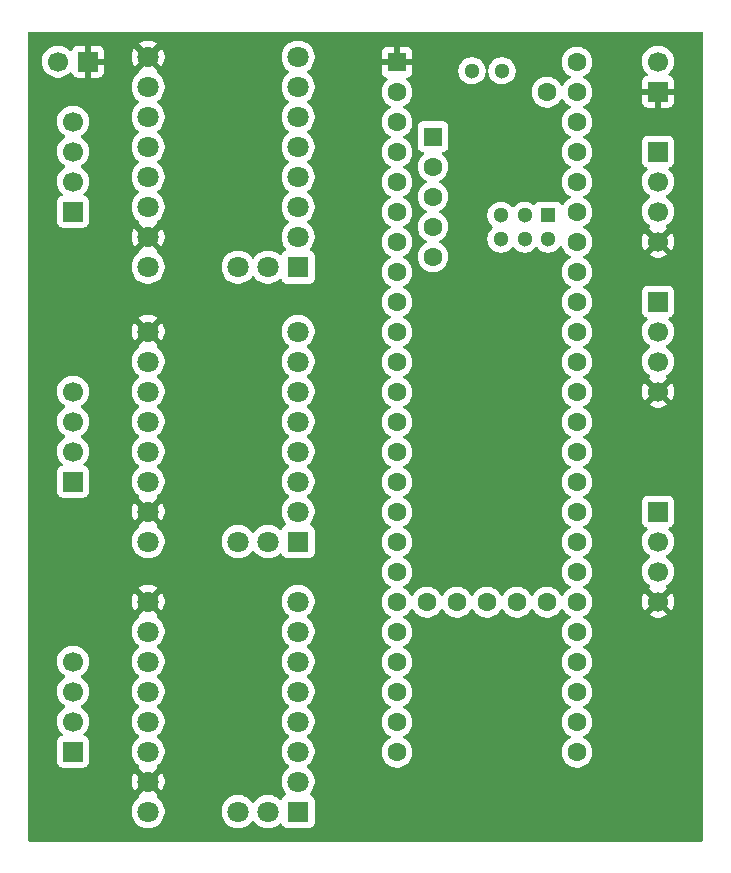
<source format=gbr>
%TF.GenerationSoftware,KiCad,Pcbnew,9.0.2*%
%TF.CreationDate,2025-07-16T11:30:41+01:00*%
%TF.ProjectId,High Tech Fidget Spinner,48696768-2054-4656-9368-204669646765,rev?*%
%TF.SameCoordinates,Original*%
%TF.FileFunction,Copper,L2,Bot*%
%TF.FilePolarity,Positive*%
%FSLAX46Y46*%
G04 Gerber Fmt 4.6, Leading zero omitted, Abs format (unit mm)*
G04 Created by KiCad (PCBNEW 9.0.2) date 2025-07-16 11:30:41*
%MOMM*%
%LPD*%
G01*
G04 APERTURE LIST*
%TA.AperFunction,ComponentPad*%
%ADD10C,1.700000*%
%TD*%
%TA.AperFunction,ComponentPad*%
%ADD11R,1.700000X1.700000*%
%TD*%
%TA.AperFunction,ComponentPad*%
%ADD12C,1.800000*%
%TD*%
%TA.AperFunction,ComponentPad*%
%ADD13R,1.800000X1.800000*%
%TD*%
%TA.AperFunction,ComponentPad*%
%ADD14C,1.600000*%
%TD*%
%TA.AperFunction,ComponentPad*%
%ADD15R,1.600000X1.600000*%
%TD*%
%TA.AperFunction,ComponentPad*%
%ADD16R,1.300000X1.300000*%
%TD*%
%TA.AperFunction,ComponentPad*%
%ADD17C,1.300000*%
%TD*%
%TA.AperFunction,ViaPad*%
%ADD18C,1.800000*%
%TD*%
G04 APERTURE END LIST*
D10*
%TO.P,J5,4,Pin_4*%
%TO.N,Net-(J5-Pin_4)*%
X36830000Y-34290000D03*
%TO.P,J5,3,Pin_3*%
%TO.N,Net-(J5-Pin_3)*%
X36830000Y-36830000D03*
%TO.P,J5,2,Pin_2*%
%TO.N,Net-(J5-Pin_2)*%
X36830000Y-39370000D03*
D11*
%TO.P,J5,1,Pin_1*%
%TO.N,Net-(J5-Pin_1)*%
X36830000Y-41910000D03*
%TD*%
D12*
%TO.P,U4,A1,A1*%
%TO.N,Net-(J5-Pin_2)*%
X43180000Y-38989000D03*
%TO.P,U4,A2,A2*%
%TO.N,Net-(J5-Pin_1)*%
X43180000Y-41529000D03*
%TO.P,U4,B1,B1*%
%TO.N,Net-(J5-Pin_3)*%
X43180000Y-36449000D03*
%TO.P,U4,B2,B2*%
%TO.N,Net-(J5-Pin_4)*%
X43180000Y-33909000D03*
%TO.P,U4,CLK,CLK*%
%TO.N,unconnected-(U4-PadCLK)*%
X55880000Y-33909000D03*
%TO.P,U4,DIAG,DIAG*%
%TO.N,unconnected-(U4-PadDIAG)*%
X50800000Y-46609000D03*
%TO.P,U4,DIR,DIR*%
%TO.N,DIR_3*%
X55880000Y-28829000D03*
D13*
%TO.P,U4,EN,EN*%
%TO.N,EN3*%
X55880000Y-46609000D03*
D12*
%TO.P,U4,GND,GND*%
%TO.N,GND*%
X43180000Y-44069000D03*
X43180000Y-28829000D03*
%TO.P,U4,INDEX,INDEX*%
%TO.N,unconnected-(U4-PadINDEX)*%
X53340000Y-46609000D03*
%TO.P,U4,MS1,MS1*%
%TO.N,MS1_3*%
X55880000Y-44069000D03*
%TO.P,U4,MS2,MS2*%
%TO.N,MS2_3*%
X55880000Y-41529000D03*
%TO.P,U4,Rx,Rx*%
%TO.N,unconnected-(U4-PadRx)*%
X55880000Y-38989000D03*
%TO.P,U4,STEP,STEP*%
%TO.N,STEP_3*%
X55880000Y-31369000D03*
%TO.P,U4,Tx,Tx*%
%TO.N,unconnected-(U4-PadTx)*%
X55880000Y-36449000D03*
%TO.P,U4,VIO,VIO*%
%TO.N,+3.3V*%
X43180000Y-31369000D03*
%TO.P,U4,Vs,Vs*%
%TO.N,VS*%
X43180000Y-46609000D03*
%TD*%
%TO.P,U3,A1,A1*%
%TO.N,Net-(J4-Pin_2)*%
X43180000Y-62230000D03*
%TO.P,U3,A2,A2*%
%TO.N,Net-(J4-Pin_1)*%
X43180000Y-64770000D03*
%TO.P,U3,B1,B1*%
%TO.N,Net-(J4-Pin_3)*%
X43180000Y-59690000D03*
%TO.P,U3,B2,B2*%
%TO.N,Net-(J4-Pin_4)*%
X43180000Y-57150000D03*
%TO.P,U3,CLK,CLK*%
%TO.N,unconnected-(U3-PadCLK)*%
X55880000Y-57150000D03*
%TO.P,U3,DIAG,DIAG*%
%TO.N,unconnected-(U3-PadDIAG)*%
X50800000Y-69850000D03*
%TO.P,U3,DIR,DIR*%
%TO.N,DIR_2*%
X55880000Y-52070000D03*
D13*
%TO.P,U3,EN,EN*%
%TO.N,EN2*%
X55880000Y-69850000D03*
D12*
%TO.P,U3,GND,GND*%
%TO.N,GND*%
X43180000Y-67310000D03*
X43180000Y-52070000D03*
%TO.P,U3,INDEX,INDEX*%
%TO.N,unconnected-(U3-PadINDEX)*%
X53340000Y-69850000D03*
%TO.P,U3,MS1,MS1*%
%TO.N,MS1_2*%
X55880000Y-67310000D03*
%TO.P,U3,MS2,MS2*%
%TO.N,MS2_2*%
X55880000Y-64770000D03*
%TO.P,U3,Rx,Rx*%
%TO.N,unconnected-(U3-PadRx)*%
X55880000Y-62230000D03*
%TO.P,U3,STEP,STEP*%
%TO.N,STEP_2*%
X55880000Y-54610000D03*
%TO.P,U3,Tx,Tx*%
%TO.N,unconnected-(U3-PadTx)*%
X55880000Y-59690000D03*
%TO.P,U3,VIO,VIO*%
%TO.N,+3.3V*%
X43180000Y-54610000D03*
%TO.P,U3,Vs,Vs*%
%TO.N,VS*%
X43180000Y-69850000D03*
%TD*%
%TO.P,U2,A1,A1*%
%TO.N,Net-(J3-Pin_2)*%
X43180000Y-85090000D03*
%TO.P,U2,A2,A2*%
%TO.N,Net-(J3-Pin_1)*%
X43180000Y-87630000D03*
%TO.P,U2,B1,B1*%
%TO.N,Net-(J3-Pin_3)*%
X43180000Y-82550000D03*
%TO.P,U2,B2,B2*%
%TO.N,Net-(J3-Pin_4)*%
X43180000Y-80010000D03*
%TO.P,U2,CLK,CLK*%
%TO.N,unconnected-(U2-PadCLK)*%
X55880000Y-80010000D03*
%TO.P,U2,DIAG,DIAG*%
%TO.N,unconnected-(U2-PadDIAG)*%
X50800000Y-92710000D03*
%TO.P,U2,DIR,DIR*%
%TO.N,DIR_1*%
X55880000Y-74930000D03*
D13*
%TO.P,U2,EN,EN*%
%TO.N,EN1*%
X55880000Y-92710000D03*
D12*
%TO.P,U2,GND,GND*%
%TO.N,GND*%
X43180000Y-90170000D03*
X43180000Y-74930000D03*
%TO.P,U2,INDEX,INDEX*%
%TO.N,unconnected-(U2-PadINDEX)*%
X53340000Y-92710000D03*
%TO.P,U2,MS1,MS1*%
%TO.N,MS1_1*%
X55880000Y-90170000D03*
%TO.P,U2,MS2,MS2*%
%TO.N,MS2_1*%
X55880000Y-87630000D03*
%TO.P,U2,Rx,Rx*%
%TO.N,unconnected-(U2-PadRx)*%
X55880000Y-85090000D03*
%TO.P,U2,STEP,STEP*%
%TO.N,STEP_1*%
X55880000Y-77470000D03*
%TO.P,U2,Tx,Tx*%
%TO.N,unconnected-(U2-PadTx)*%
X55880000Y-82550000D03*
%TO.P,U2,VIO,VIO*%
%TO.N,+3.3V*%
X43180000Y-77470000D03*
%TO.P,U2,Vs,Vs*%
%TO.N,VS*%
X43180000Y-92710000D03*
%TD*%
D14*
%TO.P,U1,49,VUSB*%
%TO.N,unconnected-(U1-VUSB-Pad49)*%
X76959200Y-31800800D03*
%TO.P,U1,59,GND*%
%TO.N,unconnected-(U1-GND-Pad59)*%
X67310000Y-45720000D03*
%TO.P,U1,58,GND*%
%TO.N,unconnected-(U1-GND-Pad58)*%
X67310000Y-43180000D03*
%TO.P,U1,57,D+*%
%TO.N,unconnected-(U1-D+-Pad57)*%
X67310000Y-40640000D03*
%TO.P,U1,56,D-*%
%TO.N,unconnected-(U1-D--Pad56)*%
X67310000Y-38100000D03*
D15*
%TO.P,U1,55,5V*%
%TO.N,unconnected-(U1-5V-Pad55)*%
X67310000Y-35560000D03*
D14*
%TO.P,U1,48,VIN*%
%TO.N,VSS*%
X79499200Y-29260800D03*
%TO.P,U1,47,GND*%
%TO.N,unconnected-(U1-GND-Pad47)*%
X79499200Y-31800800D03*
%TO.P,U1,46,3V3*%
%TO.N,unconnected-(U1-3V3-Pad46)*%
X79499200Y-34340800D03*
%TO.P,U1,45,23_A9_CRX1_MCLK1*%
%TO.N,unconnected-(U1-23_A9_CRX1_MCLK1-Pad45)*%
X79499200Y-36880800D03*
%TO.P,U1,44,22_A8_CTX1*%
%TO.N,Net-(J6-Pin_2)*%
X79499200Y-39420800D03*
%TO.P,U1,43,21_A7_RX5_BCLK1*%
%TO.N,Net-(J6-Pin_3)*%
X79499200Y-41960800D03*
%TO.P,U1,42,20_A6_TX5_LRCLK1*%
%TO.N,unconnected-(U1-20_A6_TX5_LRCLK1-Pad42)*%
X79499200Y-44500800D03*
%TO.P,U1,41,19_A5_SCL*%
%TO.N,unconnected-(U1-19_A5_SCL-Pad41)*%
X79499200Y-47040800D03*
%TO.P,U1,40,18_A4_SDA*%
%TO.N,unconnected-(U1-18_A4_SDA-Pad40)*%
X79499200Y-49580800D03*
%TO.P,U1,39,17_A3_TX4_SDA1*%
%TO.N,Net-(J7-Pin_2)*%
X79499200Y-52120800D03*
%TO.P,U1,38,16_A2_RX4_SCL1*%
%TO.N,Net-(J7-Pin_3)*%
X79499200Y-54660800D03*
%TO.P,U1,37,15_A1_RX3_SPDIF_IN*%
%TO.N,unconnected-(U1-15_A1_RX3_SPDIF_IN-Pad37)*%
X79499200Y-57200800D03*
%TO.P,U1,36,14_A0_TX3_SPDIF_OUT*%
%TO.N,unconnected-(U1-14_A0_TX3_SPDIF_OUT-Pad36)*%
X79499200Y-59740800D03*
%TO.P,U1,35,13_SCK_LED*%
%TO.N,unconnected-(U1-13_SCK_LED-Pad35)*%
X79499200Y-62280800D03*
D15*
%TO.P,U1,1,GND*%
%TO.N,GND*%
X64259200Y-29260800D03*
D14*
%TO.P,U1,2,0_RX1_CRX2_CS1*%
%TO.N,unconnected-(U1-0_RX1_CRX2_CS1-Pad2)*%
X64259200Y-31800800D03*
%TO.P,U1,3,1_TX1_CTX2_MISO1*%
%TO.N,unconnected-(U1-1_TX1_CTX2_MISO1-Pad3)*%
X64259200Y-34340800D03*
%TO.P,U1,4,2_OUT2*%
%TO.N,DIR_3*%
X64259200Y-36880800D03*
%TO.P,U1,5,3_LRCLK2*%
%TO.N,STEP_3*%
X64259200Y-39420800D03*
%TO.P,U1,6,4_BCLK2*%
%TO.N,MS2_3*%
X64259200Y-41960800D03*
%TO.P,U1,7,5_IN2*%
%TO.N,MS1_3*%
X64259200Y-44500800D03*
%TO.P,U1,8,6_OUT1D*%
%TO.N,EN3*%
X64259200Y-47040800D03*
%TO.P,U1,9,7_RX2_OUT1A*%
%TO.N,unconnected-(U1-7_RX2_OUT1A-Pad9)*%
X64259200Y-49580800D03*
%TO.P,U1,10,8_TX2_IN1*%
%TO.N,DIR_2*%
X64259200Y-52120800D03*
%TO.P,U1,11,9_OUT1C*%
%TO.N,STEP_2*%
X64259200Y-54660800D03*
%TO.P,U1,12,10_CS_MQSR*%
%TO.N,MS2_2*%
X64259200Y-57200800D03*
%TO.P,U1,13,11_MOSI_CTX1*%
%TO.N,MS1_2*%
X64259200Y-59740800D03*
%TO.P,U1,34,GND*%
%TO.N,unconnected-(U1-GND-Pad34)*%
X79499200Y-64820800D03*
%TO.P,U1,33,41_A17*%
%TO.N,unconnected-(U1-41_A17-Pad33)*%
X79499200Y-67360800D03*
%TO.P,U1,32,40_A16*%
%TO.N,Net-(J8-Pin_2)*%
X79499200Y-69900800D03*
%TO.P,U1,31,39_MISO1_OUT1A*%
%TO.N,Net-(J8-Pin_3)*%
X79499200Y-72440800D03*
%TO.P,U1,30,38_CS1_IN1*%
%TO.N,unconnected-(U1-38_CS1_IN1-Pad30)*%
X79499200Y-74980800D03*
%TO.P,U1,29,37_CS*%
%TO.N,unconnected-(U1-37_CS-Pad29)*%
X79499200Y-77520800D03*
%TO.P,U1,28,36_CS*%
%TO.N,unconnected-(U1-36_CS-Pad28)*%
X79499200Y-80060800D03*
%TO.P,U1,27,35_TX8*%
%TO.N,unconnected-(U1-35_TX8-Pad27)*%
X79499200Y-82600800D03*
%TO.P,U1,26,34_RX8*%
%TO.N,unconnected-(U1-34_RX8-Pad26)*%
X79499200Y-85140800D03*
%TO.P,U1,25,33_MCLK2*%
%TO.N,unconnected-(U1-33_MCLK2-Pad25)*%
X79499200Y-87680800D03*
%TO.P,U1,24,32_OUT1B*%
%TO.N,EN1*%
X64259200Y-87680800D03*
%TO.P,U1,23,31_CTX3*%
%TO.N,MS1_1*%
X64259200Y-85140800D03*
%TO.P,U1,22,30_CRX3*%
%TO.N,MS2_1*%
X64259200Y-82600800D03*
%TO.P,U1,21,29_TX7*%
%TO.N,STEP_1*%
X64259200Y-80060800D03*
%TO.P,U1,14,12_MISO_MQSL*%
%TO.N,EN2*%
X64259200Y-62280800D03*
%TO.P,U1,15,3V3*%
%TO.N,+3.3V*%
X64259200Y-64820800D03*
%TO.P,U1,16,24_A10_TX6_SCL2*%
%TO.N,unconnected-(U1-24_A10_TX6_SCL2-Pad16)*%
X64259200Y-67360800D03*
%TO.P,U1,20,28_RX7*%
%TO.N,DIR_1*%
X64259200Y-77520800D03*
%TO.P,U1,19,27_A13_SCK1*%
%TO.N,unconnected-(U1-27_A13_SCK1-Pad19)*%
X64259200Y-74980800D03*
%TO.P,U1,18,26_A12_MOSI1*%
%TO.N,unconnected-(U1-26_A12_MOSI1-Pad18)*%
X64259200Y-72440800D03*
%TO.P,U1,17,25_A11_RX6_SDA2*%
%TO.N,unconnected-(U1-25_A11_RX6_SDA2-Pad17)*%
X64259200Y-69900800D03*
D16*
%TO.P,U1,60,R+*%
%TO.N,unconnected-(U1-R+-Pad60)*%
X77060800Y-42230800D03*
D17*
%TO.P,U1,65,R-*%
%TO.N,unconnected-(U1-R--Pad65)*%
X77060800Y-44230800D03*
%TO.P,U1,61,LED*%
%TO.N,unconnected-(U1-LED-Pad61)*%
X75060800Y-42230800D03*
%TO.P,U1,64,GND*%
%TO.N,unconnected-(U1-GND-Pad64)*%
X75060800Y-44230800D03*
%TO.P,U1,63,T+*%
%TO.N,unconnected-(U1-T+-Pad63)*%
X73060800Y-44230800D03*
%TO.P,U1,62,T-*%
%TO.N,unconnected-(U1-T--Pad62)*%
X73060800Y-42230800D03*
D14*
%TO.P,U1,50,VBAT*%
%TO.N,unconnected-(U1-VBAT-Pad50)*%
X66799200Y-74980800D03*
%TO.P,U1,51,3V3*%
%TO.N,unconnected-(U1-3V3-Pad51)*%
X69339200Y-74980800D03*
%TO.P,U1,52,GND*%
%TO.N,unconnected-(U1-GND-Pad52)*%
X71879200Y-74980800D03*
%TO.P,U1,53,PROGRAM*%
%TO.N,unconnected-(U1-PROGRAM-Pad53)*%
X74419200Y-74980800D03*
%TO.P,U1,54,ON_OFF*%
%TO.N,unconnected-(U1-ON_OFF-Pad54)*%
X76959200Y-74980800D03*
D17*
%TO.P,U1,67,D+*%
%TO.N,unconnected-(U1-D+-Pad67)*%
X70609200Y-29990800D03*
%TO.P,U1,66,D-*%
%TO.N,unconnected-(U1-D--Pad66)*%
X73149200Y-29990800D03*
%TD*%
D11*
%TO.P,J8,1,Pin_1*%
%TO.N,VSS*%
X86360000Y-67310000D03*
D10*
%TO.P,J8,2,Pin_2*%
%TO.N,Net-(J8-Pin_2)*%
X86360000Y-69850000D03*
%TO.P,J8,3,Pin_3*%
%TO.N,Net-(J8-Pin_3)*%
X86360000Y-72390000D03*
%TO.P,J8,4,Pin_4*%
%TO.N,GND*%
X86360000Y-74930000D03*
%TD*%
D11*
%TO.P,J7,1,Pin_1*%
%TO.N,VSS*%
X86360000Y-49530000D03*
D10*
%TO.P,J7,2,Pin_2*%
%TO.N,Net-(J7-Pin_2)*%
X86360000Y-52070000D03*
%TO.P,J7,3,Pin_3*%
%TO.N,Net-(J7-Pin_3)*%
X86360000Y-54610000D03*
%TO.P,J7,4,Pin_4*%
%TO.N,GND*%
X86360000Y-57150000D03*
%TD*%
D11*
%TO.P,J6,1,Pin_1*%
%TO.N,VSS*%
X86360000Y-36830000D03*
D10*
%TO.P,J6,2,Pin_2*%
%TO.N,Net-(J6-Pin_2)*%
X86360000Y-39370000D03*
%TO.P,J6,3,Pin_3*%
%TO.N,Net-(J6-Pin_3)*%
X86360000Y-41910000D03*
%TO.P,J6,4,Pin_4*%
%TO.N,GND*%
X86360000Y-44450000D03*
%TD*%
D11*
%TO.P,J4,1,Pin_1*%
%TO.N,Net-(J4-Pin_1)*%
X36830000Y-64770000D03*
D10*
%TO.P,J4,2,Pin_2*%
%TO.N,Net-(J4-Pin_2)*%
X36830000Y-62230000D03*
%TO.P,J4,3,Pin_3*%
%TO.N,Net-(J4-Pin_3)*%
X36830000Y-59690000D03*
%TO.P,J4,4,Pin_4*%
%TO.N,Net-(J4-Pin_4)*%
X36830000Y-57150000D03*
%TD*%
D11*
%TO.P,J3,1,Pin_1*%
%TO.N,Net-(J3-Pin_1)*%
X36830000Y-87630000D03*
D10*
%TO.P,J3,2,Pin_2*%
%TO.N,Net-(J3-Pin_2)*%
X36830000Y-85090000D03*
%TO.P,J3,3,Pin_3*%
%TO.N,Net-(J3-Pin_3)*%
X36830000Y-82550000D03*
%TO.P,J3,4,Pin_4*%
%TO.N,Net-(J3-Pin_4)*%
X36830000Y-80010000D03*
%TD*%
D11*
%TO.P,J2,1,Pin_1*%
%TO.N,GND*%
X86360000Y-31750000D03*
D10*
%TO.P,J2,2,Pin_2*%
%TO.N,VSS*%
X86360000Y-29210000D03*
%TD*%
D11*
%TO.P,J1,1,Pin_1*%
%TO.N,GND*%
X38100000Y-29210000D03*
D10*
%TO.P,J1,2,Pin_2*%
%TO.N,VS*%
X35560000Y-29210000D03*
%TD*%
D18*
%TO.N,GND*%
X82550000Y-31750000D03*
X82550000Y-44450000D03*
X82550000Y-57150000D03*
X82550000Y-74930000D03*
X46990000Y-90170000D03*
X45720000Y-67310000D03*
X45720000Y-44450000D03*
X39370000Y-74930000D03*
X39370000Y-52070000D03*
X60960000Y-29210000D03*
X48260000Y-29210000D03*
%TD*%
%TA.AperFunction,Conductor*%
%TO.N,GND*%
G36*
X90113039Y-26689685D02*
G01*
X90158794Y-26742489D01*
X90170000Y-26794000D01*
X90170000Y-95126000D01*
X90150315Y-95193039D01*
X90097511Y-95238794D01*
X90046000Y-95250000D01*
X33144000Y-95250000D01*
X33076961Y-95230315D01*
X33031206Y-95177511D01*
X33020000Y-95126000D01*
X33020000Y-79903713D01*
X35479500Y-79903713D01*
X35479500Y-80116287D01*
X35512754Y-80326243D01*
X35525455Y-80365334D01*
X35578444Y-80528414D01*
X35674951Y-80717820D01*
X35799890Y-80889786D01*
X35950213Y-81040109D01*
X36122182Y-81165050D01*
X36130946Y-81169516D01*
X36181742Y-81217491D01*
X36198536Y-81285312D01*
X36175998Y-81351447D01*
X36130946Y-81390484D01*
X36122182Y-81394949D01*
X35950213Y-81519890D01*
X35799890Y-81670213D01*
X35674951Y-81842179D01*
X35578444Y-82031585D01*
X35512753Y-82233760D01*
X35502853Y-82296266D01*
X35479500Y-82443713D01*
X35479500Y-82656287D01*
X35512754Y-82866243D01*
X35525455Y-82905334D01*
X35578444Y-83068414D01*
X35674951Y-83257820D01*
X35799890Y-83429786D01*
X35950213Y-83580109D01*
X36122182Y-83705050D01*
X36130946Y-83709516D01*
X36181742Y-83757491D01*
X36198536Y-83825312D01*
X36175998Y-83891447D01*
X36130946Y-83930484D01*
X36122182Y-83934949D01*
X35950213Y-84059890D01*
X35799890Y-84210213D01*
X35674951Y-84382179D01*
X35578444Y-84571585D01*
X35512753Y-84773760D01*
X35502853Y-84836266D01*
X35479500Y-84983713D01*
X35479500Y-85196287D01*
X35512754Y-85406243D01*
X35525455Y-85445334D01*
X35578444Y-85608414D01*
X35674951Y-85797820D01*
X35799890Y-85969786D01*
X35913430Y-86083326D01*
X35946915Y-86144649D01*
X35941931Y-86214341D01*
X35900059Y-86270274D01*
X35869083Y-86287189D01*
X35737669Y-86336203D01*
X35737664Y-86336206D01*
X35622455Y-86422452D01*
X35622452Y-86422455D01*
X35536206Y-86537664D01*
X35536202Y-86537671D01*
X35485908Y-86672517D01*
X35481058Y-86717635D01*
X35479501Y-86732123D01*
X35479500Y-86732135D01*
X35479500Y-88527870D01*
X35479501Y-88527876D01*
X35485908Y-88587483D01*
X35536202Y-88722328D01*
X35536206Y-88722335D01*
X35622452Y-88837544D01*
X35622455Y-88837547D01*
X35737664Y-88923793D01*
X35737671Y-88923797D01*
X35872517Y-88974091D01*
X35872516Y-88974091D01*
X35879444Y-88974835D01*
X35932127Y-88980500D01*
X37727872Y-88980499D01*
X37787483Y-88974091D01*
X37922331Y-88923796D01*
X38037546Y-88837546D01*
X38123796Y-88722331D01*
X38174091Y-88587483D01*
X38180500Y-88527873D01*
X38180499Y-86732128D01*
X38174091Y-86672517D01*
X38132778Y-86561752D01*
X38123797Y-86537671D01*
X38123793Y-86537664D01*
X38037547Y-86422455D01*
X38037544Y-86422452D01*
X37922335Y-86336206D01*
X37922328Y-86336202D01*
X37790917Y-86287189D01*
X37734983Y-86245318D01*
X37710566Y-86179853D01*
X37725418Y-86111580D01*
X37746563Y-86083332D01*
X37860104Y-85969792D01*
X37985051Y-85797816D01*
X38081557Y-85608412D01*
X38147246Y-85406243D01*
X38180500Y-85196287D01*
X38180500Y-84983713D01*
X38147246Y-84773757D01*
X38081557Y-84571588D01*
X37985051Y-84382184D01*
X37985049Y-84382181D01*
X37985048Y-84382179D01*
X37860109Y-84210213D01*
X37709786Y-84059890D01*
X37537820Y-83934951D01*
X37534601Y-83933311D01*
X37529054Y-83930485D01*
X37478259Y-83882512D01*
X37461463Y-83814692D01*
X37483999Y-83748556D01*
X37529054Y-83709515D01*
X37537816Y-83705051D01*
X37559789Y-83689086D01*
X37709786Y-83580109D01*
X37709788Y-83580106D01*
X37709792Y-83580104D01*
X37860104Y-83429792D01*
X37860106Y-83429788D01*
X37860109Y-83429786D01*
X37985048Y-83257820D01*
X37985047Y-83257820D01*
X37985051Y-83257816D01*
X38081557Y-83068412D01*
X38147246Y-82866243D01*
X38180500Y-82656287D01*
X38180500Y-82443713D01*
X38147246Y-82233757D01*
X38081557Y-82031588D01*
X37985051Y-81842184D01*
X37985049Y-81842181D01*
X37985048Y-81842179D01*
X37860109Y-81670213D01*
X37709786Y-81519890D01*
X37537820Y-81394951D01*
X37534601Y-81393311D01*
X37529054Y-81390485D01*
X37478259Y-81342512D01*
X37461463Y-81274692D01*
X37483999Y-81208556D01*
X37529054Y-81169515D01*
X37537816Y-81165051D01*
X37559789Y-81149086D01*
X37709786Y-81040109D01*
X37709788Y-81040106D01*
X37709792Y-81040104D01*
X37860104Y-80889792D01*
X37860106Y-80889788D01*
X37860109Y-80889786D01*
X37985048Y-80717820D01*
X37985047Y-80717820D01*
X37985051Y-80717816D01*
X38081557Y-80528412D01*
X38147246Y-80326243D01*
X38180500Y-80116287D01*
X38180500Y-79903713D01*
X38147246Y-79693757D01*
X38081557Y-79491588D01*
X37985051Y-79302184D01*
X37985049Y-79302181D01*
X37985048Y-79302179D01*
X37860109Y-79130213D01*
X37709786Y-78979890D01*
X37537820Y-78854951D01*
X37348414Y-78758444D01*
X37348413Y-78758443D01*
X37348412Y-78758443D01*
X37146243Y-78692754D01*
X37146241Y-78692753D01*
X37146240Y-78692753D01*
X36984957Y-78667208D01*
X36936287Y-78659500D01*
X36723713Y-78659500D01*
X36675042Y-78667208D01*
X36513760Y-78692753D01*
X36311585Y-78758444D01*
X36122179Y-78854951D01*
X35950213Y-78979890D01*
X35799890Y-79130213D01*
X35674951Y-79302179D01*
X35578444Y-79491585D01*
X35512753Y-79693760D01*
X35502853Y-79756266D01*
X35479500Y-79903713D01*
X33020000Y-79903713D01*
X33020000Y-77359778D01*
X41779500Y-77359778D01*
X41779500Y-77580222D01*
X41796742Y-77689086D01*
X41813985Y-77797952D01*
X41882103Y-78007603D01*
X41882104Y-78007606D01*
X41950122Y-78141096D01*
X41981365Y-78202413D01*
X41982187Y-78204025D01*
X42111752Y-78382358D01*
X42111756Y-78382363D01*
X42267636Y-78538243D01*
X42267641Y-78538247D01*
X42407254Y-78639682D01*
X42449920Y-78695012D01*
X42455899Y-78764625D01*
X42423293Y-78826420D01*
X42407254Y-78840318D01*
X42267641Y-78941752D01*
X42267636Y-78941756D01*
X42111756Y-79097636D01*
X42111752Y-79097641D01*
X41982187Y-79275974D01*
X41882104Y-79472393D01*
X41882103Y-79472396D01*
X41813985Y-79682047D01*
X41812130Y-79693760D01*
X41779500Y-79899778D01*
X41779500Y-80120222D01*
X41796742Y-80229086D01*
X41813985Y-80337952D01*
X41882103Y-80547603D01*
X41882104Y-80547606D01*
X41950122Y-80681096D01*
X41981365Y-80742413D01*
X41982187Y-80744025D01*
X42111752Y-80922358D01*
X42111756Y-80922363D01*
X42267636Y-81078243D01*
X42267641Y-81078247D01*
X42407254Y-81179682D01*
X42449920Y-81235012D01*
X42455899Y-81304625D01*
X42423293Y-81366420D01*
X42407254Y-81380318D01*
X42267641Y-81481752D01*
X42267636Y-81481756D01*
X42111756Y-81637636D01*
X42111752Y-81637641D01*
X41982187Y-81815974D01*
X41882104Y-82012393D01*
X41882103Y-82012396D01*
X41813985Y-82222047D01*
X41812130Y-82233760D01*
X41779500Y-82439778D01*
X41779500Y-82660222D01*
X41796742Y-82769086D01*
X41813985Y-82877952D01*
X41882103Y-83087603D01*
X41882104Y-83087606D01*
X41950122Y-83221096D01*
X41981365Y-83282413D01*
X41982187Y-83284025D01*
X42111752Y-83462358D01*
X42111756Y-83462363D01*
X42267636Y-83618243D01*
X42267641Y-83618247D01*
X42407254Y-83719682D01*
X42449920Y-83775012D01*
X42455899Y-83844625D01*
X42423293Y-83906420D01*
X42407254Y-83920318D01*
X42267641Y-84021752D01*
X42267636Y-84021756D01*
X42111756Y-84177636D01*
X42111752Y-84177641D01*
X41982187Y-84355974D01*
X41882104Y-84552393D01*
X41882103Y-84552396D01*
X41813985Y-84762047D01*
X41812130Y-84773760D01*
X41779500Y-84979778D01*
X41779500Y-85200222D01*
X41796742Y-85309086D01*
X41813985Y-85417952D01*
X41882103Y-85627603D01*
X41882104Y-85627606D01*
X41950122Y-85761096D01*
X41981365Y-85822413D01*
X41982187Y-85824025D01*
X42111752Y-86002358D01*
X42111756Y-86002363D01*
X42267636Y-86158243D01*
X42267641Y-86158247D01*
X42407254Y-86259682D01*
X42449920Y-86315012D01*
X42455899Y-86384625D01*
X42423293Y-86446420D01*
X42407254Y-86460318D01*
X42267641Y-86561752D01*
X42267636Y-86561756D01*
X42111756Y-86717636D01*
X42111752Y-86717641D01*
X41982187Y-86895974D01*
X41882104Y-87092393D01*
X41882103Y-87092396D01*
X41813985Y-87302047D01*
X41813985Y-87302049D01*
X41779500Y-87519778D01*
X41779500Y-87740222D01*
X41796742Y-87849086D01*
X41813985Y-87957952D01*
X41882103Y-88167603D01*
X41882104Y-88167606D01*
X41950122Y-88301096D01*
X41981365Y-88362413D01*
X41982187Y-88364025D01*
X42111752Y-88542358D01*
X42111756Y-88542363D01*
X42267640Y-88698247D01*
X42407679Y-88799990D01*
X42450345Y-88855319D01*
X42456324Y-88924933D01*
X42423719Y-88986728D01*
X42407679Y-89000626D01*
X42382485Y-89018930D01*
X42382485Y-89018932D01*
X43050590Y-89687037D01*
X42987007Y-89704075D01*
X42872993Y-89769901D01*
X42779901Y-89862993D01*
X42714075Y-89977007D01*
X42697037Y-90040590D01*
X42028932Y-89372485D01*
X42028931Y-89372485D01*
X41982616Y-89436233D01*
X41882567Y-89632589D01*
X41814473Y-89842164D01*
X41780000Y-90059818D01*
X41780000Y-90280181D01*
X41814473Y-90497835D01*
X41882567Y-90707410D01*
X41982611Y-90903756D01*
X42028932Y-90967513D01*
X42697037Y-90299408D01*
X42714075Y-90362993D01*
X42779901Y-90477007D01*
X42872993Y-90570099D01*
X42987007Y-90635925D01*
X43050590Y-90652962D01*
X42382485Y-91321065D01*
X42382485Y-91321066D01*
X42407680Y-91339371D01*
X42450346Y-91394701D01*
X42456325Y-91464314D01*
X42423720Y-91526110D01*
X42407681Y-91540008D01*
X42267636Y-91641756D01*
X42111756Y-91797636D01*
X42111752Y-91797641D01*
X41982187Y-91975974D01*
X41882104Y-92172393D01*
X41882103Y-92172396D01*
X41813985Y-92382047D01*
X41779500Y-92599778D01*
X41779500Y-92820221D01*
X41813985Y-93037952D01*
X41882103Y-93247603D01*
X41882104Y-93247606D01*
X41950122Y-93381096D01*
X41977129Y-93434100D01*
X41982187Y-93444025D01*
X42111752Y-93622358D01*
X42111756Y-93622363D01*
X42267636Y-93778243D01*
X42267641Y-93778247D01*
X42369606Y-93852328D01*
X42445978Y-93907815D01*
X42574375Y-93973237D01*
X42642393Y-94007895D01*
X42642396Y-94007896D01*
X42747221Y-94041955D01*
X42852049Y-94076015D01*
X43069778Y-94110500D01*
X43069779Y-94110500D01*
X43290221Y-94110500D01*
X43290222Y-94110500D01*
X43507951Y-94076015D01*
X43717606Y-94007895D01*
X43914022Y-93907815D01*
X44092365Y-93778242D01*
X44248242Y-93622365D01*
X44377815Y-93444022D01*
X44477895Y-93247606D01*
X44546015Y-93037951D01*
X44580500Y-92820222D01*
X44580500Y-92599778D01*
X49399500Y-92599778D01*
X49399500Y-92820221D01*
X49433985Y-93037952D01*
X49502103Y-93247603D01*
X49502104Y-93247606D01*
X49570122Y-93381096D01*
X49597129Y-93434100D01*
X49602187Y-93444025D01*
X49731752Y-93622358D01*
X49731756Y-93622363D01*
X49887636Y-93778243D01*
X49887641Y-93778247D01*
X49989606Y-93852328D01*
X50065978Y-93907815D01*
X50194375Y-93973237D01*
X50262393Y-94007895D01*
X50262396Y-94007896D01*
X50367221Y-94041955D01*
X50472049Y-94076015D01*
X50689778Y-94110500D01*
X50689779Y-94110500D01*
X50910221Y-94110500D01*
X50910222Y-94110500D01*
X51127951Y-94076015D01*
X51337606Y-94007895D01*
X51534022Y-93907815D01*
X51712365Y-93778242D01*
X51868242Y-93622365D01*
X51939502Y-93524284D01*
X51969682Y-93482745D01*
X52025011Y-93440079D01*
X52094625Y-93434100D01*
X52156420Y-93466705D01*
X52170318Y-93482745D01*
X52271752Y-93622358D01*
X52271756Y-93622363D01*
X52427636Y-93778243D01*
X52427641Y-93778247D01*
X52529606Y-93852328D01*
X52605978Y-93907815D01*
X52734375Y-93973237D01*
X52802393Y-94007895D01*
X52802396Y-94007896D01*
X52907221Y-94041955D01*
X53012049Y-94076015D01*
X53229778Y-94110500D01*
X53229779Y-94110500D01*
X53450221Y-94110500D01*
X53450222Y-94110500D01*
X53667951Y-94076015D01*
X53877606Y-94007895D01*
X54074022Y-93907815D01*
X54252365Y-93778242D01*
X54302536Y-93728070D01*
X54363857Y-93694586D01*
X54433548Y-93699570D01*
X54489482Y-93741441D01*
X54506398Y-93772419D01*
X54536202Y-93852328D01*
X54536206Y-93852335D01*
X54622452Y-93967544D01*
X54622455Y-93967547D01*
X54737664Y-94053793D01*
X54737671Y-94053797D01*
X54872517Y-94104091D01*
X54872516Y-94104091D01*
X54879444Y-94104835D01*
X54932127Y-94110500D01*
X56827872Y-94110499D01*
X56887483Y-94104091D01*
X57022331Y-94053796D01*
X57137546Y-93967546D01*
X57223796Y-93852331D01*
X57274091Y-93717483D01*
X57280500Y-93657873D01*
X57280499Y-91762128D01*
X57274091Y-91702517D01*
X57253601Y-91647581D01*
X57223797Y-91567671D01*
X57223793Y-91567664D01*
X57137547Y-91452455D01*
X57137544Y-91452452D01*
X57022335Y-91366206D01*
X57022328Y-91366202D01*
X56942419Y-91336398D01*
X56886485Y-91294527D01*
X56862068Y-91229062D01*
X56876920Y-91160789D01*
X56898069Y-91132537D01*
X56948242Y-91082365D01*
X57077815Y-90904022D01*
X57177895Y-90707606D01*
X57246015Y-90497951D01*
X57280500Y-90280222D01*
X57280500Y-90059778D01*
X57246015Y-89842049D01*
X57190114Y-89670000D01*
X57177896Y-89632396D01*
X57177895Y-89632393D01*
X57143237Y-89564375D01*
X57077815Y-89435978D01*
X57031685Y-89372485D01*
X56948247Y-89257641D01*
X56948243Y-89257636D01*
X56792363Y-89101756D01*
X56792358Y-89101752D01*
X56652745Y-89000318D01*
X56610079Y-88944989D01*
X56604100Y-88875375D01*
X56636705Y-88813580D01*
X56652745Y-88799682D01*
X56792358Y-88698247D01*
X56792356Y-88698247D01*
X56792365Y-88698242D01*
X56948242Y-88542365D01*
X57077815Y-88364022D01*
X57177895Y-88167606D01*
X57246015Y-87957951D01*
X57280500Y-87740222D01*
X57280500Y-87519778D01*
X57246015Y-87302049D01*
X57177895Y-87092394D01*
X57177895Y-87092393D01*
X57130405Y-86999190D01*
X57077815Y-86895978D01*
X56958777Y-86732135D01*
X56948247Y-86717641D01*
X56948243Y-86717636D01*
X56792363Y-86561756D01*
X56792358Y-86561752D01*
X56652745Y-86460318D01*
X56610079Y-86404989D01*
X56604100Y-86335375D01*
X56636705Y-86273580D01*
X56652745Y-86259682D01*
X56792358Y-86158247D01*
X56792356Y-86158247D01*
X56792365Y-86158242D01*
X56948242Y-86002365D01*
X57077815Y-85824022D01*
X57177895Y-85627606D01*
X57246015Y-85417951D01*
X57280500Y-85200222D01*
X57280500Y-84979778D01*
X57246015Y-84762049D01*
X57206872Y-84641576D01*
X57177896Y-84552396D01*
X57177895Y-84552393D01*
X57130405Y-84459190D01*
X57077815Y-84355978D01*
X57032481Y-84293581D01*
X56948247Y-84177641D01*
X56948243Y-84177636D01*
X56792363Y-84021756D01*
X56792358Y-84021752D01*
X56652745Y-83920318D01*
X56610079Y-83864989D01*
X56604100Y-83795375D01*
X56636705Y-83733580D01*
X56652745Y-83719682D01*
X56792358Y-83618247D01*
X56792356Y-83618247D01*
X56792365Y-83618242D01*
X56948242Y-83462365D01*
X57077815Y-83284022D01*
X57177895Y-83087606D01*
X57246015Y-82877951D01*
X57280500Y-82660222D01*
X57280500Y-82439778D01*
X57246015Y-82222049D01*
X57206872Y-82101576D01*
X57177896Y-82012396D01*
X57177895Y-82012393D01*
X57130405Y-81919190D01*
X57077815Y-81815978D01*
X57032481Y-81753581D01*
X56948247Y-81637641D01*
X56948243Y-81637636D01*
X56792363Y-81481756D01*
X56792358Y-81481752D01*
X56652745Y-81380318D01*
X56610079Y-81324989D01*
X56604100Y-81255375D01*
X56636705Y-81193580D01*
X56652745Y-81179682D01*
X56792358Y-81078247D01*
X56792356Y-81078247D01*
X56792365Y-81078242D01*
X56948242Y-80922365D01*
X57077815Y-80744022D01*
X57177895Y-80547606D01*
X57246015Y-80337951D01*
X57280500Y-80120222D01*
X57280500Y-79899778D01*
X57246015Y-79682049D01*
X57206872Y-79561576D01*
X57177896Y-79472396D01*
X57177895Y-79472393D01*
X57130405Y-79379190D01*
X57077815Y-79275978D01*
X57032481Y-79213581D01*
X56948247Y-79097641D01*
X56948243Y-79097636D01*
X56792363Y-78941756D01*
X56792358Y-78941752D01*
X56652745Y-78840318D01*
X56610079Y-78784989D01*
X56604100Y-78715375D01*
X56636705Y-78653580D01*
X56652745Y-78639682D01*
X56792358Y-78538247D01*
X56792356Y-78538247D01*
X56792365Y-78538242D01*
X56948242Y-78382365D01*
X57077815Y-78204022D01*
X57177895Y-78007606D01*
X57246015Y-77797951D01*
X57280500Y-77580222D01*
X57280500Y-77359778D01*
X57246015Y-77142049D01*
X57177895Y-76932394D01*
X57177895Y-76932393D01*
X57130405Y-76839190D01*
X57077815Y-76735978D01*
X57032481Y-76673581D01*
X56948247Y-76557641D01*
X56948243Y-76557636D01*
X56792363Y-76401756D01*
X56792358Y-76401752D01*
X56652745Y-76300318D01*
X56610079Y-76244989D01*
X56604100Y-76175375D01*
X56636705Y-76113580D01*
X56652745Y-76099682D01*
X56792358Y-75998247D01*
X56792356Y-75998247D01*
X56792365Y-75998242D01*
X56948242Y-75842365D01*
X57077815Y-75664022D01*
X57177895Y-75467606D01*
X57246015Y-75257951D01*
X57280500Y-75040222D01*
X57280500Y-74819778D01*
X57246015Y-74602049D01*
X57199689Y-74459471D01*
X57177896Y-74392396D01*
X57177895Y-74392393D01*
X57130405Y-74299190D01*
X57077815Y-74195978D01*
X57031685Y-74132485D01*
X56948247Y-74017641D01*
X56948243Y-74017636D01*
X56792363Y-73861756D01*
X56792358Y-73861752D01*
X56614025Y-73732187D01*
X56614024Y-73732186D01*
X56614022Y-73732185D01*
X56551096Y-73700122D01*
X56417606Y-73632104D01*
X56417603Y-73632103D01*
X56207952Y-73563985D01*
X56088388Y-73545048D01*
X55990222Y-73529500D01*
X55769778Y-73529500D01*
X55697201Y-73540995D01*
X55552047Y-73563985D01*
X55342396Y-73632103D01*
X55342393Y-73632104D01*
X55145974Y-73732187D01*
X54967641Y-73861752D01*
X54967636Y-73861756D01*
X54811756Y-74017636D01*
X54811752Y-74017641D01*
X54682187Y-74195974D01*
X54582104Y-74392393D01*
X54582103Y-74392396D01*
X54513985Y-74602047D01*
X54502230Y-74676265D01*
X54479500Y-74819778D01*
X54479500Y-75040222D01*
X54492610Y-75122993D01*
X54513985Y-75257952D01*
X54582103Y-75467603D01*
X54582104Y-75467606D01*
X54650122Y-75601096D01*
X54682049Y-75663756D01*
X54682187Y-75664025D01*
X54811752Y-75842358D01*
X54811756Y-75842363D01*
X54967636Y-75998243D01*
X54967641Y-75998247D01*
X55107254Y-76099682D01*
X55149920Y-76155012D01*
X55155899Y-76224625D01*
X55123293Y-76286420D01*
X55107254Y-76300318D01*
X54967641Y-76401752D01*
X54967636Y-76401756D01*
X54811756Y-76557636D01*
X54811752Y-76557641D01*
X54682187Y-76735974D01*
X54582104Y-76932393D01*
X54582103Y-76932396D01*
X54513985Y-77142047D01*
X54513985Y-77142049D01*
X54479500Y-77359778D01*
X54479500Y-77580222D01*
X54496742Y-77689086D01*
X54513985Y-77797952D01*
X54582103Y-78007603D01*
X54582104Y-78007606D01*
X54650122Y-78141096D01*
X54681365Y-78202413D01*
X54682187Y-78204025D01*
X54811752Y-78382358D01*
X54811756Y-78382363D01*
X54967636Y-78538243D01*
X54967641Y-78538247D01*
X55107254Y-78639682D01*
X55149920Y-78695012D01*
X55155899Y-78764625D01*
X55123293Y-78826420D01*
X55107254Y-78840318D01*
X54967641Y-78941752D01*
X54967636Y-78941756D01*
X54811756Y-79097636D01*
X54811752Y-79097641D01*
X54682187Y-79275974D01*
X54582104Y-79472393D01*
X54582103Y-79472396D01*
X54513985Y-79682047D01*
X54512130Y-79693760D01*
X54479500Y-79899778D01*
X54479500Y-80120222D01*
X54496742Y-80229086D01*
X54513985Y-80337952D01*
X54582103Y-80547603D01*
X54582104Y-80547606D01*
X54650122Y-80681096D01*
X54681365Y-80742413D01*
X54682187Y-80744025D01*
X54811752Y-80922358D01*
X54811756Y-80922363D01*
X54967636Y-81078243D01*
X54967641Y-81078247D01*
X55107254Y-81179682D01*
X55149920Y-81235012D01*
X55155899Y-81304625D01*
X55123293Y-81366420D01*
X55107254Y-81380318D01*
X54967641Y-81481752D01*
X54967636Y-81481756D01*
X54811756Y-81637636D01*
X54811752Y-81637641D01*
X54682187Y-81815974D01*
X54582104Y-82012393D01*
X54582103Y-82012396D01*
X54513985Y-82222047D01*
X54512130Y-82233760D01*
X54479500Y-82439778D01*
X54479500Y-82660222D01*
X54496742Y-82769086D01*
X54513985Y-82877952D01*
X54582103Y-83087603D01*
X54582104Y-83087606D01*
X54650122Y-83221096D01*
X54681365Y-83282413D01*
X54682187Y-83284025D01*
X54811752Y-83462358D01*
X54811756Y-83462363D01*
X54967636Y-83618243D01*
X54967641Y-83618247D01*
X55107254Y-83719682D01*
X55149920Y-83775012D01*
X55155899Y-83844625D01*
X55123293Y-83906420D01*
X55107254Y-83920318D01*
X54967641Y-84021752D01*
X54967636Y-84021756D01*
X54811756Y-84177636D01*
X54811752Y-84177641D01*
X54682187Y-84355974D01*
X54582104Y-84552393D01*
X54582103Y-84552396D01*
X54513985Y-84762047D01*
X54512130Y-84773760D01*
X54479500Y-84979778D01*
X54479500Y-85200222D01*
X54496742Y-85309086D01*
X54513985Y-85417952D01*
X54582103Y-85627603D01*
X54582104Y-85627606D01*
X54650122Y-85761096D01*
X54681365Y-85822413D01*
X54682187Y-85824025D01*
X54811752Y-86002358D01*
X54811756Y-86002363D01*
X54967636Y-86158243D01*
X54967641Y-86158247D01*
X55107254Y-86259682D01*
X55149920Y-86315012D01*
X55155899Y-86384625D01*
X55123293Y-86446420D01*
X55107254Y-86460318D01*
X54967641Y-86561752D01*
X54967636Y-86561756D01*
X54811756Y-86717636D01*
X54811752Y-86717641D01*
X54682187Y-86895974D01*
X54582104Y-87092393D01*
X54582103Y-87092396D01*
X54513985Y-87302047D01*
X54513985Y-87302049D01*
X54479500Y-87519778D01*
X54479500Y-87740222D01*
X54496742Y-87849086D01*
X54513985Y-87957952D01*
X54582103Y-88167603D01*
X54582104Y-88167606D01*
X54650122Y-88301096D01*
X54681365Y-88362413D01*
X54682187Y-88364025D01*
X54811752Y-88542358D01*
X54811756Y-88542363D01*
X54967636Y-88698243D01*
X54967641Y-88698247D01*
X55107254Y-88799682D01*
X55149920Y-88855012D01*
X55155899Y-88924625D01*
X55123293Y-88986420D01*
X55107254Y-89000318D01*
X54967641Y-89101752D01*
X54967636Y-89101756D01*
X54811756Y-89257636D01*
X54811752Y-89257641D01*
X54682187Y-89435974D01*
X54582104Y-89632393D01*
X54582103Y-89632396D01*
X54513985Y-89842047D01*
X54479500Y-90059778D01*
X54479500Y-90280221D01*
X54513985Y-90497952D01*
X54582103Y-90707603D01*
X54582104Y-90707606D01*
X54650122Y-90841096D01*
X54682049Y-90903756D01*
X54682187Y-90904025D01*
X54811752Y-91082358D01*
X54811756Y-91082363D01*
X54861928Y-91132535D01*
X54895413Y-91193858D01*
X54890429Y-91263550D01*
X54848557Y-91319483D01*
X54817581Y-91336398D01*
X54737669Y-91366203D01*
X54737664Y-91366206D01*
X54622455Y-91452452D01*
X54622452Y-91452455D01*
X54536206Y-91567664D01*
X54536203Y-91567669D01*
X54506398Y-91647581D01*
X54464526Y-91703514D01*
X54399062Y-91727931D01*
X54330789Y-91713079D01*
X54302535Y-91691928D01*
X54252363Y-91641756D01*
X54252358Y-91641752D01*
X54074025Y-91512187D01*
X54074024Y-91512186D01*
X54074022Y-91512185D01*
X53956791Y-91452452D01*
X53877606Y-91412104D01*
X53877603Y-91412103D01*
X53667952Y-91343985D01*
X53559086Y-91326742D01*
X53450222Y-91309500D01*
X53229778Y-91309500D01*
X53166748Y-91319483D01*
X53012047Y-91343985D01*
X52802396Y-91412103D01*
X52802393Y-91412104D01*
X52605974Y-91512187D01*
X52427641Y-91641752D01*
X52427636Y-91641756D01*
X52271756Y-91797636D01*
X52271752Y-91797641D01*
X52170318Y-91937254D01*
X52114988Y-91979920D01*
X52045375Y-91985899D01*
X51983580Y-91953293D01*
X51969682Y-91937254D01*
X51868247Y-91797641D01*
X51868243Y-91797636D01*
X51712363Y-91641756D01*
X51712358Y-91641752D01*
X51534025Y-91512187D01*
X51534024Y-91512186D01*
X51534022Y-91512185D01*
X51416791Y-91452452D01*
X51337606Y-91412104D01*
X51337603Y-91412103D01*
X51127952Y-91343985D01*
X51019086Y-91326742D01*
X50910222Y-91309500D01*
X50689778Y-91309500D01*
X50626748Y-91319483D01*
X50472047Y-91343985D01*
X50262396Y-91412103D01*
X50262393Y-91412104D01*
X50065974Y-91512187D01*
X49887641Y-91641752D01*
X49887636Y-91641756D01*
X49731756Y-91797636D01*
X49731752Y-91797641D01*
X49602187Y-91975974D01*
X49502104Y-92172393D01*
X49502103Y-92172396D01*
X49433985Y-92382047D01*
X49399500Y-92599778D01*
X44580500Y-92599778D01*
X44546015Y-92382049D01*
X44477895Y-92172394D01*
X44477895Y-92172393D01*
X44443237Y-92104375D01*
X44377815Y-91975978D01*
X44349681Y-91937254D01*
X44248247Y-91797641D01*
X44248243Y-91797636D01*
X44092363Y-91641756D01*
X44092358Y-91641752D01*
X43952319Y-91540008D01*
X43909653Y-91484678D01*
X43903674Y-91415065D01*
X43936279Y-91353270D01*
X43952319Y-91339372D01*
X43977513Y-91321066D01*
X43977514Y-91321066D01*
X43309409Y-90652962D01*
X43372993Y-90635925D01*
X43487007Y-90570099D01*
X43580099Y-90477007D01*
X43645925Y-90362993D01*
X43662962Y-90299410D01*
X44331066Y-90967514D01*
X44331066Y-90967513D01*
X44377386Y-90903760D01*
X44477432Y-90707410D01*
X44545526Y-90497835D01*
X44580000Y-90280181D01*
X44580000Y-90059818D01*
X44545526Y-89842164D01*
X44477432Y-89632589D01*
X44377388Y-89436243D01*
X44331066Y-89372485D01*
X44331065Y-89372485D01*
X43662962Y-90040589D01*
X43645925Y-89977007D01*
X43580099Y-89862993D01*
X43487007Y-89769901D01*
X43372993Y-89704075D01*
X43309407Y-89687037D01*
X43977513Y-89018932D01*
X43952319Y-89000628D01*
X43909653Y-88945298D01*
X43903674Y-88875685D01*
X43936279Y-88813889D01*
X43952313Y-88799994D01*
X44092365Y-88698242D01*
X44248242Y-88542365D01*
X44377815Y-88364022D01*
X44477895Y-88167606D01*
X44546015Y-87957951D01*
X44580500Y-87740222D01*
X44580500Y-87519778D01*
X44546015Y-87302049D01*
X44477895Y-87092394D01*
X44477895Y-87092393D01*
X44430405Y-86999190D01*
X44377815Y-86895978D01*
X44258777Y-86732135D01*
X44248247Y-86717641D01*
X44248243Y-86717636D01*
X44092363Y-86561756D01*
X44092358Y-86561752D01*
X43952745Y-86460318D01*
X43910079Y-86404989D01*
X43904100Y-86335375D01*
X43936705Y-86273580D01*
X43952745Y-86259682D01*
X44092358Y-86158247D01*
X44092356Y-86158247D01*
X44092365Y-86158242D01*
X44248242Y-86002365D01*
X44377815Y-85824022D01*
X44477895Y-85627606D01*
X44546015Y-85417951D01*
X44580500Y-85200222D01*
X44580500Y-84979778D01*
X44546015Y-84762049D01*
X44506872Y-84641576D01*
X44477896Y-84552396D01*
X44477895Y-84552393D01*
X44430405Y-84459190D01*
X44377815Y-84355978D01*
X44332481Y-84293581D01*
X44248247Y-84177641D01*
X44248243Y-84177636D01*
X44092363Y-84021756D01*
X44092358Y-84021752D01*
X43952745Y-83920318D01*
X43910079Y-83864989D01*
X43904100Y-83795375D01*
X43936705Y-83733580D01*
X43952745Y-83719682D01*
X44092358Y-83618247D01*
X44092356Y-83618247D01*
X44092365Y-83618242D01*
X44248242Y-83462365D01*
X44377815Y-83284022D01*
X44477895Y-83087606D01*
X44546015Y-82877951D01*
X44580500Y-82660222D01*
X44580500Y-82439778D01*
X44546015Y-82222049D01*
X44506872Y-82101576D01*
X44477896Y-82012396D01*
X44477895Y-82012393D01*
X44430405Y-81919190D01*
X44377815Y-81815978D01*
X44332481Y-81753581D01*
X44248247Y-81637641D01*
X44248243Y-81637636D01*
X44092363Y-81481756D01*
X44092358Y-81481752D01*
X43952745Y-81380318D01*
X43910079Y-81324989D01*
X43904100Y-81255375D01*
X43936705Y-81193580D01*
X43952745Y-81179682D01*
X44092358Y-81078247D01*
X44092356Y-81078247D01*
X44092365Y-81078242D01*
X44248242Y-80922365D01*
X44377815Y-80744022D01*
X44477895Y-80547606D01*
X44546015Y-80337951D01*
X44580500Y-80120222D01*
X44580500Y-79899778D01*
X44546015Y-79682049D01*
X44506872Y-79561576D01*
X44477896Y-79472396D01*
X44477895Y-79472393D01*
X44430405Y-79379190D01*
X44377815Y-79275978D01*
X44332481Y-79213581D01*
X44248247Y-79097641D01*
X44248243Y-79097636D01*
X44092363Y-78941756D01*
X44092358Y-78941752D01*
X43952745Y-78840318D01*
X43910079Y-78784989D01*
X43904100Y-78715375D01*
X43936705Y-78653580D01*
X43952745Y-78639682D01*
X44092358Y-78538247D01*
X44092356Y-78538247D01*
X44092365Y-78538242D01*
X44248242Y-78382365D01*
X44377815Y-78204022D01*
X44477895Y-78007606D01*
X44546015Y-77797951D01*
X44580500Y-77580222D01*
X44580500Y-77359778D01*
X44546015Y-77142049D01*
X44477895Y-76932394D01*
X44477895Y-76932393D01*
X44430405Y-76839190D01*
X44377815Y-76735978D01*
X44332481Y-76673581D01*
X44248247Y-76557641D01*
X44248243Y-76557636D01*
X44092363Y-76401756D01*
X44092358Y-76401752D01*
X43952319Y-76300008D01*
X43909653Y-76244678D01*
X43903674Y-76175065D01*
X43936279Y-76113270D01*
X43952319Y-76099372D01*
X43977513Y-76081066D01*
X43977514Y-76081066D01*
X43309409Y-75412962D01*
X43372993Y-75395925D01*
X43487007Y-75330099D01*
X43580099Y-75237007D01*
X43645925Y-75122993D01*
X43662962Y-75059410D01*
X44331066Y-75727514D01*
X44331066Y-75727513D01*
X44377386Y-75663760D01*
X44477432Y-75467410D01*
X44545526Y-75257835D01*
X44580000Y-75040181D01*
X44580000Y-74819818D01*
X44545526Y-74602164D01*
X44477432Y-74392589D01*
X44377388Y-74196243D01*
X44331066Y-74132485D01*
X43662962Y-74800589D01*
X43645925Y-74737007D01*
X43580099Y-74622993D01*
X43487007Y-74529901D01*
X43372993Y-74464075D01*
X43309407Y-74447037D01*
X43977513Y-73778932D01*
X43913756Y-73732611D01*
X43717410Y-73632567D01*
X43507835Y-73564473D01*
X43290181Y-73530000D01*
X43069819Y-73530000D01*
X42852164Y-73564473D01*
X42642589Y-73632567D01*
X42446233Y-73732616D01*
X42382485Y-73778931D01*
X42382485Y-73778932D01*
X43050590Y-74447037D01*
X42987007Y-74464075D01*
X42872993Y-74529901D01*
X42779901Y-74622993D01*
X42714075Y-74737007D01*
X42697037Y-74800590D01*
X42028932Y-74132485D01*
X42028931Y-74132485D01*
X41982616Y-74196233D01*
X41882567Y-74392589D01*
X41814473Y-74602164D01*
X41780000Y-74819818D01*
X41780000Y-75040181D01*
X41814473Y-75257835D01*
X41882567Y-75467410D01*
X41982611Y-75663756D01*
X42028932Y-75727513D01*
X42697037Y-75059408D01*
X42714075Y-75122993D01*
X42779901Y-75237007D01*
X42872993Y-75330099D01*
X42987007Y-75395925D01*
X43050590Y-75412962D01*
X42382485Y-76081065D01*
X42382485Y-76081066D01*
X42407680Y-76099371D01*
X42450346Y-76154701D01*
X42456325Y-76224314D01*
X42423720Y-76286110D01*
X42407681Y-76300008D01*
X42267636Y-76401756D01*
X42111756Y-76557636D01*
X42111752Y-76557641D01*
X41982187Y-76735974D01*
X41882104Y-76932393D01*
X41882103Y-76932396D01*
X41813985Y-77142047D01*
X41813985Y-77142049D01*
X41779500Y-77359778D01*
X33020000Y-77359778D01*
X33020000Y-57043713D01*
X35479500Y-57043713D01*
X35479500Y-57256286D01*
X35512735Y-57466127D01*
X35512754Y-57466243D01*
X35525455Y-57505334D01*
X35578444Y-57668414D01*
X35674951Y-57857820D01*
X35799890Y-58029786D01*
X35950213Y-58180109D01*
X36122182Y-58305050D01*
X36130946Y-58309516D01*
X36181742Y-58357491D01*
X36198536Y-58425312D01*
X36175998Y-58491447D01*
X36130946Y-58530484D01*
X36122182Y-58534949D01*
X35950213Y-58659890D01*
X35799890Y-58810213D01*
X35674951Y-58982179D01*
X35578444Y-59171585D01*
X35512753Y-59373760D01*
X35502853Y-59436266D01*
X35479500Y-59583713D01*
X35479500Y-59796287D01*
X35512754Y-60006243D01*
X35525455Y-60045334D01*
X35578444Y-60208414D01*
X35674951Y-60397820D01*
X35799890Y-60569786D01*
X35950213Y-60720109D01*
X36122182Y-60845050D01*
X36130946Y-60849516D01*
X36181742Y-60897491D01*
X36198536Y-60965312D01*
X36175998Y-61031447D01*
X36130946Y-61070484D01*
X36122182Y-61074949D01*
X35950213Y-61199890D01*
X35799890Y-61350213D01*
X35674951Y-61522179D01*
X35578444Y-61711585D01*
X35512753Y-61913760D01*
X35502853Y-61976266D01*
X35479500Y-62123713D01*
X35479500Y-62336287D01*
X35512754Y-62546243D01*
X35525455Y-62585334D01*
X35578444Y-62748414D01*
X35674951Y-62937820D01*
X35799890Y-63109786D01*
X35913430Y-63223326D01*
X35946915Y-63284649D01*
X35941931Y-63354341D01*
X35900059Y-63410274D01*
X35869083Y-63427189D01*
X35737669Y-63476203D01*
X35737664Y-63476206D01*
X35622455Y-63562452D01*
X35622452Y-63562455D01*
X35536206Y-63677664D01*
X35536202Y-63677671D01*
X35485908Y-63812517D01*
X35481058Y-63857635D01*
X35479501Y-63872123D01*
X35479500Y-63872135D01*
X35479500Y-65667870D01*
X35479501Y-65667876D01*
X35485908Y-65727483D01*
X35536202Y-65862328D01*
X35536206Y-65862335D01*
X35622452Y-65977544D01*
X35622455Y-65977547D01*
X35737664Y-66063793D01*
X35737671Y-66063797D01*
X35872517Y-66114091D01*
X35872516Y-66114091D01*
X35879444Y-66114835D01*
X35932127Y-66120500D01*
X37727872Y-66120499D01*
X37787483Y-66114091D01*
X37922331Y-66063796D01*
X38037546Y-65977546D01*
X38123796Y-65862331D01*
X38174091Y-65727483D01*
X38180500Y-65667873D01*
X38180499Y-63872128D01*
X38174091Y-63812517D01*
X38132778Y-63701752D01*
X38123797Y-63677671D01*
X38123793Y-63677664D01*
X38037547Y-63562455D01*
X38037544Y-63562452D01*
X37922335Y-63476206D01*
X37922328Y-63476202D01*
X37790917Y-63427189D01*
X37734983Y-63385318D01*
X37710566Y-63319853D01*
X37725418Y-63251580D01*
X37746563Y-63223332D01*
X37860104Y-63109792D01*
X37985051Y-62937816D01*
X38081557Y-62748412D01*
X38147246Y-62546243D01*
X38180500Y-62336287D01*
X38180500Y-62123713D01*
X38147246Y-61913757D01*
X38081557Y-61711588D01*
X37985051Y-61522184D01*
X37985049Y-61522181D01*
X37985048Y-61522179D01*
X37860109Y-61350213D01*
X37709786Y-61199890D01*
X37537820Y-61074951D01*
X37534601Y-61073311D01*
X37529054Y-61070485D01*
X37478259Y-61022512D01*
X37461463Y-60954692D01*
X37483999Y-60888556D01*
X37529054Y-60849515D01*
X37537816Y-60845051D01*
X37559789Y-60829086D01*
X37709786Y-60720109D01*
X37709788Y-60720106D01*
X37709792Y-60720104D01*
X37860104Y-60569792D01*
X37860106Y-60569788D01*
X37860109Y-60569786D01*
X37985048Y-60397820D01*
X37985047Y-60397820D01*
X37985051Y-60397816D01*
X38081557Y-60208412D01*
X38147246Y-60006243D01*
X38180500Y-59796287D01*
X38180500Y-59583713D01*
X38147246Y-59373757D01*
X38081557Y-59171588D01*
X37985051Y-58982184D01*
X37985049Y-58982181D01*
X37985048Y-58982179D01*
X37860109Y-58810213D01*
X37709786Y-58659890D01*
X37537820Y-58534951D01*
X37534601Y-58533311D01*
X37529054Y-58530485D01*
X37478259Y-58482512D01*
X37461463Y-58414692D01*
X37483999Y-58348556D01*
X37529054Y-58309515D01*
X37537816Y-58305051D01*
X37592572Y-58265269D01*
X37709786Y-58180109D01*
X37709788Y-58180106D01*
X37709792Y-58180104D01*
X37860104Y-58029792D01*
X37860106Y-58029788D01*
X37860109Y-58029786D01*
X37985048Y-57857820D01*
X37985047Y-57857820D01*
X37985051Y-57857816D01*
X38081557Y-57668412D01*
X38147246Y-57466243D01*
X38180500Y-57256287D01*
X38180500Y-57043713D01*
X38147246Y-56833757D01*
X38081557Y-56631588D01*
X37985051Y-56442184D01*
X37985049Y-56442181D01*
X37985048Y-56442179D01*
X37860109Y-56270213D01*
X37709786Y-56119890D01*
X37537820Y-55994951D01*
X37348414Y-55898444D01*
X37348413Y-55898443D01*
X37348412Y-55898443D01*
X37146243Y-55832754D01*
X37146241Y-55832753D01*
X37146240Y-55832753D01*
X36984957Y-55807208D01*
X36936287Y-55799500D01*
X36723713Y-55799500D01*
X36675042Y-55807208D01*
X36513760Y-55832753D01*
X36311585Y-55898444D01*
X36122179Y-55994951D01*
X35950213Y-56119890D01*
X35799890Y-56270213D01*
X35674951Y-56442179D01*
X35578444Y-56631585D01*
X35512753Y-56833760D01*
X35479500Y-57043713D01*
X33020000Y-57043713D01*
X33020000Y-54499778D01*
X41779500Y-54499778D01*
X41779500Y-54720222D01*
X41796742Y-54829086D01*
X41813985Y-54937952D01*
X41882103Y-55147603D01*
X41882104Y-55147606D01*
X41950122Y-55281096D01*
X41981365Y-55342413D01*
X41982187Y-55344025D01*
X42111752Y-55522358D01*
X42111756Y-55522363D01*
X42267636Y-55678243D01*
X42267641Y-55678247D01*
X42407254Y-55779682D01*
X42449920Y-55835012D01*
X42455899Y-55904625D01*
X42423293Y-55966420D01*
X42407254Y-55980318D01*
X42267641Y-56081752D01*
X42267636Y-56081756D01*
X42111756Y-56237636D01*
X42111752Y-56237641D01*
X41982187Y-56415974D01*
X41882104Y-56612393D01*
X41882103Y-56612396D01*
X41813985Y-56822047D01*
X41802230Y-56896265D01*
X41779500Y-57039778D01*
X41779500Y-57260222D01*
X41792610Y-57342993D01*
X41813985Y-57477952D01*
X41882103Y-57687603D01*
X41882104Y-57687606D01*
X41950122Y-57821096D01*
X41981365Y-57882413D01*
X41982187Y-57884025D01*
X42111752Y-58062358D01*
X42111756Y-58062363D01*
X42267636Y-58218243D01*
X42267641Y-58218247D01*
X42407254Y-58319682D01*
X42449920Y-58375012D01*
X42455899Y-58444625D01*
X42423293Y-58506420D01*
X42407254Y-58520318D01*
X42267641Y-58621752D01*
X42267636Y-58621756D01*
X42111756Y-58777636D01*
X42111752Y-58777641D01*
X41982187Y-58955974D01*
X41882104Y-59152393D01*
X41882103Y-59152396D01*
X41813985Y-59362047D01*
X41812130Y-59373760D01*
X41779500Y-59579778D01*
X41779500Y-59800222D01*
X41796742Y-59909086D01*
X41813985Y-60017952D01*
X41882103Y-60227603D01*
X41882104Y-60227606D01*
X41950122Y-60361096D01*
X41981365Y-60422413D01*
X41982187Y-60424025D01*
X42111752Y-60602358D01*
X42111756Y-60602363D01*
X42267636Y-60758243D01*
X42267641Y-60758247D01*
X42407254Y-60859682D01*
X42449920Y-60915012D01*
X42455899Y-60984625D01*
X42423293Y-61046420D01*
X42407254Y-61060318D01*
X42267641Y-61161752D01*
X42267636Y-61161756D01*
X42111756Y-61317636D01*
X42111752Y-61317641D01*
X41982187Y-61495974D01*
X41882104Y-61692393D01*
X41882103Y-61692396D01*
X41813985Y-61902047D01*
X41812130Y-61913760D01*
X41779500Y-62119778D01*
X41779500Y-62340222D01*
X41796742Y-62449086D01*
X41813985Y-62557952D01*
X41882103Y-62767603D01*
X41882104Y-62767606D01*
X41950122Y-62901096D01*
X41981365Y-62962413D01*
X41982187Y-62964025D01*
X42111752Y-63142358D01*
X42111756Y-63142363D01*
X42267636Y-63298243D01*
X42267641Y-63298247D01*
X42407254Y-63399682D01*
X42449920Y-63455012D01*
X42455899Y-63524625D01*
X42423293Y-63586420D01*
X42407254Y-63600318D01*
X42267641Y-63701752D01*
X42267636Y-63701756D01*
X42111756Y-63857636D01*
X42111752Y-63857641D01*
X41982187Y-64035974D01*
X41882104Y-64232393D01*
X41882103Y-64232396D01*
X41813985Y-64442047D01*
X41813985Y-64442049D01*
X41779500Y-64659778D01*
X41779500Y-64880222D01*
X41796742Y-64989086D01*
X41813985Y-65097952D01*
X41882103Y-65307603D01*
X41882104Y-65307606D01*
X41950122Y-65441096D01*
X41981365Y-65502413D01*
X41982187Y-65504025D01*
X42111752Y-65682358D01*
X42111756Y-65682363D01*
X42267640Y-65838247D01*
X42407679Y-65939990D01*
X42450345Y-65995319D01*
X42456324Y-66064933D01*
X42423719Y-66126728D01*
X42407679Y-66140626D01*
X42382485Y-66158930D01*
X42382485Y-66158932D01*
X43050590Y-66827037D01*
X42987007Y-66844075D01*
X42872993Y-66909901D01*
X42779901Y-67002993D01*
X42714075Y-67117007D01*
X42697037Y-67180590D01*
X42028932Y-66512485D01*
X42028931Y-66512485D01*
X41982616Y-66576233D01*
X41882567Y-66772589D01*
X41814473Y-66982164D01*
X41780000Y-67199818D01*
X41780000Y-67420181D01*
X41814473Y-67637835D01*
X41882567Y-67847410D01*
X41982611Y-68043756D01*
X42028932Y-68107513D01*
X42697037Y-67439408D01*
X42714075Y-67502993D01*
X42779901Y-67617007D01*
X42872993Y-67710099D01*
X42987007Y-67775925D01*
X43050590Y-67792962D01*
X42382485Y-68461065D01*
X42382485Y-68461066D01*
X42407680Y-68479371D01*
X42450346Y-68534701D01*
X42456325Y-68604314D01*
X42423720Y-68666110D01*
X42407681Y-68680008D01*
X42267636Y-68781756D01*
X42111756Y-68937636D01*
X42111752Y-68937641D01*
X41982187Y-69115974D01*
X41882104Y-69312393D01*
X41882103Y-69312396D01*
X41813985Y-69522047D01*
X41812130Y-69533760D01*
X41779500Y-69739778D01*
X41779500Y-69960222D01*
X41796742Y-70069086D01*
X41813985Y-70177952D01*
X41882103Y-70387603D01*
X41882104Y-70387606D01*
X41950122Y-70521096D01*
X41981365Y-70582413D01*
X41982187Y-70584025D01*
X42111752Y-70762358D01*
X42111756Y-70762363D01*
X42267636Y-70918243D01*
X42267641Y-70918247D01*
X42398179Y-71013087D01*
X42445978Y-71047815D01*
X42564666Y-71108290D01*
X42642393Y-71147895D01*
X42642396Y-71147896D01*
X42729235Y-71176111D01*
X42852049Y-71216015D01*
X43069778Y-71250500D01*
X43069779Y-71250500D01*
X43290221Y-71250500D01*
X43290222Y-71250500D01*
X43507951Y-71216015D01*
X43717606Y-71147895D01*
X43914022Y-71047815D01*
X44092365Y-70918242D01*
X44248242Y-70762365D01*
X44377815Y-70584022D01*
X44477895Y-70387606D01*
X44546015Y-70177951D01*
X44580500Y-69960222D01*
X44580500Y-69739778D01*
X49399500Y-69739778D01*
X49399500Y-69960222D01*
X49416742Y-70069086D01*
X49433985Y-70177952D01*
X49502103Y-70387603D01*
X49502104Y-70387606D01*
X49570122Y-70521096D01*
X49601365Y-70582413D01*
X49602187Y-70584025D01*
X49731752Y-70762358D01*
X49731756Y-70762363D01*
X49887636Y-70918243D01*
X49887641Y-70918247D01*
X50018179Y-71013087D01*
X50065978Y-71047815D01*
X50184666Y-71108290D01*
X50262393Y-71147895D01*
X50262396Y-71147896D01*
X50349235Y-71176111D01*
X50472049Y-71216015D01*
X50689778Y-71250500D01*
X50689779Y-71250500D01*
X50910221Y-71250500D01*
X50910222Y-71250500D01*
X51127951Y-71216015D01*
X51337606Y-71147895D01*
X51534022Y-71047815D01*
X51712365Y-70918242D01*
X51868242Y-70762365D01*
X51939502Y-70664284D01*
X51969682Y-70622745D01*
X52025011Y-70580079D01*
X52094625Y-70574100D01*
X52156420Y-70606705D01*
X52170318Y-70622745D01*
X52271752Y-70762358D01*
X52271756Y-70762363D01*
X52427636Y-70918243D01*
X52427641Y-70918247D01*
X52558179Y-71013087D01*
X52605978Y-71047815D01*
X52724666Y-71108290D01*
X52802393Y-71147895D01*
X52802396Y-71147896D01*
X52889235Y-71176111D01*
X53012049Y-71216015D01*
X53229778Y-71250500D01*
X53229779Y-71250500D01*
X53450221Y-71250500D01*
X53450222Y-71250500D01*
X53667951Y-71216015D01*
X53877606Y-71147895D01*
X54074022Y-71047815D01*
X54252365Y-70918242D01*
X54302536Y-70868070D01*
X54363857Y-70834586D01*
X54433548Y-70839570D01*
X54489482Y-70881441D01*
X54506398Y-70912419D01*
X54536202Y-70992328D01*
X54536206Y-70992335D01*
X54622452Y-71107544D01*
X54622455Y-71107547D01*
X54737664Y-71193793D01*
X54737671Y-71193797D01*
X54872517Y-71244091D01*
X54872516Y-71244091D01*
X54879444Y-71244835D01*
X54932127Y-71250500D01*
X56827872Y-71250499D01*
X56887483Y-71244091D01*
X57022331Y-71193796D01*
X57137546Y-71107546D01*
X57223796Y-70992331D01*
X57274091Y-70857483D01*
X57280500Y-70797873D01*
X57280499Y-68902128D01*
X57274091Y-68842517D01*
X57268832Y-68828418D01*
X57223797Y-68707671D01*
X57223793Y-68707664D01*
X57137547Y-68592455D01*
X57137544Y-68592452D01*
X57022335Y-68506206D01*
X57022328Y-68506202D01*
X56942419Y-68476398D01*
X56886485Y-68434527D01*
X56862068Y-68369062D01*
X56876920Y-68300789D01*
X56898069Y-68272537D01*
X56948242Y-68222365D01*
X57077815Y-68044022D01*
X57177895Y-67847606D01*
X57246015Y-67637951D01*
X57280500Y-67420222D01*
X57280500Y-67199778D01*
X57246015Y-66982049D01*
X57190114Y-66810000D01*
X57177896Y-66772396D01*
X57177895Y-66772393D01*
X57130405Y-66679190D01*
X57077815Y-66575978D01*
X56958777Y-66412135D01*
X56948247Y-66397641D01*
X56948243Y-66397636D01*
X56792363Y-66241756D01*
X56792358Y-66241752D01*
X56652745Y-66140318D01*
X56610079Y-66084989D01*
X56604100Y-66015375D01*
X56636705Y-65953580D01*
X56652745Y-65939682D01*
X56792358Y-65838247D01*
X56792356Y-65838247D01*
X56792365Y-65838242D01*
X56948242Y-65682365D01*
X57077815Y-65504022D01*
X57177895Y-65307606D01*
X57246015Y-65097951D01*
X57280500Y-64880222D01*
X57280500Y-64659778D01*
X57246015Y-64442049D01*
X57177895Y-64232394D01*
X57177895Y-64232393D01*
X57130405Y-64139190D01*
X57077815Y-64035978D01*
X56958777Y-63872135D01*
X56948247Y-63857641D01*
X56948243Y-63857636D01*
X56792363Y-63701756D01*
X56792358Y-63701752D01*
X56652745Y-63600318D01*
X56610079Y-63544989D01*
X56604100Y-63475375D01*
X56636705Y-63413580D01*
X56652745Y-63399682D01*
X56792358Y-63298247D01*
X56792356Y-63298247D01*
X56792365Y-63298242D01*
X56948242Y-63142365D01*
X57077815Y-62964022D01*
X57177895Y-62767606D01*
X57246015Y-62557951D01*
X57280500Y-62340222D01*
X57280500Y-62119778D01*
X57246015Y-61902049D01*
X57206872Y-61781576D01*
X57177896Y-61692396D01*
X57177895Y-61692393D01*
X57130405Y-61599190D01*
X57077815Y-61495978D01*
X57032481Y-61433581D01*
X56948247Y-61317641D01*
X56948243Y-61317636D01*
X56792363Y-61161756D01*
X56792358Y-61161752D01*
X56652745Y-61060318D01*
X56610079Y-61004989D01*
X56604100Y-60935375D01*
X56636705Y-60873580D01*
X56652745Y-60859682D01*
X56792358Y-60758247D01*
X56792356Y-60758247D01*
X56792365Y-60758242D01*
X56948242Y-60602365D01*
X57077815Y-60424022D01*
X57177895Y-60227606D01*
X57246015Y-60017951D01*
X57280500Y-59800222D01*
X57280500Y-59579778D01*
X57246015Y-59362049D01*
X57206872Y-59241576D01*
X57177896Y-59152396D01*
X57177895Y-59152393D01*
X57130405Y-59059190D01*
X57077815Y-58955978D01*
X57032481Y-58893581D01*
X56948247Y-58777641D01*
X56948243Y-58777636D01*
X56792363Y-58621756D01*
X56792358Y-58621752D01*
X56652745Y-58520318D01*
X56610079Y-58464989D01*
X56604100Y-58395375D01*
X56636705Y-58333580D01*
X56652745Y-58319682D01*
X56792358Y-58218247D01*
X56792356Y-58218247D01*
X56792365Y-58218242D01*
X56948242Y-58062365D01*
X57077815Y-57884022D01*
X57177895Y-57687606D01*
X57246015Y-57477951D01*
X57280500Y-57260222D01*
X57280500Y-57039778D01*
X57246015Y-56822049D01*
X57190114Y-56650000D01*
X57177896Y-56612396D01*
X57177895Y-56612393D01*
X57130405Y-56519190D01*
X57077815Y-56415978D01*
X57032481Y-56353581D01*
X56948247Y-56237641D01*
X56948243Y-56237636D01*
X56792363Y-56081756D01*
X56792358Y-56081752D01*
X56652745Y-55980318D01*
X56610079Y-55924989D01*
X56604100Y-55855375D01*
X56636705Y-55793580D01*
X56652745Y-55779682D01*
X56792358Y-55678247D01*
X56792356Y-55678247D01*
X56792365Y-55678242D01*
X56948242Y-55522365D01*
X57077815Y-55344022D01*
X57177895Y-55147606D01*
X57246015Y-54937951D01*
X57280500Y-54720222D01*
X57280500Y-54499778D01*
X57246015Y-54282049D01*
X57206872Y-54161576D01*
X57177896Y-54072396D01*
X57177895Y-54072393D01*
X57130405Y-53979190D01*
X57077815Y-53875978D01*
X57032481Y-53813581D01*
X56948247Y-53697641D01*
X56948243Y-53697636D01*
X56792363Y-53541756D01*
X56792358Y-53541752D01*
X56652745Y-53440318D01*
X56610079Y-53384989D01*
X56604100Y-53315375D01*
X56636705Y-53253580D01*
X56652745Y-53239682D01*
X56792358Y-53138247D01*
X56792356Y-53138247D01*
X56792365Y-53138242D01*
X56948242Y-52982365D01*
X57077815Y-52804022D01*
X57177895Y-52607606D01*
X57246015Y-52397951D01*
X57280500Y-52180222D01*
X57280500Y-51959778D01*
X57246015Y-51742049D01*
X57190114Y-51570000D01*
X57177896Y-51532396D01*
X57177895Y-51532393D01*
X57130405Y-51439190D01*
X57077815Y-51335978D01*
X56971913Y-51190215D01*
X56948247Y-51157641D01*
X56948243Y-51157636D01*
X56792363Y-51001756D01*
X56792358Y-51001752D01*
X56614025Y-50872187D01*
X56614024Y-50872186D01*
X56614022Y-50872185D01*
X56551096Y-50840122D01*
X56417606Y-50772104D01*
X56417603Y-50772103D01*
X56207952Y-50703985D01*
X56099086Y-50686742D01*
X55990222Y-50669500D01*
X55769778Y-50669500D01*
X55697201Y-50680995D01*
X55552047Y-50703985D01*
X55342396Y-50772103D01*
X55342393Y-50772104D01*
X55145974Y-50872187D01*
X54967641Y-51001752D01*
X54967636Y-51001756D01*
X54811756Y-51157636D01*
X54811752Y-51157641D01*
X54682187Y-51335974D01*
X54582104Y-51532393D01*
X54582103Y-51532396D01*
X54513985Y-51742047D01*
X54502230Y-51816265D01*
X54479500Y-51959778D01*
X54479500Y-52180222D01*
X54492610Y-52262993D01*
X54513985Y-52397952D01*
X54582103Y-52607603D01*
X54582104Y-52607606D01*
X54650122Y-52741096D01*
X54682049Y-52803756D01*
X54682187Y-52804025D01*
X54811752Y-52982358D01*
X54811756Y-52982363D01*
X54967636Y-53138243D01*
X54967641Y-53138247D01*
X55107254Y-53239682D01*
X55149920Y-53295012D01*
X55155899Y-53364625D01*
X55123293Y-53426420D01*
X55107254Y-53440318D01*
X54967641Y-53541752D01*
X54967636Y-53541756D01*
X54811756Y-53697636D01*
X54811752Y-53697641D01*
X54682187Y-53875974D01*
X54582104Y-54072393D01*
X54582103Y-54072396D01*
X54513985Y-54282047D01*
X54512130Y-54293760D01*
X54479500Y-54499778D01*
X54479500Y-54720222D01*
X54496742Y-54829086D01*
X54513985Y-54937952D01*
X54582103Y-55147603D01*
X54582104Y-55147606D01*
X54650122Y-55281096D01*
X54681365Y-55342413D01*
X54682187Y-55344025D01*
X54811752Y-55522358D01*
X54811756Y-55522363D01*
X54967636Y-55678243D01*
X54967641Y-55678247D01*
X55107254Y-55779682D01*
X55149920Y-55835012D01*
X55155899Y-55904625D01*
X55123293Y-55966420D01*
X55107254Y-55980318D01*
X54967641Y-56081752D01*
X54967636Y-56081756D01*
X54811756Y-56237636D01*
X54811752Y-56237641D01*
X54682187Y-56415974D01*
X54582104Y-56612393D01*
X54582103Y-56612396D01*
X54513985Y-56822047D01*
X54502230Y-56896265D01*
X54479500Y-57039778D01*
X54479500Y-57260222D01*
X54492610Y-57342993D01*
X54513985Y-57477952D01*
X54582103Y-57687603D01*
X54582104Y-57687606D01*
X54650122Y-57821096D01*
X54681365Y-57882413D01*
X54682187Y-57884025D01*
X54811752Y-58062358D01*
X54811756Y-58062363D01*
X54967636Y-58218243D01*
X54967641Y-58218247D01*
X55107254Y-58319682D01*
X55149920Y-58375012D01*
X55155899Y-58444625D01*
X55123293Y-58506420D01*
X55107254Y-58520318D01*
X54967641Y-58621752D01*
X54967636Y-58621756D01*
X54811756Y-58777636D01*
X54811752Y-58777641D01*
X54682187Y-58955974D01*
X54582104Y-59152393D01*
X54582103Y-59152396D01*
X54513985Y-59362047D01*
X54512130Y-59373760D01*
X54479500Y-59579778D01*
X54479500Y-59800222D01*
X54496742Y-59909086D01*
X54513985Y-60017952D01*
X54582103Y-60227603D01*
X54582104Y-60227606D01*
X54650122Y-60361096D01*
X54681365Y-60422413D01*
X54682187Y-60424025D01*
X54811752Y-60602358D01*
X54811756Y-60602363D01*
X54967636Y-60758243D01*
X54967641Y-60758247D01*
X55107254Y-60859682D01*
X55149920Y-60915012D01*
X55155899Y-60984625D01*
X55123293Y-61046420D01*
X55107254Y-61060318D01*
X54967641Y-61161752D01*
X54967636Y-61161756D01*
X54811756Y-61317636D01*
X54811752Y-61317641D01*
X54682187Y-61495974D01*
X54582104Y-61692393D01*
X54582103Y-61692396D01*
X54513985Y-61902047D01*
X54512130Y-61913760D01*
X54479500Y-62119778D01*
X54479500Y-62340222D01*
X54496742Y-62449086D01*
X54513985Y-62557952D01*
X54582103Y-62767603D01*
X54582104Y-62767606D01*
X54650122Y-62901096D01*
X54681365Y-62962413D01*
X54682187Y-62964025D01*
X54811752Y-63142358D01*
X54811756Y-63142363D01*
X54967636Y-63298243D01*
X54967641Y-63298247D01*
X55107254Y-63399682D01*
X55149920Y-63455012D01*
X55155899Y-63524625D01*
X55123293Y-63586420D01*
X55107254Y-63600318D01*
X54967641Y-63701752D01*
X54967636Y-63701756D01*
X54811756Y-63857636D01*
X54811752Y-63857641D01*
X54682187Y-64035974D01*
X54582104Y-64232393D01*
X54582103Y-64232396D01*
X54513985Y-64442047D01*
X54513985Y-64442049D01*
X54479500Y-64659778D01*
X54479500Y-64880222D01*
X54496742Y-64989086D01*
X54513985Y-65097952D01*
X54582103Y-65307603D01*
X54582104Y-65307606D01*
X54650122Y-65441096D01*
X54681365Y-65502413D01*
X54682187Y-65504025D01*
X54811752Y-65682358D01*
X54811756Y-65682363D01*
X54967636Y-65838243D01*
X54967641Y-65838247D01*
X55107254Y-65939682D01*
X55149920Y-65995012D01*
X55155899Y-66064625D01*
X55123293Y-66126420D01*
X55107254Y-66140318D01*
X54967641Y-66241752D01*
X54967636Y-66241756D01*
X54811756Y-66397636D01*
X54811752Y-66397641D01*
X54682187Y-66575974D01*
X54582104Y-66772393D01*
X54582103Y-66772396D01*
X54513985Y-66982047D01*
X54502230Y-67056265D01*
X54479500Y-67199778D01*
X54479500Y-67420222D01*
X54492610Y-67502993D01*
X54513985Y-67637952D01*
X54582103Y-67847603D01*
X54582104Y-67847606D01*
X54650122Y-67981096D01*
X54682049Y-68043756D01*
X54682187Y-68044025D01*
X54811752Y-68222358D01*
X54811756Y-68222363D01*
X54861928Y-68272535D01*
X54895413Y-68333858D01*
X54890429Y-68403550D01*
X54848557Y-68459483D01*
X54817581Y-68476398D01*
X54737669Y-68506203D01*
X54737664Y-68506206D01*
X54622455Y-68592452D01*
X54622452Y-68592455D01*
X54536206Y-68707664D01*
X54536203Y-68707669D01*
X54506398Y-68787581D01*
X54464526Y-68843514D01*
X54399062Y-68867931D01*
X54330789Y-68853079D01*
X54302535Y-68831928D01*
X54252363Y-68781756D01*
X54252358Y-68781752D01*
X54074025Y-68652187D01*
X54074024Y-68652186D01*
X54074022Y-68652185D01*
X53980071Y-68604314D01*
X53877606Y-68552104D01*
X53877603Y-68552103D01*
X53667952Y-68483985D01*
X53559086Y-68466742D01*
X53450222Y-68449500D01*
X53229778Y-68449500D01*
X53166748Y-68459483D01*
X53012047Y-68483985D01*
X52802396Y-68552103D01*
X52802393Y-68552104D01*
X52605974Y-68652187D01*
X52427641Y-68781752D01*
X52427636Y-68781756D01*
X52271756Y-68937636D01*
X52271752Y-68937641D01*
X52170318Y-69077254D01*
X52114988Y-69119920D01*
X52045375Y-69125899D01*
X51983580Y-69093293D01*
X51969682Y-69077254D01*
X51868247Y-68937641D01*
X51868243Y-68937636D01*
X51712363Y-68781756D01*
X51712358Y-68781752D01*
X51534025Y-68652187D01*
X51534024Y-68652186D01*
X51534022Y-68652185D01*
X51440071Y-68604314D01*
X51337606Y-68552104D01*
X51337603Y-68552103D01*
X51127952Y-68483985D01*
X51019086Y-68466742D01*
X50910222Y-68449500D01*
X50689778Y-68449500D01*
X50626748Y-68459483D01*
X50472047Y-68483985D01*
X50262396Y-68552103D01*
X50262393Y-68552104D01*
X50065974Y-68652187D01*
X49887641Y-68781752D01*
X49887636Y-68781756D01*
X49731756Y-68937636D01*
X49731752Y-68937641D01*
X49602187Y-69115974D01*
X49502104Y-69312393D01*
X49502103Y-69312396D01*
X49433985Y-69522047D01*
X49432130Y-69533760D01*
X49399500Y-69739778D01*
X44580500Y-69739778D01*
X44546015Y-69522049D01*
X44506872Y-69401576D01*
X44477896Y-69312396D01*
X44477895Y-69312393D01*
X44430405Y-69219190D01*
X44377815Y-69115978D01*
X44332481Y-69053581D01*
X44248247Y-68937641D01*
X44248243Y-68937636D01*
X44092363Y-68781756D01*
X44092358Y-68781752D01*
X43952319Y-68680008D01*
X43909653Y-68624678D01*
X43903674Y-68555065D01*
X43936279Y-68493270D01*
X43952319Y-68479372D01*
X43977513Y-68461066D01*
X43977514Y-68461066D01*
X43309409Y-67792962D01*
X43372993Y-67775925D01*
X43487007Y-67710099D01*
X43580099Y-67617007D01*
X43645925Y-67502993D01*
X43662962Y-67439410D01*
X44331066Y-68107514D01*
X44331066Y-68107513D01*
X44377386Y-68043760D01*
X44477432Y-67847410D01*
X44545526Y-67637835D01*
X44580000Y-67420181D01*
X44580000Y-67199818D01*
X44545526Y-66982164D01*
X44477432Y-66772589D01*
X44377388Y-66576243D01*
X44331066Y-66512485D01*
X44331065Y-66512485D01*
X43662962Y-67180589D01*
X43645925Y-67117007D01*
X43580099Y-67002993D01*
X43487007Y-66909901D01*
X43372993Y-66844075D01*
X43309407Y-66827037D01*
X43977513Y-66158932D01*
X43952319Y-66140628D01*
X43909653Y-66085298D01*
X43903674Y-66015685D01*
X43936279Y-65953889D01*
X43952313Y-65939994D01*
X44092365Y-65838242D01*
X44248242Y-65682365D01*
X44377815Y-65504022D01*
X44477895Y-65307606D01*
X44546015Y-65097951D01*
X44580500Y-64880222D01*
X44580500Y-64659778D01*
X44546015Y-64442049D01*
X44477895Y-64232394D01*
X44477895Y-64232393D01*
X44430405Y-64139190D01*
X44377815Y-64035978D01*
X44258777Y-63872135D01*
X44248247Y-63857641D01*
X44248243Y-63857636D01*
X44092363Y-63701756D01*
X44092358Y-63701752D01*
X43952745Y-63600318D01*
X43910079Y-63544989D01*
X43904100Y-63475375D01*
X43936705Y-63413580D01*
X43952745Y-63399682D01*
X44092358Y-63298247D01*
X44092356Y-63298247D01*
X44092365Y-63298242D01*
X44248242Y-63142365D01*
X44377815Y-62964022D01*
X44477895Y-62767606D01*
X44546015Y-62557951D01*
X44580500Y-62340222D01*
X44580500Y-62119778D01*
X44546015Y-61902049D01*
X44506872Y-61781576D01*
X44477896Y-61692396D01*
X44477895Y-61692393D01*
X44430405Y-61599190D01*
X44377815Y-61495978D01*
X44332481Y-61433581D01*
X44248247Y-61317641D01*
X44248243Y-61317636D01*
X44092363Y-61161756D01*
X44092358Y-61161752D01*
X43952745Y-61060318D01*
X43910079Y-61004989D01*
X43904100Y-60935375D01*
X43936705Y-60873580D01*
X43952745Y-60859682D01*
X44092358Y-60758247D01*
X44092356Y-60758247D01*
X44092365Y-60758242D01*
X44248242Y-60602365D01*
X44377815Y-60424022D01*
X44477895Y-60227606D01*
X44546015Y-60017951D01*
X44580500Y-59800222D01*
X44580500Y-59579778D01*
X44546015Y-59362049D01*
X44506872Y-59241576D01*
X44477896Y-59152396D01*
X44477895Y-59152393D01*
X44430405Y-59059190D01*
X44377815Y-58955978D01*
X44332481Y-58893581D01*
X44248247Y-58777641D01*
X44248243Y-58777636D01*
X44092363Y-58621756D01*
X44092358Y-58621752D01*
X43952745Y-58520318D01*
X43910079Y-58464989D01*
X43904100Y-58395375D01*
X43936705Y-58333580D01*
X43952745Y-58319682D01*
X44092358Y-58218247D01*
X44092356Y-58218247D01*
X44092365Y-58218242D01*
X44248242Y-58062365D01*
X44377815Y-57884022D01*
X44477895Y-57687606D01*
X44546015Y-57477951D01*
X44580500Y-57260222D01*
X44580500Y-57039778D01*
X44546015Y-56822049D01*
X44490114Y-56650000D01*
X44477896Y-56612396D01*
X44477895Y-56612393D01*
X44430405Y-56519190D01*
X44377815Y-56415978D01*
X44332481Y-56353581D01*
X44248247Y-56237641D01*
X44248243Y-56237636D01*
X44092363Y-56081756D01*
X44092358Y-56081752D01*
X43952745Y-55980318D01*
X43910079Y-55924989D01*
X43904100Y-55855375D01*
X43936705Y-55793580D01*
X43952745Y-55779682D01*
X44092358Y-55678247D01*
X44092356Y-55678247D01*
X44092365Y-55678242D01*
X44248242Y-55522365D01*
X44377815Y-55344022D01*
X44477895Y-55147606D01*
X44546015Y-54937951D01*
X44580500Y-54720222D01*
X44580500Y-54499778D01*
X44546015Y-54282049D01*
X44506872Y-54161576D01*
X44477896Y-54072396D01*
X44477895Y-54072393D01*
X44430405Y-53979190D01*
X44377815Y-53875978D01*
X44332481Y-53813581D01*
X44248247Y-53697641D01*
X44248243Y-53697636D01*
X44092363Y-53541756D01*
X44092358Y-53541752D01*
X43952319Y-53440008D01*
X43909653Y-53384678D01*
X43903674Y-53315065D01*
X43936279Y-53253270D01*
X43952319Y-53239372D01*
X43977513Y-53221066D01*
X43977514Y-53221066D01*
X43309409Y-52552962D01*
X43372993Y-52535925D01*
X43487007Y-52470099D01*
X43580099Y-52377007D01*
X43645925Y-52262993D01*
X43662962Y-52199410D01*
X44331066Y-52867514D01*
X44331066Y-52867513D01*
X44377386Y-52803760D01*
X44477432Y-52607410D01*
X44545526Y-52397835D01*
X44580000Y-52180181D01*
X44580000Y-51959818D01*
X44545526Y-51742164D01*
X44477432Y-51532589D01*
X44377388Y-51336243D01*
X44331066Y-51272485D01*
X44331065Y-51272485D01*
X43662962Y-51940589D01*
X43645925Y-51877007D01*
X43580099Y-51762993D01*
X43487007Y-51669901D01*
X43372993Y-51604075D01*
X43309407Y-51587037D01*
X43977513Y-50918932D01*
X43913756Y-50872611D01*
X43717410Y-50772567D01*
X43507835Y-50704473D01*
X43290181Y-50670000D01*
X43069819Y-50670000D01*
X42852164Y-50704473D01*
X42642589Y-50772567D01*
X42446233Y-50872616D01*
X42382485Y-50918931D01*
X42382485Y-50918932D01*
X43050590Y-51587037D01*
X42987007Y-51604075D01*
X42872993Y-51669901D01*
X42779901Y-51762993D01*
X42714075Y-51877007D01*
X42697037Y-51940590D01*
X42028932Y-51272485D01*
X42028931Y-51272485D01*
X41982616Y-51336233D01*
X41882567Y-51532589D01*
X41814473Y-51742164D01*
X41780000Y-51959818D01*
X41780000Y-52180181D01*
X41814473Y-52397835D01*
X41882567Y-52607410D01*
X41982611Y-52803756D01*
X42028932Y-52867513D01*
X42697037Y-52199408D01*
X42714075Y-52262993D01*
X42779901Y-52377007D01*
X42872993Y-52470099D01*
X42987007Y-52535925D01*
X43050590Y-52552962D01*
X42382485Y-53221065D01*
X42382485Y-53221066D01*
X42407680Y-53239371D01*
X42450346Y-53294701D01*
X42456325Y-53364314D01*
X42423720Y-53426110D01*
X42407681Y-53440008D01*
X42267636Y-53541756D01*
X42111756Y-53697636D01*
X42111752Y-53697641D01*
X41982187Y-53875974D01*
X41882104Y-54072393D01*
X41882103Y-54072396D01*
X41813985Y-54282047D01*
X41812130Y-54293760D01*
X41779500Y-54499778D01*
X33020000Y-54499778D01*
X33020000Y-34183713D01*
X35479500Y-34183713D01*
X35479500Y-34396287D01*
X35512754Y-34606243D01*
X35547158Y-34712128D01*
X35578444Y-34808414D01*
X35674951Y-34997820D01*
X35799890Y-35169786D01*
X35950213Y-35320109D01*
X36122182Y-35445050D01*
X36130946Y-35449516D01*
X36181742Y-35497491D01*
X36198536Y-35565312D01*
X36175998Y-35631447D01*
X36130946Y-35670484D01*
X36122182Y-35674949D01*
X35950213Y-35799890D01*
X35799890Y-35950213D01*
X35674951Y-36122179D01*
X35578444Y-36311585D01*
X35512753Y-36513760D01*
X35479500Y-36723713D01*
X35479500Y-36936286D01*
X35506701Y-37108030D01*
X35512754Y-37146243D01*
X35547370Y-37252781D01*
X35578444Y-37348414D01*
X35674951Y-37537820D01*
X35799890Y-37709786D01*
X35950213Y-37860109D01*
X36122182Y-37985050D01*
X36130946Y-37989516D01*
X36181742Y-38037491D01*
X36198536Y-38105312D01*
X36175998Y-38171447D01*
X36130946Y-38210484D01*
X36122182Y-38214949D01*
X35950213Y-38339890D01*
X35799890Y-38490213D01*
X35674951Y-38662179D01*
X35578444Y-38851585D01*
X35512753Y-39053760D01*
X35487645Y-39212287D01*
X35479500Y-39263713D01*
X35479500Y-39476287D01*
X35512754Y-39686243D01*
X35547370Y-39792781D01*
X35578444Y-39888414D01*
X35674951Y-40077820D01*
X35799890Y-40249786D01*
X35913430Y-40363326D01*
X35946915Y-40424649D01*
X35941931Y-40494341D01*
X35900059Y-40550274D01*
X35869083Y-40567189D01*
X35737669Y-40616203D01*
X35737664Y-40616206D01*
X35622455Y-40702452D01*
X35622452Y-40702455D01*
X35536206Y-40817664D01*
X35536202Y-40817671D01*
X35485908Y-40952517D01*
X35479501Y-41012116D01*
X35479501Y-41012123D01*
X35479500Y-41012135D01*
X35479500Y-42807870D01*
X35479501Y-42807876D01*
X35485908Y-42867483D01*
X35536202Y-43002328D01*
X35536206Y-43002335D01*
X35622452Y-43117544D01*
X35622455Y-43117547D01*
X35737664Y-43203793D01*
X35737671Y-43203797D01*
X35872517Y-43254091D01*
X35872516Y-43254091D01*
X35879444Y-43254835D01*
X35932127Y-43260500D01*
X37727872Y-43260499D01*
X37787483Y-43254091D01*
X37922331Y-43203796D01*
X38037546Y-43117546D01*
X38123796Y-43002331D01*
X38174091Y-42867483D01*
X38180500Y-42807873D01*
X38180499Y-41012128D01*
X38174091Y-40952517D01*
X38123796Y-40817669D01*
X38123795Y-40817668D01*
X38123793Y-40817664D01*
X38037547Y-40702455D01*
X38037544Y-40702452D01*
X37922335Y-40616206D01*
X37922328Y-40616202D01*
X37790917Y-40567189D01*
X37734983Y-40525318D01*
X37710566Y-40459853D01*
X37725418Y-40391580D01*
X37746563Y-40363332D01*
X37860104Y-40249792D01*
X37985051Y-40077816D01*
X38081557Y-39888412D01*
X38147246Y-39686243D01*
X38180500Y-39476287D01*
X38180500Y-39263713D01*
X38147246Y-39053757D01*
X38081557Y-38851588D01*
X37985051Y-38662184D01*
X37985049Y-38662181D01*
X37985048Y-38662179D01*
X37860109Y-38490213D01*
X37709786Y-38339890D01*
X37537820Y-38214951D01*
X37534601Y-38213311D01*
X37529054Y-38210485D01*
X37478259Y-38162512D01*
X37461463Y-38094692D01*
X37483999Y-38028556D01*
X37529054Y-37989515D01*
X37537816Y-37985051D01*
X37624138Y-37922335D01*
X37709786Y-37860109D01*
X37709788Y-37860106D01*
X37709792Y-37860104D01*
X37860104Y-37709792D01*
X37860106Y-37709788D01*
X37860109Y-37709786D01*
X37985048Y-37537820D01*
X37985047Y-37537820D01*
X37985051Y-37537816D01*
X38081557Y-37348412D01*
X38147246Y-37146243D01*
X38180500Y-36936287D01*
X38180500Y-36723713D01*
X38147246Y-36513757D01*
X38081557Y-36311588D01*
X37985051Y-36122184D01*
X37985049Y-36122181D01*
X37985048Y-36122179D01*
X37860109Y-35950213D01*
X37709786Y-35799890D01*
X37537820Y-35674951D01*
X37534601Y-35673311D01*
X37529054Y-35670485D01*
X37478259Y-35622512D01*
X37461463Y-35554692D01*
X37483999Y-35488556D01*
X37529054Y-35449515D01*
X37537816Y-35445051D01*
X37559789Y-35429086D01*
X37709786Y-35320109D01*
X37709788Y-35320106D01*
X37709792Y-35320104D01*
X37860104Y-35169792D01*
X37860106Y-35169788D01*
X37860109Y-35169786D01*
X37985048Y-34997820D01*
X37985047Y-34997820D01*
X37985051Y-34997816D01*
X38081557Y-34808412D01*
X38147246Y-34606243D01*
X38180500Y-34396287D01*
X38180500Y-34183713D01*
X38147246Y-33973757D01*
X38081557Y-33771588D01*
X37985051Y-33582184D01*
X37985049Y-33582181D01*
X37985048Y-33582179D01*
X37860109Y-33410213D01*
X37709786Y-33259890D01*
X37537820Y-33134951D01*
X37348414Y-33038444D01*
X37348413Y-33038443D01*
X37348412Y-33038443D01*
X37146243Y-32972754D01*
X37146241Y-32972753D01*
X37146240Y-32972753D01*
X36984957Y-32947208D01*
X36936287Y-32939500D01*
X36723713Y-32939500D01*
X36675042Y-32947208D01*
X36513760Y-32972753D01*
X36311585Y-33038444D01*
X36122179Y-33134951D01*
X35950213Y-33259890D01*
X35799890Y-33410213D01*
X35674951Y-33582179D01*
X35578444Y-33771585D01*
X35512753Y-33973760D01*
X35502853Y-34036266D01*
X35479500Y-34183713D01*
X33020000Y-34183713D01*
X33020000Y-31258778D01*
X41779500Y-31258778D01*
X41779500Y-31479222D01*
X41791820Y-31557007D01*
X41813985Y-31696952D01*
X41882103Y-31906603D01*
X41882104Y-31906606D01*
X41900645Y-31942993D01*
X41978463Y-32095718D01*
X41982187Y-32103025D01*
X42111752Y-32281358D01*
X42111756Y-32281363D01*
X42267636Y-32437243D01*
X42267641Y-32437247D01*
X42407254Y-32538682D01*
X42449920Y-32594012D01*
X42455899Y-32663625D01*
X42423293Y-32725420D01*
X42407254Y-32739318D01*
X42267641Y-32840752D01*
X42267636Y-32840756D01*
X42111756Y-32996636D01*
X42111752Y-32996641D01*
X41982187Y-33174974D01*
X41882104Y-33371393D01*
X41882103Y-33371396D01*
X41813985Y-33581047D01*
X41779500Y-33798778D01*
X41779500Y-34019221D01*
X41813985Y-34236952D01*
X41882103Y-34446603D01*
X41882104Y-34446606D01*
X41982187Y-34643025D01*
X42111752Y-34821358D01*
X42111756Y-34821363D01*
X42267636Y-34977243D01*
X42267641Y-34977247D01*
X42407254Y-35078682D01*
X42449920Y-35134012D01*
X42455899Y-35203625D01*
X42423293Y-35265420D01*
X42407254Y-35279318D01*
X42267641Y-35380752D01*
X42267636Y-35380756D01*
X42111756Y-35536636D01*
X42111752Y-35536641D01*
X41982187Y-35714974D01*
X41882104Y-35911393D01*
X41882103Y-35911396D01*
X41813985Y-36121047D01*
X41783807Y-36311585D01*
X41779500Y-36338778D01*
X41779500Y-36559222D01*
X41796742Y-36668086D01*
X41813985Y-36776952D01*
X41882103Y-36986603D01*
X41882104Y-36986606D01*
X41982187Y-37183025D01*
X42111752Y-37361358D01*
X42111756Y-37361363D01*
X42267636Y-37517243D01*
X42267641Y-37517247D01*
X42407254Y-37618682D01*
X42449920Y-37674012D01*
X42455899Y-37743625D01*
X42423293Y-37805420D01*
X42407254Y-37819318D01*
X42267641Y-37920752D01*
X42267636Y-37920756D01*
X42111756Y-38076636D01*
X42111752Y-38076641D01*
X41982187Y-38254974D01*
X41882104Y-38451393D01*
X41882103Y-38451396D01*
X41813985Y-38661047D01*
X41779500Y-38878778D01*
X41779500Y-39099221D01*
X41813985Y-39316952D01*
X41882103Y-39526603D01*
X41882104Y-39526606D01*
X41982187Y-39723025D01*
X42111752Y-39901358D01*
X42111756Y-39901363D01*
X42267636Y-40057243D01*
X42267641Y-40057247D01*
X42407254Y-40158682D01*
X42449920Y-40214012D01*
X42455899Y-40283625D01*
X42423293Y-40345420D01*
X42407254Y-40359318D01*
X42267641Y-40460752D01*
X42267636Y-40460756D01*
X42111756Y-40616636D01*
X42111752Y-40616641D01*
X41982187Y-40794974D01*
X41882104Y-40991393D01*
X41882103Y-40991396D01*
X41813985Y-41201047D01*
X41779500Y-41418778D01*
X41779500Y-41639221D01*
X41813985Y-41856952D01*
X41882103Y-42066603D01*
X41882104Y-42066606D01*
X41982187Y-42263025D01*
X42111752Y-42441358D01*
X42111756Y-42441363D01*
X42267640Y-42597247D01*
X42407679Y-42698990D01*
X42450345Y-42754319D01*
X42456324Y-42823933D01*
X42423719Y-42885728D01*
X42407679Y-42899626D01*
X42382485Y-42917930D01*
X42382485Y-42917932D01*
X43050590Y-43586037D01*
X42987007Y-43603075D01*
X42872993Y-43668901D01*
X42779901Y-43761993D01*
X42714075Y-43876007D01*
X42697037Y-43939590D01*
X42028932Y-43271485D01*
X42028931Y-43271485D01*
X41982616Y-43335233D01*
X41882567Y-43531589D01*
X41814473Y-43741164D01*
X41780000Y-43958818D01*
X41780000Y-44179181D01*
X41814473Y-44396835D01*
X41882567Y-44606410D01*
X41982611Y-44802756D01*
X42028932Y-44866513D01*
X42697037Y-44198408D01*
X42714075Y-44261993D01*
X42779901Y-44376007D01*
X42872993Y-44469099D01*
X42987007Y-44534925D01*
X43050590Y-44551962D01*
X42382485Y-45220065D01*
X42382485Y-45220066D01*
X42407680Y-45238371D01*
X42450346Y-45293701D01*
X42456325Y-45363314D01*
X42423720Y-45425110D01*
X42407681Y-45439008D01*
X42267636Y-45540756D01*
X42111756Y-45696636D01*
X42111752Y-45696641D01*
X41982187Y-45874974D01*
X41882104Y-46071393D01*
X41882103Y-46071396D01*
X41813985Y-46281047D01*
X41779500Y-46498778D01*
X41779500Y-46719221D01*
X41813985Y-46936952D01*
X41882103Y-47146603D01*
X41882104Y-47146606D01*
X41950122Y-47280096D01*
X41977129Y-47333100D01*
X41982187Y-47343025D01*
X42111752Y-47521358D01*
X42111756Y-47521363D01*
X42267636Y-47677243D01*
X42267641Y-47677247D01*
X42369606Y-47751328D01*
X42445978Y-47806815D01*
X42574375Y-47872237D01*
X42642393Y-47906895D01*
X42642396Y-47906896D01*
X42747221Y-47940955D01*
X42852049Y-47975015D01*
X43069778Y-48009500D01*
X43069779Y-48009500D01*
X43290221Y-48009500D01*
X43290222Y-48009500D01*
X43507951Y-47975015D01*
X43717606Y-47906895D01*
X43914022Y-47806815D01*
X44092365Y-47677242D01*
X44248242Y-47521365D01*
X44377815Y-47343022D01*
X44477895Y-47146606D01*
X44546015Y-46936951D01*
X44580500Y-46719222D01*
X44580500Y-46498778D01*
X49399500Y-46498778D01*
X49399500Y-46719221D01*
X49433985Y-46936952D01*
X49502103Y-47146603D01*
X49502104Y-47146606D01*
X49570122Y-47280096D01*
X49597129Y-47333100D01*
X49602187Y-47343025D01*
X49731752Y-47521358D01*
X49731756Y-47521363D01*
X49887636Y-47677243D01*
X49887641Y-47677247D01*
X49989606Y-47751328D01*
X50065978Y-47806815D01*
X50194375Y-47872237D01*
X50262393Y-47906895D01*
X50262396Y-47906896D01*
X50367221Y-47940955D01*
X50472049Y-47975015D01*
X50689778Y-48009500D01*
X50689779Y-48009500D01*
X50910221Y-48009500D01*
X50910222Y-48009500D01*
X51127951Y-47975015D01*
X51337606Y-47906895D01*
X51534022Y-47806815D01*
X51712365Y-47677242D01*
X51868242Y-47521365D01*
X51939502Y-47423284D01*
X51969682Y-47381745D01*
X52025011Y-47339079D01*
X52094625Y-47333100D01*
X52156420Y-47365705D01*
X52170318Y-47381745D01*
X52271752Y-47521358D01*
X52271756Y-47521363D01*
X52427636Y-47677243D01*
X52427641Y-47677247D01*
X52529606Y-47751328D01*
X52605978Y-47806815D01*
X52734375Y-47872237D01*
X52802393Y-47906895D01*
X52802396Y-47906896D01*
X52907221Y-47940955D01*
X53012049Y-47975015D01*
X53229778Y-48009500D01*
X53229779Y-48009500D01*
X53450221Y-48009500D01*
X53450222Y-48009500D01*
X53667951Y-47975015D01*
X53877606Y-47906895D01*
X54074022Y-47806815D01*
X54252365Y-47677242D01*
X54302536Y-47627070D01*
X54363857Y-47593586D01*
X54433548Y-47598570D01*
X54489482Y-47640441D01*
X54506398Y-47671419D01*
X54536202Y-47751328D01*
X54536206Y-47751335D01*
X54622452Y-47866544D01*
X54622455Y-47866547D01*
X54737664Y-47952793D01*
X54737671Y-47952797D01*
X54872517Y-48003091D01*
X54872516Y-48003091D01*
X54879444Y-48003835D01*
X54932127Y-48009500D01*
X56827872Y-48009499D01*
X56887483Y-48003091D01*
X57022331Y-47952796D01*
X57137546Y-47866546D01*
X57223796Y-47751331D01*
X57274091Y-47616483D01*
X57280500Y-47556873D01*
X57280499Y-45661128D01*
X57274091Y-45601517D01*
X57260571Y-45565269D01*
X57223797Y-45466671D01*
X57223793Y-45466664D01*
X57137547Y-45351455D01*
X57137544Y-45351452D01*
X57022335Y-45265206D01*
X57022328Y-45265202D01*
X56942419Y-45235398D01*
X56886485Y-45193527D01*
X56862068Y-45128062D01*
X56876920Y-45059789D01*
X56898069Y-45031537D01*
X56948242Y-44981365D01*
X57077815Y-44803022D01*
X57177895Y-44606606D01*
X57246015Y-44396951D01*
X57280500Y-44179222D01*
X57280500Y-43958778D01*
X57246015Y-43741049D01*
X57190114Y-43569000D01*
X57177896Y-43531396D01*
X57177895Y-43531393D01*
X57121164Y-43420054D01*
X57077815Y-43334978D01*
X57049043Y-43295376D01*
X56948247Y-43156641D01*
X56948243Y-43156636D01*
X56792363Y-43000756D01*
X56792358Y-43000752D01*
X56652745Y-42899318D01*
X56610079Y-42843989D01*
X56604100Y-42774375D01*
X56636705Y-42712580D01*
X56652745Y-42698682D01*
X56792358Y-42597247D01*
X56792356Y-42597247D01*
X56792365Y-42597242D01*
X56948242Y-42441365D01*
X57077815Y-42263022D01*
X57177895Y-42066606D01*
X57246015Y-41856951D01*
X57280500Y-41639222D01*
X57280500Y-41418778D01*
X57246015Y-41201049D01*
X57184632Y-41012128D01*
X57177896Y-40991396D01*
X57177895Y-40991393D01*
X57121080Y-40879890D01*
X57077815Y-40794978D01*
X57039580Y-40742352D01*
X56948247Y-40616641D01*
X56948243Y-40616636D01*
X56792363Y-40460756D01*
X56792358Y-40460752D01*
X56652745Y-40359318D01*
X56610079Y-40303989D01*
X56604100Y-40234375D01*
X56636705Y-40172580D01*
X56652745Y-40158682D01*
X56792358Y-40057247D01*
X56792356Y-40057247D01*
X56792365Y-40057242D01*
X56948242Y-39901365D01*
X57077815Y-39723022D01*
X57177895Y-39526606D01*
X57246015Y-39316951D01*
X57280500Y-39099222D01*
X57280500Y-38878778D01*
X57246015Y-38661049D01*
X57177895Y-38451394D01*
X57177895Y-38451393D01*
X57139822Y-38376673D01*
X57077815Y-38254978D01*
X57039580Y-38202352D01*
X56948247Y-38076641D01*
X56948243Y-38076636D01*
X56792363Y-37920756D01*
X56792358Y-37920752D01*
X56652745Y-37819318D01*
X56610079Y-37763989D01*
X56604100Y-37694375D01*
X56636705Y-37632580D01*
X56652745Y-37618682D01*
X56792358Y-37517247D01*
X56792356Y-37517247D01*
X56792365Y-37517242D01*
X56948242Y-37361365D01*
X57077815Y-37183022D01*
X57177895Y-36986606D01*
X57246015Y-36776951D01*
X57280500Y-36559222D01*
X57280500Y-36338778D01*
X57246015Y-36121049D01*
X57184632Y-35932128D01*
X57177896Y-35911396D01*
X57177895Y-35911393D01*
X57121080Y-35799890D01*
X57077815Y-35714978D01*
X57010593Y-35622454D01*
X56948247Y-35536641D01*
X56948243Y-35536636D01*
X56792363Y-35380756D01*
X56792358Y-35380752D01*
X56652745Y-35279318D01*
X56610079Y-35223989D01*
X56604100Y-35154375D01*
X56636705Y-35092580D01*
X56652745Y-35078682D01*
X56792358Y-34977247D01*
X56792356Y-34977247D01*
X56792365Y-34977242D01*
X56948242Y-34821365D01*
X57077815Y-34643022D01*
X57177895Y-34446606D01*
X57246015Y-34236951D01*
X57280500Y-34019222D01*
X57280500Y-33798778D01*
X57246015Y-33581049D01*
X57177895Y-33371394D01*
X57177895Y-33371393D01*
X57121080Y-33259890D01*
X57077815Y-33174978D01*
X57023340Y-33099999D01*
X56948247Y-32996641D01*
X56948243Y-32996636D01*
X56792363Y-32840756D01*
X56792358Y-32840752D01*
X56652745Y-32739318D01*
X56610079Y-32683989D01*
X56604100Y-32614375D01*
X56636705Y-32552580D01*
X56652745Y-32538682D01*
X56792358Y-32437247D01*
X56792356Y-32437247D01*
X56792365Y-32437242D01*
X56948242Y-32281365D01*
X57077815Y-32103022D01*
X57177895Y-31906606D01*
X57245529Y-31698448D01*
X62958700Y-31698448D01*
X62958700Y-31903151D01*
X62990722Y-32105334D01*
X63053981Y-32300023D01*
X63146915Y-32482413D01*
X63267228Y-32648013D01*
X63411986Y-32792771D01*
X63566949Y-32905356D01*
X63577590Y-32913087D01*
X63664141Y-32957187D01*
X63670280Y-32960315D01*
X63721076Y-33008290D01*
X63737871Y-33076111D01*
X63715334Y-33142246D01*
X63670280Y-33181285D01*
X63577586Y-33228515D01*
X63411986Y-33348828D01*
X63267228Y-33493586D01*
X63146915Y-33659186D01*
X63053981Y-33841576D01*
X62990722Y-34036265D01*
X62958700Y-34238448D01*
X62958700Y-34443151D01*
X62990722Y-34645334D01*
X63053981Y-34840023D01*
X63146915Y-35022413D01*
X63267228Y-35188013D01*
X63411986Y-35332771D01*
X63566525Y-35445048D01*
X63577590Y-35453087D01*
X63642005Y-35485908D01*
X63670280Y-35500315D01*
X63721076Y-35548290D01*
X63737871Y-35616111D01*
X63715334Y-35682246D01*
X63670280Y-35721285D01*
X63577586Y-35768515D01*
X63411986Y-35888828D01*
X63267228Y-36033586D01*
X63146915Y-36199186D01*
X63053981Y-36381576D01*
X62990722Y-36576265D01*
X62968346Y-36717544D01*
X62958700Y-36778448D01*
X62958700Y-36983152D01*
X62963078Y-37010795D01*
X62990722Y-37185334D01*
X63053981Y-37380023D01*
X63146915Y-37562413D01*
X63267228Y-37728013D01*
X63411986Y-37872771D01*
X63566525Y-37985048D01*
X63577590Y-37993087D01*
X63647202Y-38028556D01*
X63670280Y-38040315D01*
X63721076Y-38088290D01*
X63737871Y-38156111D01*
X63715334Y-38222246D01*
X63670280Y-38261285D01*
X63577586Y-38308515D01*
X63411986Y-38428828D01*
X63267228Y-38573586D01*
X63146915Y-38739186D01*
X63053981Y-38921576D01*
X62990722Y-39116265D01*
X62968034Y-39259515D01*
X62958700Y-39318448D01*
X62958700Y-39523152D01*
X62959423Y-39527715D01*
X62990722Y-39725334D01*
X63053981Y-39920023D01*
X63146915Y-40102413D01*
X63267228Y-40268013D01*
X63411986Y-40412771D01*
X63524260Y-40494341D01*
X63577590Y-40533087D01*
X63642007Y-40565909D01*
X63670280Y-40580315D01*
X63721076Y-40628290D01*
X63737871Y-40696111D01*
X63715334Y-40762246D01*
X63670280Y-40801285D01*
X63577586Y-40848515D01*
X63411986Y-40968828D01*
X63267228Y-41113586D01*
X63146915Y-41279186D01*
X63053981Y-41461576D01*
X62990722Y-41656265D01*
X62968034Y-41799515D01*
X62958700Y-41858448D01*
X62958700Y-42063152D01*
X62959423Y-42067715D01*
X62990722Y-42265334D01*
X63053981Y-42460023D01*
X63146915Y-42642413D01*
X63267228Y-42808013D01*
X63411986Y-42952771D01*
X63566525Y-43065048D01*
X63577590Y-43073087D01*
X63664842Y-43117544D01*
X63670280Y-43120315D01*
X63721076Y-43168290D01*
X63737871Y-43236111D01*
X63715334Y-43302246D01*
X63670280Y-43341285D01*
X63577586Y-43388515D01*
X63411986Y-43508828D01*
X63267228Y-43653586D01*
X63146915Y-43819186D01*
X63053981Y-44001576D01*
X62990722Y-44196265D01*
X62971300Y-44318896D01*
X62958700Y-44398448D01*
X62958700Y-44603152D01*
X62959423Y-44607715D01*
X62990722Y-44805334D01*
X63053981Y-45000023D01*
X63146915Y-45182413D01*
X63267228Y-45348013D01*
X63411986Y-45492771D01*
X63561664Y-45601516D01*
X63577590Y-45613087D01*
X63669040Y-45659683D01*
X63670280Y-45660315D01*
X63721076Y-45708290D01*
X63737871Y-45776111D01*
X63715334Y-45842246D01*
X63670280Y-45881285D01*
X63577586Y-45928515D01*
X63411986Y-46048828D01*
X63267228Y-46193586D01*
X63146915Y-46359186D01*
X63053981Y-46541576D01*
X62990722Y-46736265D01*
X62958700Y-46938448D01*
X62958700Y-47143151D01*
X62990722Y-47345334D01*
X63053981Y-47540023D01*
X63146915Y-47722413D01*
X63267228Y-47888013D01*
X63411986Y-48032771D01*
X63566949Y-48145356D01*
X63577590Y-48153087D01*
X63642005Y-48185908D01*
X63670280Y-48200315D01*
X63721076Y-48248290D01*
X63737871Y-48316111D01*
X63715334Y-48382246D01*
X63670280Y-48421285D01*
X63577586Y-48468515D01*
X63411986Y-48588828D01*
X63267228Y-48733586D01*
X63146915Y-48899186D01*
X63053981Y-49081576D01*
X62990722Y-49276265D01*
X62958700Y-49478448D01*
X62958700Y-49683151D01*
X62990722Y-49885334D01*
X63053981Y-50080023D01*
X63146915Y-50262413D01*
X63267228Y-50428013D01*
X63411986Y-50572771D01*
X63545125Y-50669500D01*
X63577590Y-50693087D01*
X63664842Y-50737544D01*
X63670280Y-50740315D01*
X63721076Y-50788290D01*
X63737871Y-50856111D01*
X63715334Y-50922246D01*
X63670280Y-50961285D01*
X63577586Y-51008515D01*
X63411986Y-51128828D01*
X63267228Y-51273586D01*
X63146915Y-51439186D01*
X63053981Y-51621576D01*
X62990722Y-51816265D01*
X62958700Y-52018448D01*
X62958700Y-52223151D01*
X62990722Y-52425334D01*
X63053981Y-52620023D01*
X63146915Y-52802413D01*
X63267228Y-52968013D01*
X63411986Y-53112771D01*
X63545125Y-53209500D01*
X63577590Y-53233087D01*
X63647202Y-53268556D01*
X63670280Y-53280315D01*
X63721076Y-53328290D01*
X63737871Y-53396111D01*
X63715334Y-53462246D01*
X63670280Y-53501285D01*
X63577586Y-53548515D01*
X63411986Y-53668828D01*
X63267228Y-53813586D01*
X63146915Y-53979186D01*
X63053981Y-54161576D01*
X62990722Y-54356265D01*
X62958700Y-54558448D01*
X62958700Y-54763151D01*
X62990722Y-54965334D01*
X63053981Y-55160023D01*
X63146915Y-55342413D01*
X63267228Y-55508013D01*
X63411986Y-55652771D01*
X63566525Y-55765048D01*
X63577590Y-55773087D01*
X63665277Y-55817766D01*
X63670280Y-55820315D01*
X63721076Y-55868290D01*
X63737871Y-55936111D01*
X63715334Y-56002246D01*
X63670280Y-56041285D01*
X63577586Y-56088515D01*
X63411986Y-56208828D01*
X63267228Y-56353586D01*
X63146915Y-56519186D01*
X63053981Y-56701576D01*
X62990722Y-56896265D01*
X62958700Y-57098448D01*
X62958700Y-57303151D01*
X62990722Y-57505334D01*
X63053981Y-57700023D01*
X63146915Y-57882413D01*
X63267228Y-58048013D01*
X63411986Y-58192771D01*
X63565939Y-58304622D01*
X63577590Y-58313087D01*
X63647202Y-58348556D01*
X63670280Y-58360315D01*
X63721076Y-58408290D01*
X63737871Y-58476111D01*
X63715334Y-58542246D01*
X63670280Y-58581285D01*
X63577586Y-58628515D01*
X63411986Y-58748828D01*
X63267228Y-58893586D01*
X63146915Y-59059186D01*
X63053981Y-59241576D01*
X62990722Y-59436265D01*
X62958700Y-59638448D01*
X62958700Y-59843151D01*
X62990722Y-60045334D01*
X63053981Y-60240023D01*
X63146915Y-60422413D01*
X63267228Y-60588013D01*
X63411986Y-60732771D01*
X63566525Y-60845048D01*
X63577590Y-60853087D01*
X63647202Y-60888556D01*
X63670280Y-60900315D01*
X63721076Y-60948290D01*
X63737871Y-61016111D01*
X63715334Y-61082246D01*
X63670280Y-61121285D01*
X63577586Y-61168515D01*
X63411986Y-61288828D01*
X63267228Y-61433586D01*
X63146915Y-61599186D01*
X63053981Y-61781576D01*
X62990722Y-61976265D01*
X62958700Y-62178448D01*
X62958700Y-62383151D01*
X62990722Y-62585334D01*
X63053981Y-62780023D01*
X63146915Y-62962413D01*
X63267228Y-63128013D01*
X63411986Y-63272771D01*
X63524260Y-63354341D01*
X63577590Y-63393087D01*
X63669040Y-63439683D01*
X63670280Y-63440315D01*
X63721076Y-63488290D01*
X63737871Y-63556111D01*
X63715334Y-63622246D01*
X63670280Y-63661285D01*
X63577586Y-63708515D01*
X63411986Y-63828828D01*
X63267228Y-63973586D01*
X63146915Y-64139186D01*
X63053981Y-64321576D01*
X62990722Y-64516265D01*
X62958700Y-64718448D01*
X62958700Y-64923151D01*
X62990722Y-65125334D01*
X63053981Y-65320023D01*
X63146915Y-65502413D01*
X63267228Y-65668013D01*
X63411986Y-65812771D01*
X63566949Y-65925356D01*
X63577590Y-65933087D01*
X63664842Y-65977544D01*
X63670280Y-65980315D01*
X63721076Y-66028290D01*
X63737871Y-66096111D01*
X63715334Y-66162246D01*
X63670280Y-66201285D01*
X63577586Y-66248515D01*
X63411986Y-66368828D01*
X63267228Y-66513586D01*
X63146915Y-66679186D01*
X63053981Y-66861576D01*
X62990722Y-67056265D01*
X62958700Y-67258448D01*
X62958700Y-67463151D01*
X62990722Y-67665334D01*
X63053981Y-67860023D01*
X63146915Y-68042413D01*
X63267228Y-68208013D01*
X63411986Y-68352771D01*
X63561043Y-68461065D01*
X63577590Y-68473087D01*
X63642582Y-68506202D01*
X63670280Y-68520315D01*
X63721076Y-68568290D01*
X63737871Y-68636111D01*
X63715334Y-68702246D01*
X63670280Y-68741285D01*
X63577586Y-68788515D01*
X63411986Y-68908828D01*
X63267228Y-69053586D01*
X63146915Y-69219186D01*
X63053981Y-69401576D01*
X62990722Y-69596265D01*
X62958700Y-69798448D01*
X62958700Y-70003151D01*
X62990722Y-70205334D01*
X63053981Y-70400023D01*
X63117891Y-70525453D01*
X63145725Y-70580079D01*
X63146915Y-70582413D01*
X63267228Y-70748013D01*
X63411986Y-70892771D01*
X63549027Y-70992335D01*
X63577590Y-71013087D01*
X63647202Y-71048556D01*
X63670280Y-71060315D01*
X63721076Y-71108290D01*
X63737871Y-71176111D01*
X63715334Y-71242246D01*
X63670280Y-71281285D01*
X63577586Y-71328515D01*
X63411986Y-71448828D01*
X63267228Y-71593586D01*
X63146915Y-71759186D01*
X63053981Y-71941576D01*
X62990722Y-72136265D01*
X62958700Y-72338448D01*
X62958700Y-72543151D01*
X62990722Y-72745334D01*
X63053981Y-72940023D01*
X63146915Y-73122413D01*
X63267228Y-73288013D01*
X63411986Y-73432771D01*
X63545125Y-73529500D01*
X63577590Y-73553087D01*
X63665277Y-73597766D01*
X63670280Y-73600315D01*
X63721076Y-73648290D01*
X63737871Y-73716111D01*
X63715334Y-73782246D01*
X63670280Y-73821285D01*
X63577586Y-73868515D01*
X63411986Y-73988828D01*
X63267228Y-74133586D01*
X63146915Y-74299186D01*
X63053981Y-74481576D01*
X62990722Y-74676265D01*
X62958700Y-74878448D01*
X62958700Y-75083151D01*
X62990722Y-75285334D01*
X63053981Y-75480023D01*
X63146915Y-75662413D01*
X63267228Y-75828013D01*
X63411986Y-75972771D01*
X63545125Y-76069500D01*
X63577590Y-76093087D01*
X63669040Y-76139683D01*
X63670280Y-76140315D01*
X63721076Y-76188290D01*
X63737871Y-76256111D01*
X63715334Y-76322246D01*
X63670280Y-76361285D01*
X63577586Y-76408515D01*
X63411986Y-76528828D01*
X63267228Y-76673586D01*
X63146915Y-76839186D01*
X63053981Y-77021576D01*
X62990722Y-77216265D01*
X62958700Y-77418448D01*
X62958700Y-77623151D01*
X62990722Y-77825334D01*
X63053981Y-78020023D01*
X63146915Y-78202413D01*
X63267228Y-78368013D01*
X63411986Y-78512771D01*
X63566949Y-78625356D01*
X63577590Y-78633087D01*
X63669040Y-78679683D01*
X63670280Y-78680315D01*
X63721076Y-78728290D01*
X63737871Y-78796111D01*
X63715334Y-78862246D01*
X63670280Y-78901285D01*
X63577586Y-78948515D01*
X63411986Y-79068828D01*
X63267228Y-79213586D01*
X63146915Y-79379186D01*
X63053981Y-79561576D01*
X62990722Y-79756265D01*
X62958700Y-79958448D01*
X62958700Y-80163151D01*
X62990722Y-80365334D01*
X63053981Y-80560023D01*
X63146915Y-80742413D01*
X63267228Y-80908013D01*
X63411986Y-81052771D01*
X63566525Y-81165048D01*
X63577590Y-81173087D01*
X63647202Y-81208556D01*
X63670280Y-81220315D01*
X63721076Y-81268290D01*
X63737871Y-81336111D01*
X63715334Y-81402246D01*
X63670280Y-81441285D01*
X63577586Y-81488515D01*
X63411986Y-81608828D01*
X63267228Y-81753586D01*
X63146915Y-81919186D01*
X63053981Y-82101576D01*
X62990722Y-82296265D01*
X62958700Y-82498448D01*
X62958700Y-82703151D01*
X62990722Y-82905334D01*
X63053981Y-83100023D01*
X63146915Y-83282413D01*
X63267228Y-83448013D01*
X63411986Y-83592771D01*
X63566525Y-83705048D01*
X63577590Y-83713087D01*
X63647202Y-83748556D01*
X63670280Y-83760315D01*
X63721076Y-83808290D01*
X63737871Y-83876111D01*
X63715334Y-83942246D01*
X63670280Y-83981285D01*
X63577586Y-84028515D01*
X63411986Y-84148828D01*
X63267228Y-84293586D01*
X63146915Y-84459186D01*
X63053981Y-84641576D01*
X62990722Y-84836265D01*
X62958700Y-85038448D01*
X62958700Y-85243151D01*
X62990722Y-85445334D01*
X63053981Y-85640023D01*
X63146915Y-85822413D01*
X63267228Y-85988013D01*
X63411986Y-86132771D01*
X63524260Y-86214341D01*
X63577590Y-86253087D01*
X63669040Y-86299683D01*
X63670280Y-86300315D01*
X63721076Y-86348290D01*
X63737871Y-86416111D01*
X63715334Y-86482246D01*
X63670280Y-86521285D01*
X63577586Y-86568515D01*
X63411986Y-86688828D01*
X63267228Y-86833586D01*
X63146915Y-86999186D01*
X63053981Y-87181576D01*
X62990722Y-87376265D01*
X62958700Y-87578448D01*
X62958700Y-87783151D01*
X62990722Y-87985334D01*
X63053981Y-88180023D01*
X63146915Y-88362413D01*
X63267228Y-88528013D01*
X63411986Y-88672771D01*
X63566949Y-88785356D01*
X63577590Y-88793087D01*
X63664842Y-88837544D01*
X63759976Y-88886018D01*
X63759978Y-88886018D01*
X63759981Y-88886020D01*
X63864337Y-88919927D01*
X63954665Y-88949277D01*
X64055757Y-88965288D01*
X64156848Y-88981300D01*
X64156849Y-88981300D01*
X64361551Y-88981300D01*
X64361552Y-88981300D01*
X64563734Y-88949277D01*
X64758419Y-88886020D01*
X64940810Y-88793087D01*
X65038202Y-88722328D01*
X65106413Y-88672771D01*
X65106415Y-88672768D01*
X65106419Y-88672766D01*
X65251166Y-88528019D01*
X65251168Y-88528015D01*
X65251171Y-88528013D01*
X65303932Y-88455390D01*
X65371487Y-88362410D01*
X65464420Y-88180019D01*
X65527677Y-87985334D01*
X65559700Y-87783152D01*
X65559700Y-87578448D01*
X65527677Y-87376266D01*
X65464420Y-87181581D01*
X65464418Y-87181578D01*
X65464418Y-87181576D01*
X65418976Y-87092393D01*
X65371487Y-86999190D01*
X65363756Y-86988549D01*
X65251171Y-86833586D01*
X65106413Y-86688828D01*
X64940814Y-86568515D01*
X64880275Y-86537669D01*
X64848117Y-86521283D01*
X64797323Y-86473311D01*
X64780528Y-86405490D01*
X64803065Y-86339355D01*
X64848117Y-86300316D01*
X64940810Y-86253087D01*
X65041609Y-86179853D01*
X65106413Y-86132771D01*
X65106415Y-86132768D01*
X65106419Y-86132766D01*
X65251166Y-85988019D01*
X65251168Y-85988015D01*
X65251171Y-85988013D01*
X65303932Y-85915390D01*
X65371487Y-85822410D01*
X65464420Y-85640019D01*
X65527677Y-85445334D01*
X65559700Y-85243152D01*
X65559700Y-85038448D01*
X65527677Y-84836266D01*
X65464420Y-84641581D01*
X65464418Y-84641578D01*
X65464418Y-84641576D01*
X65418976Y-84552393D01*
X65371487Y-84459190D01*
X65363756Y-84448549D01*
X65251171Y-84293586D01*
X65106413Y-84148828D01*
X64940814Y-84028515D01*
X64927541Y-84021752D01*
X64848117Y-83981283D01*
X64797323Y-83933311D01*
X64780528Y-83865490D01*
X64803065Y-83799355D01*
X64848117Y-83760316D01*
X64940810Y-83713087D01*
X64961970Y-83697713D01*
X65106413Y-83592771D01*
X65106415Y-83592768D01*
X65106419Y-83592766D01*
X65251166Y-83448019D01*
X65251168Y-83448015D01*
X65251171Y-83448013D01*
X65303932Y-83375390D01*
X65371487Y-83282410D01*
X65464420Y-83100019D01*
X65527677Y-82905334D01*
X65559700Y-82703152D01*
X65559700Y-82498448D01*
X65527677Y-82296266D01*
X65464420Y-82101581D01*
X65464418Y-82101578D01*
X65464418Y-82101576D01*
X65418976Y-82012393D01*
X65371487Y-81919190D01*
X65363756Y-81908549D01*
X65251171Y-81753586D01*
X65106413Y-81608828D01*
X64940814Y-81488515D01*
X64927541Y-81481752D01*
X64848117Y-81441283D01*
X64797323Y-81393311D01*
X64780528Y-81325490D01*
X64803065Y-81259355D01*
X64848117Y-81220316D01*
X64940810Y-81173087D01*
X64961970Y-81157713D01*
X65106413Y-81052771D01*
X65106415Y-81052768D01*
X65106419Y-81052766D01*
X65251166Y-80908019D01*
X65251168Y-80908015D01*
X65251171Y-80908013D01*
X65303932Y-80835390D01*
X65371487Y-80742410D01*
X65464420Y-80560019D01*
X65527677Y-80365334D01*
X65559700Y-80163152D01*
X65559700Y-79958448D01*
X65527677Y-79756266D01*
X65464420Y-79561581D01*
X65464418Y-79561578D01*
X65464418Y-79561576D01*
X65418976Y-79472393D01*
X65371487Y-79379190D01*
X65363756Y-79368549D01*
X65251171Y-79213586D01*
X65106413Y-79068828D01*
X64940814Y-78948515D01*
X64927541Y-78941752D01*
X64848117Y-78901283D01*
X64797323Y-78853311D01*
X64780528Y-78785490D01*
X64803065Y-78719355D01*
X64848117Y-78680316D01*
X64940810Y-78633087D01*
X64961970Y-78617713D01*
X65106413Y-78512771D01*
X65106415Y-78512768D01*
X65106419Y-78512766D01*
X65251166Y-78368019D01*
X65251168Y-78368015D01*
X65251171Y-78368013D01*
X65303932Y-78295390D01*
X65371487Y-78202410D01*
X65464420Y-78020019D01*
X65527677Y-77825334D01*
X65559700Y-77623152D01*
X65559700Y-77418448D01*
X65527677Y-77216266D01*
X65464420Y-77021581D01*
X65464418Y-77021578D01*
X65464418Y-77021576D01*
X65418976Y-76932393D01*
X65371487Y-76839190D01*
X65363756Y-76828549D01*
X65251171Y-76673586D01*
X65106413Y-76528828D01*
X64940814Y-76408515D01*
X64927541Y-76401752D01*
X64848117Y-76361283D01*
X64797323Y-76313311D01*
X64780528Y-76245490D01*
X64803065Y-76179355D01*
X64848117Y-76140316D01*
X64940810Y-76093087D01*
X65006625Y-76045270D01*
X65106413Y-75972771D01*
X65106415Y-75972768D01*
X65106419Y-75972766D01*
X65251166Y-75828019D01*
X65251168Y-75828015D01*
X65251171Y-75828013D01*
X65371484Y-75662414D01*
X65371485Y-75662413D01*
X65371487Y-75662410D01*
X65418716Y-75569717D01*
X65466689Y-75518923D01*
X65534510Y-75502128D01*
X65600645Y-75524665D01*
X65639685Y-75569719D01*
X65686915Y-75662414D01*
X65807228Y-75828013D01*
X65951986Y-75972771D01*
X66085125Y-76069500D01*
X66117590Y-76093087D01*
X66210280Y-76140315D01*
X66299976Y-76186018D01*
X66299978Y-76186018D01*
X66299981Y-76186020D01*
X66404337Y-76219927D01*
X66494665Y-76249277D01*
X66513897Y-76252323D01*
X66696848Y-76281300D01*
X66696849Y-76281300D01*
X66901551Y-76281300D01*
X66901552Y-76281300D01*
X67103734Y-76249277D01*
X67298419Y-76186020D01*
X67480810Y-76093087D01*
X67573790Y-76025532D01*
X67646413Y-75972771D01*
X67646415Y-75972768D01*
X67646419Y-75972766D01*
X67791166Y-75828019D01*
X67791168Y-75828015D01*
X67791171Y-75828013D01*
X67911484Y-75662414D01*
X67911485Y-75662413D01*
X67911487Y-75662410D01*
X67958716Y-75569717D01*
X68006689Y-75518923D01*
X68074510Y-75502128D01*
X68140645Y-75524665D01*
X68179685Y-75569719D01*
X68226915Y-75662414D01*
X68347228Y-75828013D01*
X68491986Y-75972771D01*
X68625125Y-76069500D01*
X68657590Y-76093087D01*
X68750280Y-76140315D01*
X68839976Y-76186018D01*
X68839978Y-76186018D01*
X68839981Y-76186020D01*
X68944337Y-76219927D01*
X69034665Y-76249277D01*
X69053897Y-76252323D01*
X69236848Y-76281300D01*
X69236849Y-76281300D01*
X69441551Y-76281300D01*
X69441552Y-76281300D01*
X69643734Y-76249277D01*
X69838419Y-76186020D01*
X70020810Y-76093087D01*
X70113790Y-76025532D01*
X70186413Y-75972771D01*
X70186415Y-75972768D01*
X70186419Y-75972766D01*
X70331166Y-75828019D01*
X70331168Y-75828015D01*
X70331171Y-75828013D01*
X70451484Y-75662414D01*
X70451485Y-75662413D01*
X70451487Y-75662410D01*
X70498716Y-75569717D01*
X70546689Y-75518923D01*
X70614510Y-75502128D01*
X70680645Y-75524665D01*
X70719685Y-75569719D01*
X70766915Y-75662414D01*
X70887228Y-75828013D01*
X71031986Y-75972771D01*
X71165125Y-76069500D01*
X71197590Y-76093087D01*
X71290280Y-76140315D01*
X71379976Y-76186018D01*
X71379978Y-76186018D01*
X71379981Y-76186020D01*
X71484337Y-76219927D01*
X71574665Y-76249277D01*
X71593897Y-76252323D01*
X71776848Y-76281300D01*
X71776849Y-76281300D01*
X71981551Y-76281300D01*
X71981552Y-76281300D01*
X72183734Y-76249277D01*
X72378419Y-76186020D01*
X72560810Y-76093087D01*
X72653790Y-76025532D01*
X72726413Y-75972771D01*
X72726415Y-75972768D01*
X72726419Y-75972766D01*
X72871166Y-75828019D01*
X72871168Y-75828015D01*
X72871171Y-75828013D01*
X72991484Y-75662414D01*
X72991485Y-75662413D01*
X72991487Y-75662410D01*
X73038716Y-75569717D01*
X73086689Y-75518923D01*
X73154510Y-75502128D01*
X73220645Y-75524665D01*
X73259685Y-75569719D01*
X73306915Y-75662414D01*
X73427228Y-75828013D01*
X73571986Y-75972771D01*
X73705125Y-76069500D01*
X73737590Y-76093087D01*
X73830280Y-76140315D01*
X73919976Y-76186018D01*
X73919978Y-76186018D01*
X73919981Y-76186020D01*
X74024337Y-76219927D01*
X74114665Y-76249277D01*
X74133897Y-76252323D01*
X74316848Y-76281300D01*
X74316849Y-76281300D01*
X74521551Y-76281300D01*
X74521552Y-76281300D01*
X74723734Y-76249277D01*
X74918419Y-76186020D01*
X75100810Y-76093087D01*
X75193790Y-76025532D01*
X75266413Y-75972771D01*
X75266415Y-75972768D01*
X75266419Y-75972766D01*
X75411166Y-75828019D01*
X75411168Y-75828015D01*
X75411171Y-75828013D01*
X75531484Y-75662414D01*
X75531485Y-75662413D01*
X75531487Y-75662410D01*
X75578716Y-75569717D01*
X75626689Y-75518923D01*
X75694510Y-75502128D01*
X75760645Y-75524665D01*
X75799685Y-75569719D01*
X75846915Y-75662414D01*
X75967228Y-75828013D01*
X76111986Y-75972771D01*
X76245125Y-76069500D01*
X76277590Y-76093087D01*
X76370280Y-76140315D01*
X76459976Y-76186018D01*
X76459978Y-76186018D01*
X76459981Y-76186020D01*
X76564337Y-76219927D01*
X76654665Y-76249277D01*
X76673897Y-76252323D01*
X76856848Y-76281300D01*
X76856849Y-76281300D01*
X77061551Y-76281300D01*
X77061552Y-76281300D01*
X77263734Y-76249277D01*
X77458419Y-76186020D01*
X77640810Y-76093087D01*
X77733790Y-76025532D01*
X77806413Y-75972771D01*
X77806415Y-75972768D01*
X77806419Y-75972766D01*
X77951166Y-75828019D01*
X77951168Y-75828015D01*
X77951171Y-75828013D01*
X78071484Y-75662414D01*
X78071485Y-75662413D01*
X78071487Y-75662410D01*
X78118716Y-75569717D01*
X78166689Y-75518923D01*
X78234510Y-75502128D01*
X78300645Y-75524665D01*
X78339685Y-75569719D01*
X78386915Y-75662414D01*
X78507228Y-75828013D01*
X78651986Y-75972771D01*
X78785125Y-76069500D01*
X78817590Y-76093087D01*
X78909040Y-76139683D01*
X78910280Y-76140315D01*
X78961076Y-76188290D01*
X78977871Y-76256111D01*
X78955334Y-76322246D01*
X78910280Y-76361285D01*
X78817586Y-76408515D01*
X78651986Y-76528828D01*
X78507228Y-76673586D01*
X78386915Y-76839186D01*
X78293981Y-77021576D01*
X78230722Y-77216265D01*
X78198700Y-77418448D01*
X78198700Y-77623151D01*
X78230722Y-77825334D01*
X78293981Y-78020023D01*
X78386915Y-78202413D01*
X78507228Y-78368013D01*
X78651986Y-78512771D01*
X78806949Y-78625356D01*
X78817590Y-78633087D01*
X78909040Y-78679683D01*
X78910280Y-78680315D01*
X78961076Y-78728290D01*
X78977871Y-78796111D01*
X78955334Y-78862246D01*
X78910280Y-78901285D01*
X78817586Y-78948515D01*
X78651986Y-79068828D01*
X78507228Y-79213586D01*
X78386915Y-79379186D01*
X78293981Y-79561576D01*
X78230722Y-79756265D01*
X78198700Y-79958448D01*
X78198700Y-80163151D01*
X78230722Y-80365334D01*
X78293981Y-80560023D01*
X78386915Y-80742413D01*
X78507228Y-80908013D01*
X78651986Y-81052771D01*
X78806525Y-81165048D01*
X78817590Y-81173087D01*
X78887202Y-81208556D01*
X78910280Y-81220315D01*
X78961076Y-81268290D01*
X78977871Y-81336111D01*
X78955334Y-81402246D01*
X78910280Y-81441285D01*
X78817586Y-81488515D01*
X78651986Y-81608828D01*
X78507228Y-81753586D01*
X78386915Y-81919186D01*
X78293981Y-82101576D01*
X78230722Y-82296265D01*
X78198700Y-82498448D01*
X78198700Y-82703151D01*
X78230722Y-82905334D01*
X78293981Y-83100023D01*
X78386915Y-83282413D01*
X78507228Y-83448013D01*
X78651986Y-83592771D01*
X78806525Y-83705048D01*
X78817590Y-83713087D01*
X78887202Y-83748556D01*
X78910280Y-83760315D01*
X78961076Y-83808290D01*
X78977871Y-83876111D01*
X78955334Y-83942246D01*
X78910280Y-83981285D01*
X78817586Y-84028515D01*
X78651986Y-84148828D01*
X78507228Y-84293586D01*
X78386915Y-84459186D01*
X78293981Y-84641576D01*
X78230722Y-84836265D01*
X78198700Y-85038448D01*
X78198700Y-85243151D01*
X78230722Y-85445334D01*
X78293981Y-85640023D01*
X78386915Y-85822413D01*
X78507228Y-85988013D01*
X78651986Y-86132771D01*
X78764260Y-86214341D01*
X78817590Y-86253087D01*
X78909040Y-86299683D01*
X78910280Y-86300315D01*
X78961076Y-86348290D01*
X78977871Y-86416111D01*
X78955334Y-86482246D01*
X78910280Y-86521285D01*
X78817586Y-86568515D01*
X78651986Y-86688828D01*
X78507228Y-86833586D01*
X78386915Y-86999186D01*
X78293981Y-87181576D01*
X78230722Y-87376265D01*
X78198700Y-87578448D01*
X78198700Y-87783151D01*
X78230722Y-87985334D01*
X78293981Y-88180023D01*
X78386915Y-88362413D01*
X78507228Y-88528013D01*
X78651986Y-88672771D01*
X78806949Y-88785356D01*
X78817590Y-88793087D01*
X78904842Y-88837544D01*
X78999976Y-88886018D01*
X78999978Y-88886018D01*
X78999981Y-88886020D01*
X79104337Y-88919927D01*
X79194665Y-88949277D01*
X79295757Y-88965288D01*
X79396848Y-88981300D01*
X79396849Y-88981300D01*
X79601551Y-88981300D01*
X79601552Y-88981300D01*
X79803734Y-88949277D01*
X79998419Y-88886020D01*
X80180810Y-88793087D01*
X80278202Y-88722328D01*
X80346413Y-88672771D01*
X80346415Y-88672768D01*
X80346419Y-88672766D01*
X80491166Y-88528019D01*
X80491168Y-88528015D01*
X80491171Y-88528013D01*
X80543932Y-88455390D01*
X80611487Y-88362410D01*
X80704420Y-88180019D01*
X80767677Y-87985334D01*
X80799700Y-87783152D01*
X80799700Y-87578448D01*
X80767677Y-87376266D01*
X80704420Y-87181581D01*
X80704418Y-87181578D01*
X80704418Y-87181576D01*
X80658976Y-87092393D01*
X80611487Y-86999190D01*
X80603756Y-86988549D01*
X80491171Y-86833586D01*
X80346413Y-86688828D01*
X80180814Y-86568515D01*
X80120275Y-86537669D01*
X80088117Y-86521283D01*
X80037323Y-86473311D01*
X80020528Y-86405490D01*
X80043065Y-86339355D01*
X80088117Y-86300316D01*
X80180810Y-86253087D01*
X80281609Y-86179853D01*
X80346413Y-86132771D01*
X80346415Y-86132768D01*
X80346419Y-86132766D01*
X80491166Y-85988019D01*
X80491168Y-85988015D01*
X80491171Y-85988013D01*
X80543932Y-85915390D01*
X80611487Y-85822410D01*
X80704420Y-85640019D01*
X80767677Y-85445334D01*
X80799700Y-85243152D01*
X80799700Y-85038448D01*
X80767677Y-84836266D01*
X80704420Y-84641581D01*
X80704418Y-84641578D01*
X80704418Y-84641576D01*
X80658976Y-84552393D01*
X80611487Y-84459190D01*
X80603756Y-84448549D01*
X80491171Y-84293586D01*
X80346413Y-84148828D01*
X80180814Y-84028515D01*
X80167541Y-84021752D01*
X80088117Y-83981283D01*
X80037323Y-83933311D01*
X80020528Y-83865490D01*
X80043065Y-83799355D01*
X80088117Y-83760316D01*
X80180810Y-83713087D01*
X80201970Y-83697713D01*
X80346413Y-83592771D01*
X80346415Y-83592768D01*
X80346419Y-83592766D01*
X80491166Y-83448019D01*
X80491168Y-83448015D01*
X80491171Y-83448013D01*
X80543932Y-83375390D01*
X80611487Y-83282410D01*
X80704420Y-83100019D01*
X80767677Y-82905334D01*
X80799700Y-82703152D01*
X80799700Y-82498448D01*
X80767677Y-82296266D01*
X80704420Y-82101581D01*
X80704418Y-82101578D01*
X80704418Y-82101576D01*
X80658976Y-82012393D01*
X80611487Y-81919190D01*
X80603756Y-81908549D01*
X80491171Y-81753586D01*
X80346413Y-81608828D01*
X80180814Y-81488515D01*
X80167541Y-81481752D01*
X80088117Y-81441283D01*
X80037323Y-81393311D01*
X80020528Y-81325490D01*
X80043065Y-81259355D01*
X80088117Y-81220316D01*
X80180810Y-81173087D01*
X80201970Y-81157713D01*
X80346413Y-81052771D01*
X80346415Y-81052768D01*
X80346419Y-81052766D01*
X80491166Y-80908019D01*
X80491168Y-80908015D01*
X80491171Y-80908013D01*
X80543932Y-80835390D01*
X80611487Y-80742410D01*
X80704420Y-80560019D01*
X80767677Y-80365334D01*
X80799700Y-80163152D01*
X80799700Y-79958448D01*
X80767677Y-79756266D01*
X80704420Y-79561581D01*
X80704418Y-79561578D01*
X80704418Y-79561576D01*
X80658976Y-79472393D01*
X80611487Y-79379190D01*
X80603756Y-79368549D01*
X80491171Y-79213586D01*
X80346413Y-79068828D01*
X80180814Y-78948515D01*
X80167541Y-78941752D01*
X80088117Y-78901283D01*
X80037323Y-78853311D01*
X80020528Y-78785490D01*
X80043065Y-78719355D01*
X80088117Y-78680316D01*
X80180810Y-78633087D01*
X80201970Y-78617713D01*
X80346413Y-78512771D01*
X80346415Y-78512768D01*
X80346419Y-78512766D01*
X80491166Y-78368019D01*
X80491168Y-78368015D01*
X80491171Y-78368013D01*
X80543932Y-78295390D01*
X80611487Y-78202410D01*
X80704420Y-78020019D01*
X80767677Y-77825334D01*
X80799700Y-77623152D01*
X80799700Y-77418448D01*
X80767677Y-77216266D01*
X80704420Y-77021581D01*
X80704418Y-77021578D01*
X80704418Y-77021576D01*
X80658976Y-76932393D01*
X80611487Y-76839190D01*
X80603756Y-76828549D01*
X80491171Y-76673586D01*
X80346413Y-76528828D01*
X80180814Y-76408515D01*
X80167541Y-76401752D01*
X80088117Y-76361283D01*
X80037323Y-76313311D01*
X80020528Y-76245490D01*
X80043065Y-76179355D01*
X80088117Y-76140316D01*
X80180810Y-76093087D01*
X80246625Y-76045270D01*
X80346413Y-75972771D01*
X80346415Y-75972768D01*
X80346419Y-75972766D01*
X80491166Y-75828019D01*
X80491168Y-75828015D01*
X80491171Y-75828013D01*
X80543932Y-75755390D01*
X80611487Y-75662410D01*
X80704420Y-75480019D01*
X80767677Y-75285334D01*
X80799700Y-75083152D01*
X80799700Y-74878448D01*
X80790407Y-74819778D01*
X80767677Y-74676265D01*
X80738327Y-74585937D01*
X80704420Y-74481581D01*
X80704418Y-74481578D01*
X80704418Y-74481576D01*
X80658715Y-74391880D01*
X80611487Y-74299190D01*
X80555725Y-74222439D01*
X80491171Y-74133586D01*
X80346413Y-73988828D01*
X80180814Y-73868515D01*
X80167541Y-73861752D01*
X80088117Y-73821283D01*
X80037323Y-73773311D01*
X80020528Y-73705490D01*
X80043065Y-73639355D01*
X80088117Y-73600316D01*
X80180810Y-73553087D01*
X80213275Y-73529500D01*
X80346413Y-73432771D01*
X80346415Y-73432768D01*
X80346419Y-73432766D01*
X80491166Y-73288019D01*
X80491168Y-73288015D01*
X80491171Y-73288013D01*
X80543932Y-73215390D01*
X80611487Y-73122410D01*
X80704420Y-72940019D01*
X80767677Y-72745334D01*
X80799700Y-72543152D01*
X80799700Y-72338448D01*
X80767677Y-72136266D01*
X80704420Y-71941581D01*
X80704418Y-71941578D01*
X80704418Y-71941576D01*
X80668755Y-71871585D01*
X80611487Y-71759190D01*
X80603756Y-71748549D01*
X80491171Y-71593586D01*
X80346413Y-71448828D01*
X80180814Y-71328515D01*
X80174206Y-71325148D01*
X80088117Y-71281283D01*
X80037323Y-71233311D01*
X80020528Y-71165490D01*
X80043065Y-71099355D01*
X80088117Y-71060316D01*
X80180810Y-71013087D01*
X80209383Y-70992328D01*
X80346413Y-70892771D01*
X80346415Y-70892768D01*
X80346419Y-70892766D01*
X80491166Y-70748019D01*
X80491168Y-70748015D01*
X80491171Y-70748013D01*
X80543932Y-70675390D01*
X80611487Y-70582410D01*
X80704420Y-70400019D01*
X80767677Y-70205334D01*
X80799700Y-70003152D01*
X80799700Y-69798448D01*
X80767677Y-69596266D01*
X80704420Y-69401581D01*
X80704418Y-69401578D01*
X80704418Y-69401576D01*
X80658976Y-69312393D01*
X80611487Y-69219190D01*
X80603756Y-69208549D01*
X80491171Y-69053586D01*
X80346413Y-68908828D01*
X80180814Y-68788515D01*
X80167541Y-68781752D01*
X80088117Y-68741283D01*
X80037323Y-68693311D01*
X80020528Y-68625490D01*
X80043065Y-68559355D01*
X80088117Y-68520316D01*
X80180810Y-68473087D01*
X80233884Y-68434527D01*
X80346413Y-68352771D01*
X80346415Y-68352768D01*
X80346419Y-68352766D01*
X80491166Y-68208019D01*
X80491168Y-68208015D01*
X80491171Y-68208013D01*
X80543932Y-68135390D01*
X80611487Y-68042410D01*
X80704420Y-67860019D01*
X80767677Y-67665334D01*
X80799700Y-67463152D01*
X80799700Y-67258448D01*
X80767677Y-67056266D01*
X80704420Y-66861581D01*
X80704418Y-66861578D01*
X80704418Y-66861576D01*
X80658976Y-66772393D01*
X80611487Y-66679190D01*
X80603756Y-66668549D01*
X80491171Y-66513586D01*
X80389720Y-66412135D01*
X85009500Y-66412135D01*
X85009500Y-68207870D01*
X85009501Y-68207876D01*
X85015908Y-68267483D01*
X85066202Y-68402328D01*
X85066206Y-68402335D01*
X85152452Y-68517544D01*
X85152455Y-68517547D01*
X85267664Y-68603793D01*
X85267671Y-68603797D01*
X85399082Y-68652810D01*
X85455016Y-68694681D01*
X85479433Y-68760145D01*
X85464582Y-68828418D01*
X85443431Y-68856673D01*
X85329889Y-68970215D01*
X85204951Y-69142179D01*
X85108444Y-69331585D01*
X85042753Y-69533760D01*
X85032853Y-69596266D01*
X85009500Y-69743713D01*
X85009500Y-69956287D01*
X85042754Y-70166243D01*
X85055455Y-70205334D01*
X85108444Y-70368414D01*
X85204951Y-70557820D01*
X85329890Y-70729786D01*
X85480213Y-70880109D01*
X85652182Y-71005050D01*
X85660946Y-71009516D01*
X85711742Y-71057491D01*
X85728536Y-71125312D01*
X85705998Y-71191447D01*
X85660946Y-71230484D01*
X85652182Y-71234949D01*
X85480213Y-71359890D01*
X85329890Y-71510213D01*
X85204951Y-71682179D01*
X85108444Y-71871585D01*
X85042753Y-72073760D01*
X85032853Y-72136266D01*
X85009500Y-72283713D01*
X85009500Y-72496287D01*
X85042754Y-72706243D01*
X85055455Y-72745334D01*
X85108444Y-72908414D01*
X85204951Y-73097820D01*
X85329890Y-73269786D01*
X85480213Y-73420109D01*
X85652179Y-73545048D01*
X85652181Y-73545049D01*
X85652184Y-73545051D01*
X85661493Y-73549794D01*
X85712290Y-73597766D01*
X85729087Y-73665587D01*
X85706552Y-73731722D01*
X85661505Y-73770760D01*
X85652446Y-73775376D01*
X85652440Y-73775380D01*
X85598282Y-73814727D01*
X85598282Y-73814728D01*
X86230591Y-74447037D01*
X86167007Y-74464075D01*
X86052993Y-74529901D01*
X85959901Y-74622993D01*
X85894075Y-74737007D01*
X85877037Y-74800591D01*
X85244728Y-74168282D01*
X85244727Y-74168282D01*
X85205380Y-74222439D01*
X85108904Y-74411782D01*
X85043242Y-74613869D01*
X85043242Y-74613872D01*
X85010000Y-74823753D01*
X85010000Y-75036246D01*
X85043242Y-75246127D01*
X85043242Y-75246130D01*
X85108904Y-75448217D01*
X85205375Y-75637550D01*
X85244728Y-75691716D01*
X85877037Y-75059408D01*
X85894075Y-75122993D01*
X85959901Y-75237007D01*
X86052993Y-75330099D01*
X86167007Y-75395925D01*
X86230590Y-75412962D01*
X85598282Y-76045269D01*
X85598282Y-76045270D01*
X85652449Y-76084624D01*
X85841782Y-76181095D01*
X86043870Y-76246757D01*
X86253754Y-76280000D01*
X86466246Y-76280000D01*
X86676127Y-76246757D01*
X86676130Y-76246757D01*
X86878217Y-76181095D01*
X87067554Y-76084622D01*
X87121716Y-76045270D01*
X87121717Y-76045270D01*
X86489408Y-75412962D01*
X86552993Y-75395925D01*
X86667007Y-75330099D01*
X86760099Y-75237007D01*
X86825925Y-75122993D01*
X86842962Y-75059408D01*
X87475270Y-75691717D01*
X87475270Y-75691716D01*
X87514622Y-75637554D01*
X87611095Y-75448217D01*
X87676757Y-75246130D01*
X87676757Y-75246127D01*
X87710000Y-75036246D01*
X87710000Y-74823753D01*
X87676757Y-74613872D01*
X87676757Y-74613869D01*
X87611095Y-74411782D01*
X87514624Y-74222449D01*
X87475270Y-74168282D01*
X87475269Y-74168282D01*
X86842962Y-74800590D01*
X86825925Y-74737007D01*
X86760099Y-74622993D01*
X86667007Y-74529901D01*
X86552993Y-74464075D01*
X86489409Y-74447037D01*
X87121716Y-73814728D01*
X87067547Y-73775373D01*
X87067547Y-73775372D01*
X87058500Y-73770763D01*
X87007706Y-73722788D01*
X86990912Y-73654966D01*
X87013451Y-73588832D01*
X87058508Y-73549793D01*
X87067816Y-73545051D01*
X87147007Y-73487515D01*
X87239786Y-73420109D01*
X87239788Y-73420106D01*
X87239792Y-73420104D01*
X87390104Y-73269792D01*
X87390106Y-73269788D01*
X87390109Y-73269786D01*
X87515048Y-73097820D01*
X87515047Y-73097820D01*
X87515051Y-73097816D01*
X87611557Y-72908412D01*
X87677246Y-72706243D01*
X87710500Y-72496287D01*
X87710500Y-72283713D01*
X87677246Y-72073757D01*
X87611557Y-71871588D01*
X87515051Y-71682184D01*
X87515049Y-71682181D01*
X87515048Y-71682179D01*
X87390109Y-71510213D01*
X87239786Y-71359890D01*
X87067820Y-71234951D01*
X87064601Y-71233311D01*
X87059054Y-71230485D01*
X87008259Y-71182512D01*
X86991463Y-71114692D01*
X87013999Y-71048556D01*
X87059054Y-71009515D01*
X87067816Y-71005051D01*
X87089789Y-70989086D01*
X87239786Y-70880109D01*
X87239788Y-70880106D01*
X87239792Y-70880104D01*
X87390104Y-70729792D01*
X87390106Y-70729788D01*
X87390109Y-70729786D01*
X87515048Y-70557820D01*
X87515047Y-70557820D01*
X87515051Y-70557816D01*
X87611557Y-70368412D01*
X87677246Y-70166243D01*
X87710500Y-69956287D01*
X87710500Y-69743713D01*
X87677246Y-69533757D01*
X87611557Y-69331588D01*
X87515051Y-69142184D01*
X87515049Y-69142181D01*
X87515048Y-69142179D01*
X87390109Y-68970213D01*
X87276569Y-68856673D01*
X87243084Y-68795350D01*
X87248068Y-68725658D01*
X87289940Y-68669725D01*
X87320915Y-68652810D01*
X87452331Y-68603796D01*
X87567546Y-68517546D01*
X87653796Y-68402331D01*
X87704091Y-68267483D01*
X87710500Y-68207873D01*
X87710499Y-66412128D01*
X87704091Y-66352517D01*
X87662778Y-66241752D01*
X87653797Y-66217671D01*
X87653793Y-66217664D01*
X87567547Y-66102455D01*
X87567544Y-66102452D01*
X87452335Y-66016206D01*
X87452328Y-66016202D01*
X87317482Y-65965908D01*
X87317483Y-65965908D01*
X87257883Y-65959501D01*
X87257881Y-65959500D01*
X87257873Y-65959500D01*
X87257864Y-65959500D01*
X85462129Y-65959500D01*
X85462123Y-65959501D01*
X85402516Y-65965908D01*
X85267671Y-66016202D01*
X85267664Y-66016206D01*
X85152455Y-66102452D01*
X85152452Y-66102455D01*
X85066206Y-66217664D01*
X85066202Y-66217671D01*
X85015908Y-66352517D01*
X85011058Y-66397635D01*
X85009501Y-66412123D01*
X85009500Y-66412135D01*
X80389720Y-66412135D01*
X80346413Y-66368828D01*
X80180814Y-66248515D01*
X80120275Y-66217669D01*
X80088117Y-66201283D01*
X80037323Y-66153311D01*
X80020528Y-66085490D01*
X80043065Y-66019355D01*
X80088117Y-65980316D01*
X80180810Y-65933087D01*
X80278193Y-65862335D01*
X80346413Y-65812771D01*
X80346415Y-65812768D01*
X80346419Y-65812766D01*
X80491166Y-65668019D01*
X80491168Y-65668015D01*
X80491171Y-65668013D01*
X80543932Y-65595390D01*
X80611487Y-65502410D01*
X80704420Y-65320019D01*
X80767677Y-65125334D01*
X80799700Y-64923152D01*
X80799700Y-64718448D01*
X80767677Y-64516266D01*
X80704420Y-64321581D01*
X80704418Y-64321578D01*
X80704418Y-64321576D01*
X80658976Y-64232393D01*
X80611487Y-64139190D01*
X80603756Y-64128549D01*
X80491171Y-63973586D01*
X80346413Y-63828828D01*
X80180814Y-63708515D01*
X80120275Y-63677669D01*
X80088117Y-63661283D01*
X80037323Y-63613311D01*
X80020528Y-63545490D01*
X80043065Y-63479355D01*
X80088117Y-63440316D01*
X80180810Y-63393087D01*
X80281609Y-63319853D01*
X80346413Y-63272771D01*
X80346415Y-63272768D01*
X80346419Y-63272766D01*
X80491166Y-63128019D01*
X80491168Y-63128015D01*
X80491171Y-63128013D01*
X80543932Y-63055390D01*
X80611487Y-62962410D01*
X80704420Y-62780019D01*
X80767677Y-62585334D01*
X80799700Y-62383152D01*
X80799700Y-62178448D01*
X80767677Y-61976266D01*
X80704420Y-61781581D01*
X80704418Y-61781578D01*
X80704418Y-61781576D01*
X80658976Y-61692393D01*
X80611487Y-61599190D01*
X80603756Y-61588549D01*
X80491171Y-61433586D01*
X80346413Y-61288828D01*
X80180814Y-61168515D01*
X80167541Y-61161752D01*
X80088117Y-61121283D01*
X80037323Y-61073311D01*
X80020528Y-61005490D01*
X80043065Y-60939355D01*
X80088117Y-60900316D01*
X80180810Y-60853087D01*
X80201970Y-60837713D01*
X80346413Y-60732771D01*
X80346415Y-60732768D01*
X80346419Y-60732766D01*
X80491166Y-60588019D01*
X80491168Y-60588015D01*
X80491171Y-60588013D01*
X80543932Y-60515390D01*
X80611487Y-60422410D01*
X80704420Y-60240019D01*
X80767677Y-60045334D01*
X80799700Y-59843152D01*
X80799700Y-59638448D01*
X80767677Y-59436266D01*
X80704420Y-59241581D01*
X80704418Y-59241578D01*
X80704418Y-59241576D01*
X80658976Y-59152393D01*
X80611487Y-59059190D01*
X80603756Y-59048549D01*
X80491171Y-58893586D01*
X80346413Y-58748828D01*
X80180814Y-58628515D01*
X80167541Y-58621752D01*
X80088117Y-58581283D01*
X80037323Y-58533311D01*
X80020528Y-58465490D01*
X80043065Y-58399355D01*
X80088117Y-58360316D01*
X80180810Y-58313087D01*
X80246625Y-58265270D01*
X80346413Y-58192771D01*
X80346415Y-58192768D01*
X80346419Y-58192766D01*
X80491166Y-58048019D01*
X80491168Y-58048015D01*
X80491171Y-58048013D01*
X80590195Y-57911716D01*
X80611487Y-57882410D01*
X80704420Y-57700019D01*
X80767677Y-57505334D01*
X80799700Y-57303152D01*
X80799700Y-57098448D01*
X80790407Y-57039778D01*
X80767677Y-56896265D01*
X80738327Y-56805937D01*
X80704420Y-56701581D01*
X80704418Y-56701578D01*
X80704418Y-56701576D01*
X80658976Y-56612393D01*
X80611487Y-56519190D01*
X80555725Y-56442439D01*
X80491171Y-56353586D01*
X80346413Y-56208828D01*
X80180814Y-56088515D01*
X80167541Y-56081752D01*
X80088117Y-56041283D01*
X80037323Y-55993311D01*
X80020528Y-55925490D01*
X80043065Y-55859355D01*
X80088117Y-55820316D01*
X80180810Y-55773087D01*
X80201970Y-55757713D01*
X80346413Y-55652771D01*
X80346415Y-55652768D01*
X80346419Y-55652766D01*
X80491166Y-55508019D01*
X80491168Y-55508015D01*
X80491171Y-55508013D01*
X80543932Y-55435390D01*
X80611487Y-55342410D01*
X80704420Y-55160019D01*
X80767677Y-54965334D01*
X80799700Y-54763152D01*
X80799700Y-54558448D01*
X80767677Y-54356266D01*
X80704420Y-54161581D01*
X80704418Y-54161578D01*
X80704418Y-54161576D01*
X80658976Y-54072393D01*
X80611487Y-53979190D01*
X80603756Y-53968549D01*
X80491171Y-53813586D01*
X80346413Y-53668828D01*
X80180814Y-53548515D01*
X80167541Y-53541752D01*
X80088117Y-53501283D01*
X80037323Y-53453311D01*
X80020528Y-53385490D01*
X80043065Y-53319355D01*
X80088117Y-53280316D01*
X80180810Y-53233087D01*
X80213275Y-53209500D01*
X80346413Y-53112771D01*
X80346415Y-53112768D01*
X80346419Y-53112766D01*
X80491166Y-52968019D01*
X80491168Y-52968015D01*
X80491171Y-52968013D01*
X80543932Y-52895390D01*
X80611487Y-52802410D01*
X80704420Y-52620019D01*
X80767677Y-52425334D01*
X80799700Y-52223152D01*
X80799700Y-52018448D01*
X80767677Y-51816266D01*
X80704420Y-51621581D01*
X80704418Y-51621578D01*
X80704418Y-51621576D01*
X80658976Y-51532393D01*
X80611487Y-51439190D01*
X80603756Y-51428549D01*
X80491171Y-51273586D01*
X80346413Y-51128828D01*
X80180814Y-51008515D01*
X80167541Y-51001752D01*
X80088117Y-50961283D01*
X80037323Y-50913311D01*
X80020528Y-50845490D01*
X80043065Y-50779355D01*
X80088117Y-50740316D01*
X80180810Y-50693087D01*
X80278193Y-50622335D01*
X80346413Y-50572771D01*
X80346415Y-50572768D01*
X80346419Y-50572766D01*
X80491166Y-50428019D01*
X80491168Y-50428015D01*
X80491171Y-50428013D01*
X80543932Y-50355390D01*
X80611487Y-50262410D01*
X80704420Y-50080019D01*
X80767677Y-49885334D01*
X80799700Y-49683152D01*
X80799700Y-49478448D01*
X80767677Y-49276266D01*
X80704420Y-49081581D01*
X80704418Y-49081578D01*
X80704418Y-49081576D01*
X80670703Y-49015407D01*
X80611487Y-48899190D01*
X80603756Y-48888549D01*
X80491171Y-48733586D01*
X80389720Y-48632135D01*
X85009500Y-48632135D01*
X85009500Y-50427870D01*
X85009501Y-50427876D01*
X85015908Y-50487483D01*
X85066202Y-50622328D01*
X85066206Y-50622335D01*
X85152452Y-50737544D01*
X85152455Y-50737547D01*
X85267664Y-50823793D01*
X85267671Y-50823797D01*
X85399082Y-50872810D01*
X85455016Y-50914681D01*
X85479433Y-50980145D01*
X85464582Y-51048418D01*
X85443431Y-51076673D01*
X85329889Y-51190215D01*
X85204951Y-51362179D01*
X85108444Y-51551585D01*
X85042753Y-51753760D01*
X85032853Y-51816266D01*
X85009500Y-51963713D01*
X85009500Y-52176287D01*
X85042754Y-52386243D01*
X85055455Y-52425334D01*
X85108444Y-52588414D01*
X85204951Y-52777820D01*
X85329890Y-52949786D01*
X85480213Y-53100109D01*
X85652182Y-53225050D01*
X85660946Y-53229516D01*
X85711742Y-53277491D01*
X85728536Y-53345312D01*
X85705998Y-53411447D01*
X85660946Y-53450484D01*
X85652182Y-53454949D01*
X85480213Y-53579890D01*
X85329890Y-53730213D01*
X85204951Y-53902179D01*
X85108444Y-54091585D01*
X85042753Y-54293760D01*
X85032853Y-54356266D01*
X85009500Y-54503713D01*
X85009500Y-54716287D01*
X85042754Y-54926243D01*
X85055455Y-54965334D01*
X85108444Y-55128414D01*
X85204951Y-55317820D01*
X85329890Y-55489786D01*
X85480213Y-55640109D01*
X85652179Y-55765048D01*
X85652181Y-55765049D01*
X85652184Y-55765051D01*
X85661493Y-55769794D01*
X85712290Y-55817766D01*
X85729087Y-55885587D01*
X85706552Y-55951722D01*
X85661505Y-55990760D01*
X85652446Y-55995376D01*
X85652440Y-55995380D01*
X85598282Y-56034727D01*
X85598282Y-56034728D01*
X86230591Y-56667037D01*
X86167007Y-56684075D01*
X86052993Y-56749901D01*
X85959901Y-56842993D01*
X85894075Y-56957007D01*
X85877037Y-57020591D01*
X85244728Y-56388282D01*
X85244727Y-56388282D01*
X85205380Y-56442439D01*
X85108904Y-56631782D01*
X85043242Y-56833869D01*
X85043242Y-56833872D01*
X85010000Y-57043753D01*
X85010000Y-57256246D01*
X85043242Y-57466127D01*
X85043242Y-57466130D01*
X85108904Y-57668217D01*
X85205375Y-57857550D01*
X85244728Y-57911716D01*
X85877037Y-57279408D01*
X85894075Y-57342993D01*
X85959901Y-57457007D01*
X86052993Y-57550099D01*
X86167007Y-57615925D01*
X86230590Y-57632962D01*
X85598282Y-58265269D01*
X85598282Y-58265270D01*
X85652449Y-58304624D01*
X85841782Y-58401095D01*
X86043870Y-58466757D01*
X86253754Y-58500000D01*
X86466246Y-58500000D01*
X86676127Y-58466757D01*
X86676130Y-58466757D01*
X86878217Y-58401095D01*
X87067554Y-58304622D01*
X87121716Y-58265270D01*
X87121717Y-58265270D01*
X86489408Y-57632962D01*
X86552993Y-57615925D01*
X86667007Y-57550099D01*
X86760099Y-57457007D01*
X86825925Y-57342993D01*
X86842962Y-57279408D01*
X87475270Y-57911717D01*
X87475270Y-57911716D01*
X87514622Y-57857554D01*
X87611095Y-57668217D01*
X87676757Y-57466130D01*
X87676757Y-57466127D01*
X87710000Y-57256246D01*
X87710000Y-57043753D01*
X87676757Y-56833872D01*
X87676757Y-56833869D01*
X87611095Y-56631782D01*
X87514624Y-56442449D01*
X87475270Y-56388282D01*
X87475269Y-56388282D01*
X86842962Y-57020590D01*
X86825925Y-56957007D01*
X86760099Y-56842993D01*
X86667007Y-56749901D01*
X86552993Y-56684075D01*
X86489409Y-56667037D01*
X87121716Y-56034728D01*
X87067547Y-55995373D01*
X87067547Y-55995372D01*
X87058500Y-55990763D01*
X87007706Y-55942788D01*
X86990912Y-55874966D01*
X87013451Y-55808832D01*
X87058508Y-55769793D01*
X87067816Y-55765051D01*
X87147007Y-55707515D01*
X87239786Y-55640109D01*
X87239788Y-55640106D01*
X87239792Y-55640104D01*
X87390104Y-55489792D01*
X87390106Y-55489788D01*
X87390109Y-55489786D01*
X87515048Y-55317820D01*
X87515047Y-55317820D01*
X87515051Y-55317816D01*
X87611557Y-55128412D01*
X87677246Y-54926243D01*
X87710500Y-54716287D01*
X87710500Y-54503713D01*
X87677246Y-54293757D01*
X87611557Y-54091588D01*
X87515051Y-53902184D01*
X87515049Y-53902181D01*
X87515048Y-53902179D01*
X87390109Y-53730213D01*
X87239786Y-53579890D01*
X87067820Y-53454951D01*
X87064601Y-53453311D01*
X87059054Y-53450485D01*
X87008259Y-53402512D01*
X86991463Y-53334692D01*
X87013999Y-53268556D01*
X87059054Y-53229515D01*
X87067816Y-53225051D01*
X87089789Y-53209086D01*
X87239786Y-53100109D01*
X87239788Y-53100106D01*
X87239792Y-53100104D01*
X87390104Y-52949792D01*
X87390106Y-52949788D01*
X87390109Y-52949786D01*
X87515048Y-52777820D01*
X87515047Y-52777820D01*
X87515051Y-52777816D01*
X87611557Y-52588412D01*
X87677246Y-52386243D01*
X87710500Y-52176287D01*
X87710500Y-51963713D01*
X87677246Y-51753757D01*
X87611557Y-51551588D01*
X87515051Y-51362184D01*
X87515049Y-51362181D01*
X87515048Y-51362179D01*
X87390109Y-51190213D01*
X87276569Y-51076673D01*
X87243084Y-51015350D01*
X87248068Y-50945658D01*
X87289940Y-50889725D01*
X87320915Y-50872810D01*
X87452331Y-50823796D01*
X87567546Y-50737546D01*
X87653796Y-50622331D01*
X87704091Y-50487483D01*
X87710500Y-50427873D01*
X87710499Y-48632128D01*
X87704091Y-48572517D01*
X87653796Y-48437669D01*
X87653795Y-48437668D01*
X87653793Y-48437664D01*
X87567547Y-48322455D01*
X87567544Y-48322452D01*
X87452335Y-48236206D01*
X87452328Y-48236202D01*
X87317482Y-48185908D01*
X87317483Y-48185908D01*
X87257883Y-48179501D01*
X87257881Y-48179500D01*
X87257873Y-48179500D01*
X87257864Y-48179500D01*
X85462129Y-48179500D01*
X85462123Y-48179501D01*
X85402516Y-48185908D01*
X85267671Y-48236202D01*
X85267664Y-48236206D01*
X85152455Y-48322452D01*
X85152452Y-48322455D01*
X85066206Y-48437664D01*
X85066202Y-48437671D01*
X85015908Y-48572517D01*
X85009501Y-48632116D01*
X85009501Y-48632123D01*
X85009500Y-48632135D01*
X80389720Y-48632135D01*
X80346413Y-48588828D01*
X80180814Y-48468515D01*
X80120275Y-48437669D01*
X80088117Y-48421283D01*
X80037323Y-48373311D01*
X80020528Y-48305490D01*
X80043065Y-48239355D01*
X80088117Y-48200316D01*
X80180810Y-48153087D01*
X80201970Y-48137713D01*
X80346413Y-48032771D01*
X80346415Y-48032768D01*
X80346419Y-48032766D01*
X80491166Y-47888019D01*
X80491168Y-47888015D01*
X80491171Y-47888013D01*
X80550166Y-47806812D01*
X80611487Y-47722410D01*
X80704420Y-47540019D01*
X80767677Y-47345334D01*
X80799700Y-47143152D01*
X80799700Y-46938448D01*
X80797605Y-46925218D01*
X80767677Y-46736265D01*
X80704418Y-46541576D01*
X80670703Y-46475407D01*
X80611487Y-46359190D01*
X80554715Y-46281049D01*
X80491171Y-46193586D01*
X80346413Y-46048828D01*
X80180814Y-45928515D01*
X80174206Y-45925148D01*
X80088117Y-45881283D01*
X80037323Y-45833311D01*
X80020528Y-45765490D01*
X80043065Y-45699355D01*
X80088117Y-45660316D01*
X80180810Y-45613087D01*
X80201970Y-45597713D01*
X80346413Y-45492771D01*
X80346415Y-45492768D01*
X80346419Y-45492766D01*
X80491166Y-45348019D01*
X80491168Y-45348015D01*
X80491171Y-45348013D01*
X80551335Y-45265203D01*
X80611487Y-45182410D01*
X80704420Y-45000019D01*
X80767677Y-44805334D01*
X80799700Y-44603152D01*
X80799700Y-44398448D01*
X80799445Y-44396835D01*
X80793338Y-44358278D01*
X80767677Y-44196265D01*
X80738327Y-44105937D01*
X80704420Y-44001581D01*
X80704418Y-44001578D01*
X80704418Y-44001576D01*
X80668856Y-43931782D01*
X80611487Y-43819190D01*
X80603756Y-43808549D01*
X80491171Y-43653586D01*
X80346413Y-43508828D01*
X80180814Y-43388515D01*
X80146790Y-43371179D01*
X80088117Y-43341283D01*
X80037323Y-43293311D01*
X80020528Y-43225490D01*
X80043065Y-43159355D01*
X80088117Y-43120316D01*
X80180810Y-43073087D01*
X80278193Y-43002335D01*
X80346413Y-42952771D01*
X80346415Y-42952768D01*
X80346419Y-42952766D01*
X80491166Y-42808019D01*
X80491168Y-42808015D01*
X80491171Y-42808013D01*
X80562781Y-42709448D01*
X80611487Y-42642410D01*
X80704420Y-42460019D01*
X80767677Y-42265334D01*
X80799700Y-42063152D01*
X80799700Y-41858448D01*
X80787101Y-41778901D01*
X80767677Y-41656265D01*
X80712748Y-41487213D01*
X80704420Y-41461581D01*
X80704418Y-41461578D01*
X80704418Y-41461576D01*
X80667575Y-41389268D01*
X80611487Y-41279190D01*
X80587959Y-41246806D01*
X80491171Y-41113586D01*
X80346413Y-40968828D01*
X80180814Y-40848515D01*
X80120275Y-40817669D01*
X80088117Y-40801283D01*
X80037323Y-40753311D01*
X80020528Y-40685490D01*
X80043065Y-40619355D01*
X80088117Y-40580316D01*
X80180810Y-40533087D01*
X80234140Y-40494341D01*
X80346413Y-40412771D01*
X80346415Y-40412768D01*
X80346419Y-40412766D01*
X80491166Y-40268019D01*
X80491168Y-40268015D01*
X80491171Y-40268013D01*
X80583609Y-40140781D01*
X80611487Y-40102410D01*
X80704420Y-39920019D01*
X80767677Y-39725334D01*
X80799700Y-39523152D01*
X80799700Y-39318448D01*
X80790366Y-39259515D01*
X80767677Y-39116265D01*
X80704418Y-38921576D01*
X80668755Y-38851585D01*
X80611487Y-38739190D01*
X80603756Y-38728549D01*
X80491171Y-38573586D01*
X80346413Y-38428828D01*
X80180814Y-38308515D01*
X80174206Y-38305148D01*
X80088117Y-38261283D01*
X80037323Y-38213311D01*
X80020528Y-38145490D01*
X80043065Y-38079355D01*
X80088117Y-38040316D01*
X80180810Y-37993087D01*
X80278193Y-37922335D01*
X80346413Y-37872771D01*
X80346415Y-37872768D01*
X80346419Y-37872766D01*
X80491166Y-37728019D01*
X80491168Y-37728015D01*
X80491171Y-37728013D01*
X80583609Y-37600781D01*
X80611487Y-37562410D01*
X80704420Y-37380019D01*
X80767677Y-37185334D01*
X80799700Y-36983152D01*
X80799700Y-36778448D01*
X80767677Y-36576266D01*
X80704420Y-36381581D01*
X80704418Y-36381578D01*
X80704418Y-36381576D01*
X80668755Y-36311585D01*
X80611487Y-36199190D01*
X80603756Y-36188549D01*
X80491171Y-36033586D01*
X80389720Y-35932135D01*
X85009500Y-35932135D01*
X85009500Y-37727870D01*
X85009501Y-37727876D01*
X85015908Y-37787483D01*
X85066202Y-37922328D01*
X85066206Y-37922335D01*
X85152452Y-38037544D01*
X85152455Y-38037547D01*
X85267664Y-38123793D01*
X85267671Y-38123797D01*
X85399082Y-38172810D01*
X85455016Y-38214681D01*
X85479433Y-38280145D01*
X85464582Y-38348418D01*
X85443431Y-38376673D01*
X85329889Y-38490215D01*
X85204951Y-38662179D01*
X85108444Y-38851585D01*
X85042753Y-39053760D01*
X85017645Y-39212287D01*
X85009500Y-39263713D01*
X85009500Y-39476287D01*
X85042754Y-39686243D01*
X85077370Y-39792781D01*
X85108444Y-39888414D01*
X85204951Y-40077820D01*
X85329890Y-40249786D01*
X85480213Y-40400109D01*
X85652182Y-40525050D01*
X85660946Y-40529516D01*
X85711742Y-40577491D01*
X85728536Y-40645312D01*
X85705998Y-40711447D01*
X85660946Y-40750484D01*
X85652182Y-40754949D01*
X85480213Y-40879890D01*
X85329890Y-41030213D01*
X85204951Y-41202179D01*
X85108444Y-41391585D01*
X85042753Y-41593760D01*
X85009500Y-41803713D01*
X85009500Y-42016286D01*
X85029134Y-42140254D01*
X85042754Y-42226243D01*
X85077370Y-42332781D01*
X85108444Y-42428414D01*
X85204951Y-42617820D01*
X85329890Y-42789786D01*
X85480213Y-42940109D01*
X85652179Y-43065048D01*
X85652181Y-43065049D01*
X85652184Y-43065051D01*
X85661493Y-43069794D01*
X85712290Y-43117766D01*
X85729087Y-43185587D01*
X85706552Y-43251722D01*
X85661505Y-43290760D01*
X85652446Y-43295376D01*
X85652440Y-43295380D01*
X85598282Y-43334727D01*
X85598282Y-43334728D01*
X86230591Y-43967037D01*
X86167007Y-43984075D01*
X86052993Y-44049901D01*
X85959901Y-44142993D01*
X85894075Y-44257007D01*
X85877037Y-44320591D01*
X85244728Y-43688282D01*
X85244727Y-43688282D01*
X85205380Y-43742439D01*
X85108904Y-43931782D01*
X85043242Y-44133869D01*
X85043242Y-44133872D01*
X85010000Y-44343753D01*
X85010000Y-44556246D01*
X85043242Y-44766127D01*
X85043242Y-44766130D01*
X85108904Y-44968217D01*
X85205375Y-45157550D01*
X85244728Y-45211716D01*
X85877037Y-44579408D01*
X85894075Y-44642993D01*
X85959901Y-44757007D01*
X86052993Y-44850099D01*
X86167007Y-44915925D01*
X86230590Y-44932962D01*
X85598282Y-45565269D01*
X85598282Y-45565270D01*
X85652449Y-45604624D01*
X85841782Y-45701095D01*
X86043870Y-45766757D01*
X86253754Y-45800000D01*
X86466246Y-45800000D01*
X86676127Y-45766757D01*
X86676130Y-45766757D01*
X86878217Y-45701095D01*
X87067554Y-45604622D01*
X87121716Y-45565270D01*
X87121717Y-45565270D01*
X86489408Y-44932962D01*
X86552993Y-44915925D01*
X86667007Y-44850099D01*
X86760099Y-44757007D01*
X86825925Y-44642993D01*
X86842962Y-44579408D01*
X87475270Y-45211717D01*
X87475270Y-45211716D01*
X87514622Y-45157554D01*
X87611095Y-44968217D01*
X87676757Y-44766130D01*
X87676757Y-44766127D01*
X87710000Y-44556246D01*
X87710000Y-44343753D01*
X87676757Y-44133872D01*
X87676757Y-44133869D01*
X87611095Y-43931782D01*
X87514624Y-43742449D01*
X87475270Y-43688282D01*
X87475269Y-43688282D01*
X86842962Y-44320590D01*
X86825925Y-44257007D01*
X86760099Y-44142993D01*
X86667007Y-44049901D01*
X86552993Y-43984075D01*
X86489409Y-43967037D01*
X87121716Y-43334728D01*
X87067547Y-43295373D01*
X87067547Y-43295372D01*
X87058500Y-43290763D01*
X87007706Y-43242788D01*
X86990912Y-43174966D01*
X87013451Y-43108832D01*
X87058508Y-43069793D01*
X87067816Y-43065051D01*
X87173480Y-42988282D01*
X87239786Y-42940109D01*
X87239788Y-42940106D01*
X87239792Y-42940104D01*
X87390104Y-42789792D01*
X87390106Y-42789788D01*
X87390109Y-42789786D01*
X87515048Y-42617820D01*
X87515047Y-42617820D01*
X87515051Y-42617816D01*
X87611557Y-42428412D01*
X87677246Y-42226243D01*
X87710500Y-42016287D01*
X87710500Y-41803713D01*
X87677246Y-41593757D01*
X87611557Y-41391588D01*
X87515051Y-41202184D01*
X87515049Y-41202181D01*
X87515048Y-41202179D01*
X87390109Y-41030213D01*
X87239786Y-40879890D01*
X87067820Y-40754951D01*
X87064601Y-40753311D01*
X87059054Y-40750485D01*
X87008259Y-40702512D01*
X86991463Y-40634692D01*
X87013999Y-40568556D01*
X87059054Y-40529515D01*
X87067816Y-40525051D01*
X87110085Y-40494341D01*
X87239786Y-40400109D01*
X87239788Y-40400106D01*
X87239792Y-40400104D01*
X87390104Y-40249792D01*
X87390106Y-40249788D01*
X87390109Y-40249786D01*
X87515048Y-40077820D01*
X87515047Y-40077820D01*
X87515051Y-40077816D01*
X87611557Y-39888412D01*
X87677246Y-39686243D01*
X87710500Y-39476287D01*
X87710500Y-39263713D01*
X87677246Y-39053757D01*
X87611557Y-38851588D01*
X87515051Y-38662184D01*
X87515049Y-38662181D01*
X87515048Y-38662179D01*
X87390109Y-38490213D01*
X87276569Y-38376673D01*
X87243084Y-38315350D01*
X87248068Y-38245658D01*
X87289940Y-38189725D01*
X87320915Y-38172810D01*
X87452331Y-38123796D01*
X87567546Y-38037546D01*
X87653796Y-37922331D01*
X87704091Y-37787483D01*
X87710500Y-37727873D01*
X87710499Y-35932128D01*
X87704091Y-35872517D01*
X87653796Y-35737669D01*
X87653795Y-35737668D01*
X87653793Y-35737664D01*
X87567547Y-35622455D01*
X87567544Y-35622452D01*
X87452335Y-35536206D01*
X87452328Y-35536202D01*
X87317482Y-35485908D01*
X87317483Y-35485908D01*
X87257883Y-35479501D01*
X87257881Y-35479500D01*
X87257873Y-35479500D01*
X87257864Y-35479500D01*
X85462129Y-35479500D01*
X85462123Y-35479501D01*
X85402516Y-35485908D01*
X85267671Y-35536202D01*
X85267664Y-35536206D01*
X85152455Y-35622452D01*
X85152452Y-35622455D01*
X85066206Y-35737664D01*
X85066202Y-35737671D01*
X85015908Y-35872517D01*
X85009501Y-35932116D01*
X85009501Y-35932123D01*
X85009500Y-35932135D01*
X80389720Y-35932135D01*
X80346413Y-35888828D01*
X80180814Y-35768515D01*
X80120275Y-35737669D01*
X80088117Y-35721283D01*
X80037323Y-35673311D01*
X80020528Y-35605490D01*
X80043065Y-35539355D01*
X80088117Y-35500316D01*
X80180810Y-35453087D01*
X80201970Y-35437713D01*
X80346413Y-35332771D01*
X80346415Y-35332768D01*
X80346419Y-35332766D01*
X80491166Y-35188019D01*
X80491168Y-35188015D01*
X80491171Y-35188013D01*
X80570603Y-35078682D01*
X80611487Y-35022410D01*
X80704420Y-34840019D01*
X80767677Y-34645334D01*
X80799700Y-34443152D01*
X80799700Y-34238448D01*
X80767677Y-34036266D01*
X80704420Y-33841581D01*
X80704418Y-33841578D01*
X80704418Y-33841576D01*
X80668755Y-33771585D01*
X80611487Y-33659190D01*
X80603756Y-33648549D01*
X80491171Y-33493586D01*
X80346413Y-33348828D01*
X80180814Y-33228515D01*
X80174206Y-33225148D01*
X80088117Y-33181283D01*
X80037323Y-33133311D01*
X80020528Y-33065490D01*
X80043065Y-32999355D01*
X80088117Y-32960316D01*
X80180810Y-32913087D01*
X80278526Y-32842093D01*
X80346413Y-32792771D01*
X80346415Y-32792768D01*
X80346419Y-32792766D01*
X80491166Y-32648019D01*
X80491168Y-32648015D01*
X80491171Y-32648013D01*
X80570603Y-32538682D01*
X80611487Y-32482410D01*
X80704420Y-32300019D01*
X80767677Y-32105334D01*
X80799700Y-31903152D01*
X80799700Y-31698448D01*
X80769200Y-31505881D01*
X80767677Y-31496265D01*
X80704418Y-31301576D01*
X80658715Y-31211880D01*
X80611487Y-31119190D01*
X80603756Y-31108549D01*
X80491171Y-30953586D01*
X80346413Y-30808828D01*
X80180814Y-30688515D01*
X80119129Y-30657085D01*
X80088117Y-30641283D01*
X80037323Y-30593311D01*
X80020528Y-30525490D01*
X80043065Y-30459355D01*
X80088117Y-30420316D01*
X80180810Y-30373087D01*
X80277425Y-30302893D01*
X80346413Y-30252771D01*
X80346415Y-30252768D01*
X80346419Y-30252766D01*
X80491166Y-30108019D01*
X80491168Y-30108015D01*
X80491171Y-30108013D01*
X80567477Y-30002985D01*
X80611487Y-29942410D01*
X80704420Y-29760019D01*
X80767677Y-29565334D01*
X80799700Y-29363152D01*
X80799700Y-29158448D01*
X80791031Y-29103713D01*
X85009500Y-29103713D01*
X85009500Y-29316286D01*
X85034335Y-29473092D01*
X85042754Y-29526243D01*
X85075334Y-29626514D01*
X85108444Y-29728414D01*
X85204951Y-29917820D01*
X85329890Y-30089786D01*
X85443818Y-30203714D01*
X85477303Y-30265037D01*
X85472319Y-30334729D01*
X85430447Y-30390662D01*
X85399471Y-30407577D01*
X85267912Y-30456646D01*
X85267906Y-30456649D01*
X85152812Y-30542809D01*
X85152809Y-30542812D01*
X85066649Y-30657906D01*
X85066645Y-30657913D01*
X85016403Y-30792620D01*
X85016401Y-30792627D01*
X85010000Y-30852155D01*
X85010000Y-31500000D01*
X85926988Y-31500000D01*
X85894075Y-31557007D01*
X85860000Y-31684174D01*
X85860000Y-31815826D01*
X85894075Y-31942993D01*
X85926988Y-32000000D01*
X85010000Y-32000000D01*
X85010000Y-32647844D01*
X85016401Y-32707372D01*
X85016403Y-32707379D01*
X85066645Y-32842086D01*
X85066649Y-32842093D01*
X85152809Y-32957187D01*
X85152812Y-32957190D01*
X85267906Y-33043350D01*
X85267913Y-33043354D01*
X85402620Y-33093596D01*
X85402627Y-33093598D01*
X85462155Y-33099999D01*
X85462172Y-33100000D01*
X86110000Y-33100000D01*
X86110000Y-32183012D01*
X86167007Y-32215925D01*
X86294174Y-32250000D01*
X86425826Y-32250000D01*
X86552993Y-32215925D01*
X86610000Y-32183012D01*
X86610000Y-33100000D01*
X87257828Y-33100000D01*
X87257844Y-33099999D01*
X87317372Y-33093598D01*
X87317379Y-33093596D01*
X87452086Y-33043354D01*
X87452093Y-33043350D01*
X87567187Y-32957190D01*
X87567190Y-32957187D01*
X87653350Y-32842093D01*
X87653354Y-32842086D01*
X87703596Y-32707379D01*
X87703598Y-32707372D01*
X87709999Y-32647844D01*
X87710000Y-32647827D01*
X87710000Y-32000000D01*
X86793012Y-32000000D01*
X86825925Y-31942993D01*
X86860000Y-31815826D01*
X86860000Y-31684174D01*
X86825925Y-31557007D01*
X86793012Y-31500000D01*
X87710000Y-31500000D01*
X87710000Y-30852172D01*
X87709999Y-30852155D01*
X87703598Y-30792627D01*
X87703596Y-30792620D01*
X87653354Y-30657913D01*
X87653350Y-30657906D01*
X87567190Y-30542812D01*
X87567187Y-30542809D01*
X87452093Y-30456649D01*
X87452088Y-30456646D01*
X87320528Y-30407577D01*
X87264595Y-30365705D01*
X87240178Y-30300241D01*
X87255030Y-30231968D01*
X87276175Y-30203720D01*
X87390104Y-30089792D01*
X87396241Y-30081346D01*
X87497180Y-29942413D01*
X87515051Y-29917816D01*
X87611557Y-29728412D01*
X87677246Y-29526243D01*
X87710500Y-29316287D01*
X87710500Y-29103713D01*
X87677246Y-28893757D01*
X87611557Y-28691588D01*
X87515051Y-28502184D01*
X87515049Y-28502181D01*
X87515048Y-28502179D01*
X87390109Y-28330213D01*
X87239786Y-28179890D01*
X87067820Y-28054951D01*
X86878414Y-27958444D01*
X86878413Y-27958443D01*
X86878412Y-27958443D01*
X86676243Y-27892754D01*
X86676241Y-27892753D01*
X86676240Y-27892753D01*
X86514957Y-27867208D01*
X86466287Y-27859500D01*
X86253713Y-27859500D01*
X86205042Y-27867208D01*
X86043760Y-27892753D01*
X85841585Y-27958444D01*
X85652179Y-28054951D01*
X85480213Y-28179890D01*
X85329890Y-28330213D01*
X85204951Y-28502179D01*
X85108444Y-28691585D01*
X85042753Y-28893760D01*
X85009500Y-29103713D01*
X80791031Y-29103713D01*
X80767677Y-28956266D01*
X80704420Y-28761581D01*
X80704418Y-28761578D01*
X80704418Y-28761576D01*
X80668755Y-28691585D01*
X80611487Y-28579190D01*
X80603756Y-28568549D01*
X80491171Y-28413586D01*
X80346413Y-28268828D01*
X80180813Y-28148515D01*
X80180812Y-28148514D01*
X80180810Y-28148513D01*
X80120752Y-28117912D01*
X79998423Y-28055581D01*
X79803734Y-27992322D01*
X79629195Y-27964678D01*
X79601552Y-27960300D01*
X79396848Y-27960300D01*
X79372529Y-27964151D01*
X79194665Y-27992322D01*
X78999976Y-28055581D01*
X78817586Y-28148515D01*
X78651986Y-28268828D01*
X78507228Y-28413586D01*
X78386915Y-28579186D01*
X78293981Y-28761576D01*
X78230722Y-28956265D01*
X78198700Y-29158448D01*
X78198700Y-29363151D01*
X78230722Y-29565334D01*
X78293981Y-29760023D01*
X78319854Y-29810800D01*
X78386671Y-29941936D01*
X78386915Y-29942413D01*
X78507228Y-30108013D01*
X78651986Y-30252771D01*
X78764794Y-30334729D01*
X78817590Y-30373087D01*
X78904141Y-30417187D01*
X78910280Y-30420315D01*
X78961076Y-30468290D01*
X78977871Y-30536111D01*
X78955334Y-30602246D01*
X78910280Y-30641285D01*
X78817586Y-30688515D01*
X78651986Y-30808828D01*
X78507228Y-30953586D01*
X78386915Y-31119186D01*
X78339685Y-31211880D01*
X78291710Y-31262676D01*
X78223889Y-31279471D01*
X78157754Y-31256934D01*
X78118715Y-31211880D01*
X78118083Y-31210640D01*
X78071487Y-31119190D01*
X78063756Y-31108549D01*
X77951171Y-30953586D01*
X77806413Y-30808828D01*
X77640813Y-30688515D01*
X77640812Y-30688514D01*
X77640810Y-30688513D01*
X77580754Y-30657913D01*
X77458423Y-30595581D01*
X77263734Y-30532322D01*
X77085885Y-30504154D01*
X77061552Y-30500300D01*
X76856848Y-30500300D01*
X76837566Y-30503354D01*
X76654665Y-30532322D01*
X76459976Y-30595581D01*
X76277586Y-30688515D01*
X76111986Y-30808828D01*
X75967228Y-30953586D01*
X75846915Y-31119186D01*
X75753981Y-31301576D01*
X75690722Y-31496265D01*
X75658700Y-31698448D01*
X75658700Y-31903151D01*
X75690722Y-32105334D01*
X75753981Y-32300023D01*
X75846915Y-32482413D01*
X75967228Y-32648013D01*
X76111986Y-32792771D01*
X76266949Y-32905356D01*
X76277590Y-32913087D01*
X76364141Y-32957187D01*
X76459976Y-33006018D01*
X76459978Y-33006018D01*
X76459981Y-33006020D01*
X76559769Y-33038443D01*
X76654665Y-33069277D01*
X76673897Y-33072323D01*
X76856848Y-33101300D01*
X76856849Y-33101300D01*
X77061551Y-33101300D01*
X77061552Y-33101300D01*
X77263734Y-33069277D01*
X77458419Y-33006020D01*
X77640810Y-32913087D01*
X77740371Y-32840752D01*
X77806413Y-32792771D01*
X77806415Y-32792768D01*
X77806419Y-32792766D01*
X77951166Y-32648019D01*
X77951168Y-32648015D01*
X77951171Y-32648013D01*
X78071484Y-32482414D01*
X78071485Y-32482413D01*
X78071487Y-32482410D01*
X78118716Y-32389717D01*
X78166689Y-32338923D01*
X78234510Y-32322128D01*
X78300645Y-32344665D01*
X78339685Y-32389719D01*
X78386915Y-32482414D01*
X78507228Y-32648013D01*
X78651986Y-32792771D01*
X78806949Y-32905356D01*
X78817590Y-32913087D01*
X78904141Y-32957187D01*
X78910280Y-32960315D01*
X78961076Y-33008290D01*
X78977871Y-33076111D01*
X78955334Y-33142246D01*
X78910280Y-33181285D01*
X78817586Y-33228515D01*
X78651986Y-33348828D01*
X78507228Y-33493586D01*
X78386915Y-33659186D01*
X78293981Y-33841576D01*
X78230722Y-34036265D01*
X78198700Y-34238448D01*
X78198700Y-34443151D01*
X78230722Y-34645334D01*
X78293981Y-34840023D01*
X78386915Y-35022413D01*
X78507228Y-35188013D01*
X78651986Y-35332771D01*
X78806525Y-35445048D01*
X78817590Y-35453087D01*
X78882005Y-35485908D01*
X78910280Y-35500315D01*
X78961076Y-35548290D01*
X78977871Y-35616111D01*
X78955334Y-35682246D01*
X78910280Y-35721285D01*
X78817586Y-35768515D01*
X78651986Y-35888828D01*
X78507228Y-36033586D01*
X78386915Y-36199186D01*
X78293981Y-36381576D01*
X78230722Y-36576265D01*
X78208346Y-36717544D01*
X78198700Y-36778448D01*
X78198700Y-36983152D01*
X78203078Y-37010795D01*
X78230722Y-37185334D01*
X78293981Y-37380023D01*
X78386915Y-37562413D01*
X78507228Y-37728013D01*
X78651986Y-37872771D01*
X78806525Y-37985048D01*
X78817590Y-37993087D01*
X78887202Y-38028556D01*
X78910280Y-38040315D01*
X78961076Y-38088290D01*
X78977871Y-38156111D01*
X78955334Y-38222246D01*
X78910280Y-38261285D01*
X78817586Y-38308515D01*
X78651986Y-38428828D01*
X78507228Y-38573586D01*
X78386915Y-38739186D01*
X78293981Y-38921576D01*
X78230722Y-39116265D01*
X78208034Y-39259515D01*
X78198700Y-39318448D01*
X78198700Y-39523152D01*
X78199423Y-39527715D01*
X78230722Y-39725334D01*
X78293981Y-39920023D01*
X78386915Y-40102413D01*
X78507228Y-40268013D01*
X78651986Y-40412771D01*
X78764260Y-40494341D01*
X78817590Y-40533087D01*
X78882007Y-40565909D01*
X78910280Y-40580315D01*
X78961076Y-40628290D01*
X78977871Y-40696111D01*
X78955334Y-40762246D01*
X78910280Y-40801285D01*
X78817586Y-40848515D01*
X78651986Y-40968828D01*
X78507228Y-41113586D01*
X78386914Y-41279186D01*
X78365263Y-41321679D01*
X78317288Y-41372474D01*
X78249466Y-41389268D01*
X78183332Y-41366730D01*
X78155513Y-41339693D01*
X78068347Y-41223255D01*
X78068344Y-41223252D01*
X77953135Y-41137006D01*
X77953128Y-41137002D01*
X77818282Y-41086708D01*
X77818283Y-41086708D01*
X77758683Y-41080301D01*
X77758681Y-41080300D01*
X77758673Y-41080300D01*
X77758664Y-41080300D01*
X76362929Y-41080300D01*
X76362923Y-41080301D01*
X76303316Y-41086708D01*
X76168471Y-41137002D01*
X76168464Y-41137006D01*
X76053255Y-41223252D01*
X75977890Y-41323926D01*
X75921956Y-41365796D01*
X75852264Y-41370780D01*
X75805739Y-41349932D01*
X75663797Y-41246806D01*
X75663796Y-41246805D01*
X75663794Y-41246804D01*
X75612100Y-41220464D01*
X75502439Y-41164588D01*
X75502436Y-41164587D01*
X75330210Y-41108629D01*
X75151351Y-41080300D01*
X75151346Y-41080300D01*
X74970254Y-41080300D01*
X74970249Y-41080300D01*
X74791389Y-41108629D01*
X74619163Y-41164587D01*
X74619160Y-41164588D01*
X74457802Y-41246806D01*
X74311305Y-41353241D01*
X74311300Y-41353245D01*
X74183245Y-41481300D01*
X74161118Y-41511756D01*
X74105787Y-41554421D01*
X74036174Y-41560400D01*
X73974379Y-41527794D01*
X73960482Y-41511756D01*
X73938354Y-41481300D01*
X73810299Y-41353245D01*
X73810294Y-41353241D01*
X73663797Y-41246806D01*
X73663796Y-41246805D01*
X73663794Y-41246804D01*
X73612100Y-41220464D01*
X73502439Y-41164588D01*
X73502436Y-41164587D01*
X73330210Y-41108629D01*
X73151351Y-41080300D01*
X73151346Y-41080300D01*
X72970254Y-41080300D01*
X72970249Y-41080300D01*
X72791389Y-41108629D01*
X72619163Y-41164587D01*
X72619160Y-41164588D01*
X72457802Y-41246806D01*
X72311305Y-41353241D01*
X72311300Y-41353245D01*
X72183245Y-41481300D01*
X72183241Y-41481305D01*
X72076806Y-41627802D01*
X71994588Y-41789160D01*
X71994587Y-41789163D01*
X71938629Y-41961389D01*
X71910300Y-42140248D01*
X71910300Y-42321351D01*
X71938629Y-42500210D01*
X71994587Y-42672436D01*
X71994588Y-42672439D01*
X72022295Y-42726815D01*
X72063667Y-42808012D01*
X72076806Y-42833797D01*
X72183241Y-42980294D01*
X72183245Y-42980299D01*
X72311300Y-43108354D01*
X72341756Y-43130482D01*
X72384421Y-43185813D01*
X72390400Y-43255426D01*
X72357794Y-43317221D01*
X72341756Y-43331118D01*
X72311300Y-43353245D01*
X72183245Y-43481300D01*
X72183241Y-43481305D01*
X72076806Y-43627802D01*
X71994588Y-43789160D01*
X71994587Y-43789163D01*
X71938629Y-43961389D01*
X71910300Y-44140248D01*
X71910300Y-44321351D01*
X71938629Y-44500210D01*
X71994587Y-44672436D01*
X71994588Y-44672439D01*
X72022913Y-44728028D01*
X72074370Y-44829018D01*
X72076806Y-44833797D01*
X72183241Y-44980294D01*
X72183245Y-44980299D01*
X72311300Y-45108354D01*
X72311305Y-45108358D01*
X72385895Y-45162550D01*
X72457806Y-45214796D01*
X72556733Y-45265202D01*
X72619160Y-45297011D01*
X72619163Y-45297012D01*
X72705276Y-45324991D01*
X72791391Y-45352971D01*
X72874229Y-45366091D01*
X72970249Y-45381300D01*
X72970254Y-45381300D01*
X73151351Y-45381300D01*
X73238059Y-45367565D01*
X73330209Y-45352971D01*
X73502439Y-45297011D01*
X73663794Y-45214796D01*
X73810301Y-45108353D01*
X73938353Y-44980301D01*
X73960481Y-44949843D01*
X74015811Y-44907178D01*
X74085424Y-44901199D01*
X74147220Y-44933804D01*
X74161119Y-44949844D01*
X74183247Y-44980301D01*
X74311300Y-45108354D01*
X74311305Y-45108358D01*
X74385895Y-45162550D01*
X74457806Y-45214796D01*
X74556733Y-45265202D01*
X74619160Y-45297011D01*
X74619163Y-45297012D01*
X74705276Y-45324991D01*
X74791391Y-45352971D01*
X74874229Y-45366091D01*
X74970249Y-45381300D01*
X74970254Y-45381300D01*
X75151351Y-45381300D01*
X75238059Y-45367565D01*
X75330209Y-45352971D01*
X75502439Y-45297011D01*
X75663794Y-45214796D01*
X75810301Y-45108353D01*
X75938353Y-44980301D01*
X75960481Y-44949843D01*
X76015811Y-44907178D01*
X76085424Y-44901199D01*
X76147220Y-44933804D01*
X76161119Y-44949844D01*
X76183247Y-44980301D01*
X76311300Y-45108354D01*
X76311305Y-45108358D01*
X76385895Y-45162550D01*
X76457806Y-45214796D01*
X76556733Y-45265202D01*
X76619160Y-45297011D01*
X76619163Y-45297012D01*
X76705276Y-45324991D01*
X76791391Y-45352971D01*
X76874229Y-45366091D01*
X76970249Y-45381300D01*
X76970254Y-45381300D01*
X77151351Y-45381300D01*
X77238059Y-45367565D01*
X77330209Y-45352971D01*
X77502439Y-45297011D01*
X77663794Y-45214796D01*
X77810301Y-45108353D01*
X77938353Y-44980301D01*
X78036613Y-44845055D01*
X78091941Y-44802392D01*
X78161554Y-44796413D01*
X78223349Y-44829018D01*
X78254861Y-44879624D01*
X78293981Y-45000023D01*
X78386915Y-45182413D01*
X78507228Y-45348013D01*
X78651986Y-45492771D01*
X78801664Y-45601516D01*
X78817590Y-45613087D01*
X78909040Y-45659683D01*
X78910280Y-45660315D01*
X78961076Y-45708290D01*
X78977871Y-45776111D01*
X78955334Y-45842246D01*
X78910280Y-45881285D01*
X78817586Y-45928515D01*
X78651986Y-46048828D01*
X78507228Y-46193586D01*
X78386915Y-46359186D01*
X78293981Y-46541576D01*
X78230722Y-46736265D01*
X78198700Y-46938448D01*
X78198700Y-47143151D01*
X78230722Y-47345334D01*
X78293981Y-47540023D01*
X78386915Y-47722413D01*
X78507228Y-47888013D01*
X78651986Y-48032771D01*
X78806949Y-48145356D01*
X78817590Y-48153087D01*
X78882005Y-48185908D01*
X78910280Y-48200315D01*
X78961076Y-48248290D01*
X78977871Y-48316111D01*
X78955334Y-48382246D01*
X78910280Y-48421285D01*
X78817586Y-48468515D01*
X78651986Y-48588828D01*
X78507228Y-48733586D01*
X78386915Y-48899186D01*
X78293981Y-49081576D01*
X78230722Y-49276265D01*
X78198700Y-49478448D01*
X78198700Y-49683151D01*
X78230722Y-49885334D01*
X78293981Y-50080023D01*
X78386915Y-50262413D01*
X78507228Y-50428013D01*
X78651986Y-50572771D01*
X78785125Y-50669500D01*
X78817590Y-50693087D01*
X78904842Y-50737544D01*
X78910280Y-50740315D01*
X78961076Y-50788290D01*
X78977871Y-50856111D01*
X78955334Y-50922246D01*
X78910280Y-50961285D01*
X78817586Y-51008515D01*
X78651986Y-51128828D01*
X78507228Y-51273586D01*
X78386915Y-51439186D01*
X78293981Y-51621576D01*
X78230722Y-51816265D01*
X78198700Y-52018448D01*
X78198700Y-52223151D01*
X78230722Y-52425334D01*
X78293981Y-52620023D01*
X78386915Y-52802413D01*
X78507228Y-52968013D01*
X78651986Y-53112771D01*
X78785125Y-53209500D01*
X78817590Y-53233087D01*
X78887202Y-53268556D01*
X78910280Y-53280315D01*
X78961076Y-53328290D01*
X78977871Y-53396111D01*
X78955334Y-53462246D01*
X78910280Y-53501285D01*
X78817586Y-53548515D01*
X78651986Y-53668828D01*
X78507228Y-53813586D01*
X78386915Y-53979186D01*
X78293981Y-54161576D01*
X78230722Y-54356265D01*
X78198700Y-54558448D01*
X78198700Y-54763151D01*
X78230722Y-54965334D01*
X78293981Y-55160023D01*
X78386915Y-55342413D01*
X78507228Y-55508013D01*
X78651986Y-55652771D01*
X78806525Y-55765048D01*
X78817590Y-55773087D01*
X78905277Y-55817766D01*
X78910280Y-55820315D01*
X78961076Y-55868290D01*
X78977871Y-55936111D01*
X78955334Y-56002246D01*
X78910280Y-56041285D01*
X78817586Y-56088515D01*
X78651986Y-56208828D01*
X78507228Y-56353586D01*
X78386915Y-56519186D01*
X78293981Y-56701576D01*
X78230722Y-56896265D01*
X78198700Y-57098448D01*
X78198700Y-57303151D01*
X78230722Y-57505334D01*
X78293981Y-57700023D01*
X78386915Y-57882413D01*
X78507228Y-58048013D01*
X78651986Y-58192771D01*
X78805939Y-58304622D01*
X78817590Y-58313087D01*
X78887202Y-58348556D01*
X78910280Y-58360315D01*
X78961076Y-58408290D01*
X78977871Y-58476111D01*
X78955334Y-58542246D01*
X78910280Y-58581285D01*
X78817586Y-58628515D01*
X78651986Y-58748828D01*
X78507228Y-58893586D01*
X78386915Y-59059186D01*
X78293981Y-59241576D01*
X78230722Y-59436265D01*
X78198700Y-59638448D01*
X78198700Y-59843151D01*
X78230722Y-60045334D01*
X78293981Y-60240023D01*
X78386915Y-60422413D01*
X78507228Y-60588013D01*
X78651986Y-60732771D01*
X78806525Y-60845048D01*
X78817590Y-60853087D01*
X78887202Y-60888556D01*
X78910280Y-60900315D01*
X78961076Y-60948290D01*
X78977871Y-61016111D01*
X78955334Y-61082246D01*
X78910280Y-61121285D01*
X78817586Y-61168515D01*
X78651986Y-61288828D01*
X78507228Y-61433586D01*
X78386915Y-61599186D01*
X78293981Y-61781576D01*
X78230722Y-61976265D01*
X78198700Y-62178448D01*
X78198700Y-62383151D01*
X78230722Y-62585334D01*
X78293981Y-62780023D01*
X78386915Y-62962413D01*
X78507228Y-63128013D01*
X78651986Y-63272771D01*
X78764260Y-63354341D01*
X78817590Y-63393087D01*
X78909040Y-63439683D01*
X78910280Y-63440315D01*
X78961076Y-63488290D01*
X78977871Y-63556111D01*
X78955334Y-63622246D01*
X78910280Y-63661285D01*
X78817586Y-63708515D01*
X78651986Y-63828828D01*
X78507228Y-63973586D01*
X78386915Y-64139186D01*
X78293981Y-64321576D01*
X78230722Y-64516265D01*
X78198700Y-64718448D01*
X78198700Y-64923151D01*
X78230722Y-65125334D01*
X78293981Y-65320023D01*
X78386915Y-65502413D01*
X78507228Y-65668013D01*
X78651986Y-65812771D01*
X78806949Y-65925356D01*
X78817590Y-65933087D01*
X78904842Y-65977544D01*
X78910280Y-65980315D01*
X78961076Y-66028290D01*
X78977871Y-66096111D01*
X78955334Y-66162246D01*
X78910280Y-66201285D01*
X78817586Y-66248515D01*
X78651986Y-66368828D01*
X78507228Y-66513586D01*
X78386915Y-66679186D01*
X78293981Y-66861576D01*
X78230722Y-67056265D01*
X78198700Y-67258448D01*
X78198700Y-67463151D01*
X78230722Y-67665334D01*
X78293981Y-67860023D01*
X78386915Y-68042413D01*
X78507228Y-68208013D01*
X78651986Y-68352771D01*
X78801043Y-68461065D01*
X78817590Y-68473087D01*
X78882582Y-68506202D01*
X78910280Y-68520315D01*
X78961076Y-68568290D01*
X78977871Y-68636111D01*
X78955334Y-68702246D01*
X78910280Y-68741285D01*
X78817586Y-68788515D01*
X78651986Y-68908828D01*
X78507228Y-69053586D01*
X78386915Y-69219186D01*
X78293981Y-69401576D01*
X78230722Y-69596265D01*
X78198700Y-69798448D01*
X78198700Y-70003151D01*
X78230722Y-70205334D01*
X78293981Y-70400023D01*
X78357891Y-70525453D01*
X78385725Y-70580079D01*
X78386915Y-70582413D01*
X78507228Y-70748013D01*
X78651986Y-70892771D01*
X78789027Y-70992335D01*
X78817590Y-71013087D01*
X78887202Y-71048556D01*
X78910280Y-71060315D01*
X78961076Y-71108290D01*
X78977871Y-71176111D01*
X78955334Y-71242246D01*
X78910280Y-71281285D01*
X78817586Y-71328515D01*
X78651986Y-71448828D01*
X78507228Y-71593586D01*
X78386915Y-71759186D01*
X78293981Y-71941576D01*
X78230722Y-72136265D01*
X78198700Y-72338448D01*
X78198700Y-72543151D01*
X78230722Y-72745334D01*
X78293981Y-72940023D01*
X78386915Y-73122413D01*
X78507228Y-73288013D01*
X78651986Y-73432771D01*
X78785125Y-73529500D01*
X78817590Y-73553087D01*
X78905277Y-73597766D01*
X78910280Y-73600315D01*
X78961076Y-73648290D01*
X78977871Y-73716111D01*
X78955334Y-73782246D01*
X78910280Y-73821285D01*
X78817586Y-73868515D01*
X78651986Y-73988828D01*
X78507228Y-74133586D01*
X78386915Y-74299186D01*
X78339685Y-74391880D01*
X78291710Y-74442676D01*
X78223889Y-74459471D01*
X78157754Y-74436934D01*
X78118715Y-74391880D01*
X78118083Y-74390640D01*
X78071487Y-74299190D01*
X78015725Y-74222439D01*
X77951171Y-74133586D01*
X77806413Y-73988828D01*
X77640813Y-73868515D01*
X77640812Y-73868514D01*
X77640810Y-73868513D01*
X77583853Y-73839491D01*
X77458423Y-73775581D01*
X77263734Y-73712322D01*
X77089195Y-73684678D01*
X77061552Y-73680300D01*
X76856848Y-73680300D01*
X76832529Y-73684151D01*
X76654665Y-73712322D01*
X76459976Y-73775581D01*
X76277586Y-73868515D01*
X76111986Y-73988828D01*
X75967228Y-74133586D01*
X75846915Y-74299186D01*
X75799685Y-74391880D01*
X75751710Y-74442676D01*
X75683889Y-74459471D01*
X75617754Y-74436934D01*
X75578715Y-74391880D01*
X75578083Y-74390640D01*
X75531487Y-74299190D01*
X75475725Y-74222439D01*
X75411171Y-74133586D01*
X75266413Y-73988828D01*
X75100813Y-73868515D01*
X75100812Y-73868514D01*
X75100810Y-73868513D01*
X75043853Y-73839491D01*
X74918423Y-73775581D01*
X74723734Y-73712322D01*
X74549195Y-73684678D01*
X74521552Y-73680300D01*
X74316848Y-73680300D01*
X74292529Y-73684151D01*
X74114665Y-73712322D01*
X73919976Y-73775581D01*
X73737586Y-73868515D01*
X73571986Y-73988828D01*
X73427228Y-74133586D01*
X73306915Y-74299186D01*
X73259685Y-74391880D01*
X73211710Y-74442676D01*
X73143889Y-74459471D01*
X73077754Y-74436934D01*
X73038715Y-74391880D01*
X73038083Y-74390640D01*
X72991487Y-74299190D01*
X72935725Y-74222439D01*
X72871171Y-74133586D01*
X72726413Y-73988828D01*
X72560813Y-73868515D01*
X72560812Y-73868514D01*
X72560810Y-73868513D01*
X72503853Y-73839491D01*
X72378423Y-73775581D01*
X72183734Y-73712322D01*
X72009195Y-73684678D01*
X71981552Y-73680300D01*
X71776848Y-73680300D01*
X71752529Y-73684151D01*
X71574665Y-73712322D01*
X71379976Y-73775581D01*
X71197586Y-73868515D01*
X71031986Y-73988828D01*
X70887228Y-74133586D01*
X70766915Y-74299186D01*
X70719685Y-74391880D01*
X70671710Y-74442676D01*
X70603889Y-74459471D01*
X70537754Y-74436934D01*
X70498715Y-74391880D01*
X70498083Y-74390640D01*
X70451487Y-74299190D01*
X70395725Y-74222439D01*
X70331171Y-74133586D01*
X70186413Y-73988828D01*
X70020813Y-73868515D01*
X70020812Y-73868514D01*
X70020810Y-73868513D01*
X69963853Y-73839491D01*
X69838423Y-73775581D01*
X69643734Y-73712322D01*
X69469195Y-73684678D01*
X69441552Y-73680300D01*
X69236848Y-73680300D01*
X69212529Y-73684151D01*
X69034665Y-73712322D01*
X68839976Y-73775581D01*
X68657586Y-73868515D01*
X68491986Y-73988828D01*
X68347228Y-74133586D01*
X68226915Y-74299186D01*
X68179685Y-74391880D01*
X68131710Y-74442676D01*
X68063889Y-74459471D01*
X67997754Y-74436934D01*
X67958715Y-74391880D01*
X67958083Y-74390640D01*
X67911487Y-74299190D01*
X67855725Y-74222439D01*
X67791171Y-74133586D01*
X67646413Y-73988828D01*
X67480813Y-73868515D01*
X67480812Y-73868514D01*
X67480810Y-73868513D01*
X67423853Y-73839491D01*
X67298423Y-73775581D01*
X67103734Y-73712322D01*
X66929195Y-73684678D01*
X66901552Y-73680300D01*
X66696848Y-73680300D01*
X66672529Y-73684151D01*
X66494665Y-73712322D01*
X66299976Y-73775581D01*
X66117586Y-73868515D01*
X65951986Y-73988828D01*
X65807228Y-74133586D01*
X65686915Y-74299186D01*
X65639685Y-74391880D01*
X65591710Y-74442676D01*
X65523889Y-74459471D01*
X65457754Y-74436934D01*
X65418715Y-74391880D01*
X65418083Y-74390640D01*
X65371487Y-74299190D01*
X65315725Y-74222439D01*
X65251171Y-74133586D01*
X65106413Y-73988828D01*
X64940814Y-73868515D01*
X64927541Y-73861752D01*
X64848117Y-73821283D01*
X64797323Y-73773311D01*
X64780528Y-73705490D01*
X64803065Y-73639355D01*
X64848117Y-73600316D01*
X64940810Y-73553087D01*
X64973275Y-73529500D01*
X65106413Y-73432771D01*
X65106415Y-73432768D01*
X65106419Y-73432766D01*
X65251166Y-73288019D01*
X65251168Y-73288015D01*
X65251171Y-73288013D01*
X65303932Y-73215390D01*
X65371487Y-73122410D01*
X65464420Y-72940019D01*
X65527677Y-72745334D01*
X65559700Y-72543152D01*
X65559700Y-72338448D01*
X65527677Y-72136266D01*
X65464420Y-71941581D01*
X65464418Y-71941578D01*
X65464418Y-71941576D01*
X65428755Y-71871585D01*
X65371487Y-71759190D01*
X65363756Y-71748549D01*
X65251171Y-71593586D01*
X65106413Y-71448828D01*
X64940814Y-71328515D01*
X64934206Y-71325148D01*
X64848117Y-71281283D01*
X64797323Y-71233311D01*
X64780528Y-71165490D01*
X64803065Y-71099355D01*
X64848117Y-71060316D01*
X64940810Y-71013087D01*
X64969383Y-70992328D01*
X65106413Y-70892771D01*
X65106415Y-70892768D01*
X65106419Y-70892766D01*
X65251166Y-70748019D01*
X65251168Y-70748015D01*
X65251171Y-70748013D01*
X65303932Y-70675390D01*
X65371487Y-70582410D01*
X65464420Y-70400019D01*
X65527677Y-70205334D01*
X65559700Y-70003152D01*
X65559700Y-69798448D01*
X65527677Y-69596266D01*
X65464420Y-69401581D01*
X65464418Y-69401578D01*
X65464418Y-69401576D01*
X65418976Y-69312393D01*
X65371487Y-69219190D01*
X65363756Y-69208549D01*
X65251171Y-69053586D01*
X65106413Y-68908828D01*
X64940814Y-68788515D01*
X64927541Y-68781752D01*
X64848117Y-68741283D01*
X64797323Y-68693311D01*
X64780528Y-68625490D01*
X64803065Y-68559355D01*
X64848117Y-68520316D01*
X64940810Y-68473087D01*
X64993884Y-68434527D01*
X65106413Y-68352771D01*
X65106415Y-68352768D01*
X65106419Y-68352766D01*
X65251166Y-68208019D01*
X65251168Y-68208015D01*
X65251171Y-68208013D01*
X65303932Y-68135390D01*
X65371487Y-68042410D01*
X65464420Y-67860019D01*
X65527677Y-67665334D01*
X65559700Y-67463152D01*
X65559700Y-67258448D01*
X65527677Y-67056266D01*
X65464420Y-66861581D01*
X65464418Y-66861578D01*
X65464418Y-66861576D01*
X65418976Y-66772393D01*
X65371487Y-66679190D01*
X65363756Y-66668549D01*
X65251171Y-66513586D01*
X65106413Y-66368828D01*
X64940814Y-66248515D01*
X64880275Y-66217669D01*
X64848117Y-66201283D01*
X64797323Y-66153311D01*
X64780528Y-66085490D01*
X64803065Y-66019355D01*
X64848117Y-65980316D01*
X64940810Y-65933087D01*
X65038193Y-65862335D01*
X65106413Y-65812771D01*
X65106415Y-65812768D01*
X65106419Y-65812766D01*
X65251166Y-65668019D01*
X65251168Y-65668015D01*
X65251171Y-65668013D01*
X65303932Y-65595390D01*
X65371487Y-65502410D01*
X65464420Y-65320019D01*
X65527677Y-65125334D01*
X65559700Y-64923152D01*
X65559700Y-64718448D01*
X65527677Y-64516266D01*
X65464420Y-64321581D01*
X65464418Y-64321578D01*
X65464418Y-64321576D01*
X65418976Y-64232393D01*
X65371487Y-64139190D01*
X65363756Y-64128549D01*
X65251171Y-63973586D01*
X65106413Y-63828828D01*
X64940814Y-63708515D01*
X64880275Y-63677669D01*
X64848117Y-63661283D01*
X64797323Y-63613311D01*
X64780528Y-63545490D01*
X64803065Y-63479355D01*
X64848117Y-63440316D01*
X64940810Y-63393087D01*
X65041609Y-63319853D01*
X65106413Y-63272771D01*
X65106415Y-63272768D01*
X65106419Y-63272766D01*
X65251166Y-63128019D01*
X65251168Y-63128015D01*
X65251171Y-63128013D01*
X65303932Y-63055390D01*
X65371487Y-62962410D01*
X65464420Y-62780019D01*
X65527677Y-62585334D01*
X65559700Y-62383152D01*
X65559700Y-62178448D01*
X65527677Y-61976266D01*
X65464420Y-61781581D01*
X65464418Y-61781578D01*
X65464418Y-61781576D01*
X65418976Y-61692393D01*
X65371487Y-61599190D01*
X65363756Y-61588549D01*
X65251171Y-61433586D01*
X65106413Y-61288828D01*
X64940814Y-61168515D01*
X64927541Y-61161752D01*
X64848117Y-61121283D01*
X64797323Y-61073311D01*
X64780528Y-61005490D01*
X64803065Y-60939355D01*
X64848117Y-60900316D01*
X64940810Y-60853087D01*
X64961970Y-60837713D01*
X65106413Y-60732771D01*
X65106415Y-60732768D01*
X65106419Y-60732766D01*
X65251166Y-60588019D01*
X65251168Y-60588015D01*
X65251171Y-60588013D01*
X65303932Y-60515390D01*
X65371487Y-60422410D01*
X65464420Y-60240019D01*
X65527677Y-60045334D01*
X65559700Y-59843152D01*
X65559700Y-59638448D01*
X65527677Y-59436266D01*
X65464420Y-59241581D01*
X65464418Y-59241578D01*
X65464418Y-59241576D01*
X65418976Y-59152393D01*
X65371487Y-59059190D01*
X65363756Y-59048549D01*
X65251171Y-58893586D01*
X65106413Y-58748828D01*
X64940814Y-58628515D01*
X64927541Y-58621752D01*
X64848117Y-58581283D01*
X64797323Y-58533311D01*
X64780528Y-58465490D01*
X64803065Y-58399355D01*
X64848117Y-58360316D01*
X64940810Y-58313087D01*
X65006625Y-58265270D01*
X65106413Y-58192771D01*
X65106415Y-58192768D01*
X65106419Y-58192766D01*
X65251166Y-58048019D01*
X65251168Y-58048015D01*
X65251171Y-58048013D01*
X65350195Y-57911716D01*
X65371487Y-57882410D01*
X65464420Y-57700019D01*
X65527677Y-57505334D01*
X65559700Y-57303152D01*
X65559700Y-57098448D01*
X65527677Y-56896266D01*
X65464420Y-56701581D01*
X65464418Y-56701578D01*
X65464418Y-56701576D01*
X65418976Y-56612393D01*
X65371487Y-56519190D01*
X65315725Y-56442439D01*
X65251171Y-56353586D01*
X65106413Y-56208828D01*
X64940814Y-56088515D01*
X64927541Y-56081752D01*
X64848117Y-56041283D01*
X64797323Y-55993311D01*
X64780528Y-55925490D01*
X64803065Y-55859355D01*
X64848117Y-55820316D01*
X64940810Y-55773087D01*
X64961970Y-55757713D01*
X65106413Y-55652771D01*
X65106415Y-55652768D01*
X65106419Y-55652766D01*
X65251166Y-55508019D01*
X65251168Y-55508015D01*
X65251171Y-55508013D01*
X65303932Y-55435390D01*
X65371487Y-55342410D01*
X65464420Y-55160019D01*
X65527677Y-54965334D01*
X65559700Y-54763152D01*
X65559700Y-54558448D01*
X65527677Y-54356266D01*
X65464420Y-54161581D01*
X65464418Y-54161578D01*
X65464418Y-54161576D01*
X65418976Y-54072393D01*
X65371487Y-53979190D01*
X65363756Y-53968549D01*
X65251171Y-53813586D01*
X65106413Y-53668828D01*
X64940814Y-53548515D01*
X64927541Y-53541752D01*
X64848117Y-53501283D01*
X64797323Y-53453311D01*
X64780528Y-53385490D01*
X64803065Y-53319355D01*
X64848117Y-53280316D01*
X64940810Y-53233087D01*
X64973275Y-53209500D01*
X65106413Y-53112771D01*
X65106415Y-53112768D01*
X65106419Y-53112766D01*
X65251166Y-52968019D01*
X65251168Y-52968015D01*
X65251171Y-52968013D01*
X65303932Y-52895390D01*
X65371487Y-52802410D01*
X65464420Y-52620019D01*
X65527677Y-52425334D01*
X65559700Y-52223152D01*
X65559700Y-52018448D01*
X65527677Y-51816266D01*
X65464420Y-51621581D01*
X65464418Y-51621578D01*
X65464418Y-51621576D01*
X65418976Y-51532393D01*
X65371487Y-51439190D01*
X65363756Y-51428549D01*
X65251171Y-51273586D01*
X65106413Y-51128828D01*
X64940814Y-51008515D01*
X64927541Y-51001752D01*
X64848117Y-50961283D01*
X64797323Y-50913311D01*
X64780528Y-50845490D01*
X64803065Y-50779355D01*
X64848117Y-50740316D01*
X64940810Y-50693087D01*
X65038193Y-50622335D01*
X65106413Y-50572771D01*
X65106415Y-50572768D01*
X65106419Y-50572766D01*
X65251166Y-50428019D01*
X65251168Y-50428015D01*
X65251171Y-50428013D01*
X65303932Y-50355390D01*
X65371487Y-50262410D01*
X65464420Y-50080019D01*
X65527677Y-49885334D01*
X65559700Y-49683152D01*
X65559700Y-49478448D01*
X65527677Y-49276266D01*
X65464420Y-49081581D01*
X65464418Y-49081578D01*
X65464418Y-49081576D01*
X65430703Y-49015407D01*
X65371487Y-48899190D01*
X65363756Y-48888549D01*
X65251171Y-48733586D01*
X65106413Y-48588828D01*
X64940814Y-48468515D01*
X64880275Y-48437669D01*
X64848117Y-48421283D01*
X64797323Y-48373311D01*
X64780528Y-48305490D01*
X64803065Y-48239355D01*
X64848117Y-48200316D01*
X64940810Y-48153087D01*
X64961970Y-48137713D01*
X65106413Y-48032771D01*
X65106415Y-48032768D01*
X65106419Y-48032766D01*
X65251166Y-47888019D01*
X65251168Y-47888015D01*
X65251171Y-47888013D01*
X65310166Y-47806812D01*
X65371487Y-47722410D01*
X65464420Y-47540019D01*
X65527677Y-47345334D01*
X65559700Y-47143152D01*
X65559700Y-46938448D01*
X65557605Y-46925218D01*
X65527677Y-46736265D01*
X65464418Y-46541576D01*
X65430703Y-46475407D01*
X65371487Y-46359190D01*
X65314715Y-46281049D01*
X65251171Y-46193586D01*
X65106413Y-46048828D01*
X64940814Y-45928515D01*
X64934206Y-45925148D01*
X64848117Y-45881283D01*
X64797323Y-45833311D01*
X64780528Y-45765490D01*
X64803065Y-45699355D01*
X64848117Y-45660316D01*
X64940810Y-45613087D01*
X64961970Y-45597713D01*
X65106413Y-45492771D01*
X65106415Y-45492768D01*
X65106419Y-45492766D01*
X65251166Y-45348019D01*
X65251168Y-45348015D01*
X65251171Y-45348013D01*
X65311335Y-45265203D01*
X65371487Y-45182410D01*
X65464420Y-45000019D01*
X65527677Y-44805334D01*
X65559700Y-44603152D01*
X65559700Y-44398448D01*
X65547100Y-44318896D01*
X65527677Y-44196265D01*
X65498327Y-44105937D01*
X65464420Y-44001581D01*
X65464418Y-44001578D01*
X65464418Y-44001576D01*
X65428856Y-43931782D01*
X65371487Y-43819190D01*
X65363756Y-43808549D01*
X65251171Y-43653586D01*
X65106413Y-43508828D01*
X64940814Y-43388515D01*
X64906790Y-43371179D01*
X64848117Y-43341283D01*
X64797323Y-43293311D01*
X64780528Y-43225490D01*
X64803065Y-43159355D01*
X64848117Y-43120316D01*
X64940810Y-43073087D01*
X65038193Y-43002335D01*
X65106413Y-42952771D01*
X65106415Y-42952768D01*
X65106419Y-42952766D01*
X65251166Y-42808019D01*
X65251168Y-42808015D01*
X65251171Y-42808013D01*
X65322781Y-42709448D01*
X65371487Y-42642410D01*
X65464420Y-42460019D01*
X65527677Y-42265334D01*
X65559700Y-42063152D01*
X65559700Y-41858448D01*
X65547101Y-41778901D01*
X65527677Y-41656265D01*
X65472748Y-41487213D01*
X65464420Y-41461581D01*
X65464418Y-41461578D01*
X65464418Y-41461576D01*
X65427575Y-41389268D01*
X65371487Y-41279190D01*
X65347959Y-41246806D01*
X65251171Y-41113586D01*
X65106413Y-40968828D01*
X64940814Y-40848515D01*
X64880275Y-40817669D01*
X64848117Y-40801283D01*
X64797323Y-40753311D01*
X64780528Y-40685490D01*
X64803065Y-40619355D01*
X64848117Y-40580316D01*
X64940810Y-40533087D01*
X64994140Y-40494341D01*
X65106413Y-40412771D01*
X65106415Y-40412768D01*
X65106419Y-40412766D01*
X65251166Y-40268019D01*
X65251168Y-40268015D01*
X65251171Y-40268013D01*
X65343609Y-40140781D01*
X65371487Y-40102410D01*
X65464420Y-39920019D01*
X65527677Y-39725334D01*
X65559700Y-39523152D01*
X65559700Y-39318448D01*
X65550366Y-39259515D01*
X65527677Y-39116265D01*
X65464418Y-38921576D01*
X65428755Y-38851585D01*
X65371487Y-38739190D01*
X65363756Y-38728549D01*
X65251171Y-38573586D01*
X65106413Y-38428828D01*
X64940814Y-38308515D01*
X64934206Y-38305148D01*
X64848117Y-38261283D01*
X64797323Y-38213311D01*
X64780528Y-38145490D01*
X64803065Y-38079355D01*
X64848117Y-38040316D01*
X64940810Y-37993087D01*
X65038193Y-37922335D01*
X65106413Y-37872771D01*
X65106415Y-37872768D01*
X65106419Y-37872766D01*
X65251166Y-37728019D01*
X65251168Y-37728015D01*
X65251171Y-37728013D01*
X65343609Y-37600781D01*
X65371487Y-37562410D01*
X65464420Y-37380019D01*
X65527677Y-37185334D01*
X65559700Y-36983152D01*
X65559700Y-36778448D01*
X65527677Y-36576266D01*
X65464420Y-36381581D01*
X65464418Y-36381578D01*
X65464418Y-36381576D01*
X65428755Y-36311585D01*
X65371487Y-36199190D01*
X65363756Y-36188549D01*
X65251171Y-36033586D01*
X65106413Y-35888828D01*
X64940814Y-35768515D01*
X64880275Y-35737669D01*
X64848117Y-35721283D01*
X64797323Y-35673311D01*
X64780528Y-35605490D01*
X64803065Y-35539355D01*
X64848117Y-35500316D01*
X64940810Y-35453087D01*
X64961970Y-35437713D01*
X65106413Y-35332771D01*
X65106415Y-35332768D01*
X65106419Y-35332766D01*
X65251166Y-35188019D01*
X65251168Y-35188015D01*
X65251171Y-35188013D01*
X65330603Y-35078682D01*
X65371487Y-35022410D01*
X65464420Y-34840019D01*
X65505972Y-34712135D01*
X66009500Y-34712135D01*
X66009500Y-36407870D01*
X66009501Y-36407876D01*
X66015908Y-36467483D01*
X66066202Y-36602328D01*
X66066206Y-36602335D01*
X66152452Y-36717544D01*
X66152455Y-36717547D01*
X66267664Y-36803793D01*
X66267671Y-36803797D01*
X66312618Y-36820561D01*
X66402517Y-36854091D01*
X66439441Y-36858060D01*
X66503989Y-36884796D01*
X66543838Y-36942188D01*
X66546333Y-37012013D01*
X66510681Y-37072102D01*
X66499071Y-37081666D01*
X66462784Y-37108030D01*
X66318028Y-37252786D01*
X66197715Y-37418386D01*
X66104781Y-37600776D01*
X66041522Y-37795465D01*
X66009500Y-37997648D01*
X66009500Y-38202351D01*
X66041522Y-38404534D01*
X66104781Y-38599223D01*
X66197715Y-38781613D01*
X66318028Y-38947213D01*
X66462786Y-39091971D01*
X66617749Y-39204556D01*
X66628390Y-39212287D01*
X66719840Y-39258883D01*
X66721080Y-39259515D01*
X66771876Y-39307490D01*
X66788671Y-39375311D01*
X66766134Y-39441446D01*
X66721080Y-39480485D01*
X66628386Y-39527715D01*
X66462786Y-39648028D01*
X66318028Y-39792786D01*
X66197715Y-39958386D01*
X66104781Y-40140776D01*
X66041522Y-40335465D01*
X66009500Y-40537648D01*
X66009500Y-40742351D01*
X66041522Y-40944534D01*
X66104781Y-41139223D01*
X66197715Y-41321613D01*
X66318028Y-41487213D01*
X66462786Y-41631971D01*
X66617749Y-41744556D01*
X66628390Y-41752287D01*
X66719840Y-41798883D01*
X66721080Y-41799515D01*
X66771876Y-41847490D01*
X66788671Y-41915311D01*
X66766134Y-41981446D01*
X66721080Y-42020485D01*
X66628386Y-42067715D01*
X66462786Y-42188028D01*
X66318028Y-42332786D01*
X66197715Y-42498386D01*
X66104781Y-42680776D01*
X66041522Y-42875465D01*
X66011495Y-43065051D01*
X66009500Y-43077648D01*
X66009500Y-43282352D01*
X66011595Y-43295580D01*
X66041522Y-43484534D01*
X66104781Y-43679223D01*
X66160798Y-43789160D01*
X66192934Y-43852231D01*
X66197715Y-43861613D01*
X66318028Y-44027213D01*
X66462786Y-44171971D01*
X66617749Y-44284556D01*
X66628390Y-44292287D01*
X66719840Y-44338883D01*
X66721080Y-44339515D01*
X66771876Y-44387490D01*
X66788671Y-44455311D01*
X66766134Y-44521446D01*
X66721080Y-44560485D01*
X66628386Y-44607715D01*
X66462786Y-44728028D01*
X66318028Y-44872786D01*
X66197715Y-45038386D01*
X66104781Y-45220776D01*
X66041522Y-45415465D01*
X66009500Y-45617648D01*
X66009500Y-45822351D01*
X66041522Y-46024534D01*
X66104781Y-46219223D01*
X66197715Y-46401613D01*
X66318028Y-46567213D01*
X66462786Y-46711971D01*
X66617749Y-46824556D01*
X66628390Y-46832287D01*
X66744607Y-46891503D01*
X66810776Y-46925218D01*
X66810778Y-46925218D01*
X66810781Y-46925220D01*
X66851493Y-46938448D01*
X67005465Y-46988477D01*
X67106557Y-47004488D01*
X67207648Y-47020500D01*
X67207649Y-47020500D01*
X67412351Y-47020500D01*
X67412352Y-47020500D01*
X67614534Y-46988477D01*
X67809219Y-46925220D01*
X67991610Y-46832287D01*
X68123774Y-46736265D01*
X68157213Y-46711971D01*
X68157215Y-46711968D01*
X68157219Y-46711966D01*
X68301966Y-46567219D01*
X68301968Y-46567215D01*
X68301971Y-46567213D01*
X68354732Y-46494590D01*
X68422287Y-46401610D01*
X68515220Y-46219219D01*
X68578477Y-46024534D01*
X68610500Y-45822352D01*
X68610500Y-45617648D01*
X68590721Y-45492771D01*
X68578477Y-45415465D01*
X68538913Y-45293701D01*
X68515220Y-45220781D01*
X68515218Y-45220778D01*
X68515218Y-45220776D01*
X68467977Y-45128062D01*
X68422287Y-45038390D01*
X68394409Y-45000019D01*
X68301971Y-44872786D01*
X68157213Y-44728028D01*
X67991614Y-44607715D01*
X67982657Y-44603151D01*
X67898917Y-44560483D01*
X67848123Y-44512511D01*
X67831328Y-44444690D01*
X67853865Y-44378555D01*
X67898917Y-44339516D01*
X67991610Y-44292287D01*
X68012770Y-44276913D01*
X68157213Y-44171971D01*
X68157215Y-44171968D01*
X68157219Y-44171966D01*
X68301966Y-44027219D01*
X68301968Y-44027215D01*
X68301971Y-44027213D01*
X68379995Y-43919820D01*
X68422287Y-43861610D01*
X68515220Y-43679219D01*
X68578477Y-43484534D01*
X68610500Y-43282352D01*
X68610500Y-43077648D01*
X68581573Y-42895015D01*
X68578477Y-42875465D01*
X68545731Y-42774685D01*
X68515220Y-42680781D01*
X68515218Y-42680778D01*
X68515218Y-42680776D01*
X68472654Y-42597241D01*
X68422287Y-42498390D01*
X68394409Y-42460019D01*
X68301971Y-42332786D01*
X68157213Y-42188028D01*
X67991614Y-42067715D01*
X67982657Y-42063151D01*
X67898917Y-42020483D01*
X67848123Y-41972511D01*
X67831328Y-41904690D01*
X67853865Y-41838555D01*
X67898917Y-41799516D01*
X67991610Y-41752287D01*
X68123773Y-41656266D01*
X68157213Y-41631971D01*
X68157215Y-41631968D01*
X68157219Y-41631966D01*
X68301966Y-41487219D01*
X68301968Y-41487215D01*
X68301971Y-41487213D01*
X68371445Y-41391588D01*
X68422287Y-41321610D01*
X68515220Y-41139219D01*
X68578477Y-40944534D01*
X68610500Y-40742352D01*
X68610500Y-40537648D01*
X68598178Y-40459853D01*
X68578477Y-40335465D01*
X68549127Y-40245137D01*
X68515220Y-40140781D01*
X68515218Y-40140778D01*
X68515218Y-40140776D01*
X68472655Y-40057242D01*
X68422287Y-39958390D01*
X68394409Y-39920019D01*
X68301971Y-39792786D01*
X68157213Y-39648028D01*
X67991614Y-39527715D01*
X67982657Y-39523151D01*
X67898917Y-39480483D01*
X67848123Y-39432511D01*
X67831328Y-39364690D01*
X67853865Y-39298555D01*
X67898917Y-39259516D01*
X67991610Y-39212287D01*
X68123773Y-39116266D01*
X68157213Y-39091971D01*
X68157215Y-39091968D01*
X68157219Y-39091966D01*
X68301966Y-38947219D01*
X68301968Y-38947215D01*
X68301971Y-38947213D01*
X68371445Y-38851588D01*
X68422287Y-38781610D01*
X68515220Y-38599219D01*
X68578477Y-38404534D01*
X68610500Y-38202352D01*
X68610500Y-37997648D01*
X68578477Y-37795466D01*
X68515220Y-37600781D01*
X68515218Y-37600778D01*
X68515218Y-37600776D01*
X68472655Y-37517242D01*
X68422287Y-37418390D01*
X68394409Y-37380019D01*
X68301971Y-37252786D01*
X68157219Y-37108034D01*
X68120930Y-37081669D01*
X68078264Y-37026339D01*
X68072285Y-36956726D01*
X68104890Y-36894931D01*
X68165728Y-36860573D01*
X68180562Y-36858060D01*
X68217483Y-36854091D01*
X68352328Y-36803797D01*
X68352327Y-36803797D01*
X68352331Y-36803796D01*
X68467546Y-36717546D01*
X68553796Y-36602331D01*
X68604091Y-36467483D01*
X68610500Y-36407873D01*
X68610499Y-34712128D01*
X68604091Y-34652517D01*
X68601412Y-34645335D01*
X68553797Y-34517671D01*
X68553793Y-34517664D01*
X68467547Y-34402455D01*
X68467544Y-34402452D01*
X68352335Y-34316206D01*
X68352328Y-34316202D01*
X68217482Y-34265908D01*
X68217483Y-34265908D01*
X68157883Y-34259501D01*
X68157881Y-34259500D01*
X68157873Y-34259500D01*
X68157864Y-34259500D01*
X66462129Y-34259500D01*
X66462123Y-34259501D01*
X66402516Y-34265908D01*
X66267671Y-34316202D01*
X66267664Y-34316206D01*
X66152455Y-34402452D01*
X66152452Y-34402455D01*
X66066206Y-34517664D01*
X66066202Y-34517671D01*
X66015908Y-34652517D01*
X66009501Y-34712116D01*
X66009501Y-34712123D01*
X66009500Y-34712135D01*
X65505972Y-34712135D01*
X65525344Y-34652516D01*
X65527675Y-34645341D01*
X65527675Y-34645339D01*
X65527677Y-34645334D01*
X65559700Y-34443152D01*
X65559700Y-34238448D01*
X65527677Y-34036266D01*
X65464420Y-33841581D01*
X65464418Y-33841578D01*
X65464418Y-33841576D01*
X65428755Y-33771585D01*
X65371487Y-33659190D01*
X65363756Y-33648549D01*
X65251171Y-33493586D01*
X65106413Y-33348828D01*
X64940814Y-33228515D01*
X64934206Y-33225148D01*
X64848117Y-33181283D01*
X64797323Y-33133311D01*
X64780528Y-33065490D01*
X64803065Y-32999355D01*
X64848117Y-32960316D01*
X64940810Y-32913087D01*
X65038526Y-32842093D01*
X65106413Y-32792771D01*
X65106415Y-32792768D01*
X65106419Y-32792766D01*
X65251166Y-32648019D01*
X65251168Y-32648015D01*
X65251171Y-32648013D01*
X65330603Y-32538682D01*
X65371487Y-32482410D01*
X65464420Y-32300019D01*
X65527677Y-32105334D01*
X65559700Y-31903152D01*
X65559700Y-31698448D01*
X65529200Y-31505881D01*
X65527677Y-31496265D01*
X65464418Y-31301576D01*
X65418715Y-31211880D01*
X65371487Y-31119190D01*
X65363756Y-31108549D01*
X65251171Y-30953586D01*
X65106417Y-30808832D01*
X65106412Y-30808828D01*
X65069525Y-30782028D01*
X65026859Y-30726698D01*
X65020880Y-30657085D01*
X65053486Y-30595290D01*
X65114324Y-30560933D01*
X65129156Y-30558420D01*
X65166579Y-30554396D01*
X65301286Y-30504154D01*
X65301293Y-30504150D01*
X65416387Y-30417990D01*
X65416390Y-30417987D01*
X65502550Y-30302893D01*
X65502554Y-30302886D01*
X65552796Y-30168179D01*
X65552798Y-30168172D01*
X65559199Y-30108644D01*
X65559200Y-30108627D01*
X65559200Y-29900248D01*
X69458700Y-29900248D01*
X69458700Y-30081351D01*
X69487029Y-30260210D01*
X69542987Y-30432436D01*
X69542988Y-30432439D01*
X69579530Y-30504154D01*
X69608460Y-30560933D01*
X69625206Y-30593797D01*
X69731641Y-30740294D01*
X69731645Y-30740299D01*
X69859700Y-30868354D01*
X69859705Y-30868358D01*
X69977006Y-30953581D01*
X70006206Y-30974796D01*
X70111684Y-31028540D01*
X70167560Y-31057011D01*
X70167563Y-31057012D01*
X70253676Y-31084991D01*
X70339791Y-31112971D01*
X70422629Y-31126091D01*
X70518649Y-31141300D01*
X70518654Y-31141300D01*
X70699751Y-31141300D01*
X70786459Y-31127565D01*
X70878609Y-31112971D01*
X71050839Y-31057011D01*
X71212194Y-30974796D01*
X71358701Y-30868353D01*
X71486753Y-30740301D01*
X71593196Y-30593794D01*
X71675411Y-30432439D01*
X71731371Y-30260209D01*
X71746075Y-30167372D01*
X71756727Y-30100121D01*
X71786656Y-30036986D01*
X71845968Y-30000055D01*
X71915830Y-30001053D01*
X71974063Y-30039663D01*
X72001673Y-30100121D01*
X72027029Y-30260210D01*
X72082987Y-30432436D01*
X72082988Y-30432439D01*
X72119530Y-30504154D01*
X72148460Y-30560933D01*
X72165206Y-30593797D01*
X72271641Y-30740294D01*
X72271645Y-30740299D01*
X72399700Y-30868354D01*
X72399705Y-30868358D01*
X72517006Y-30953581D01*
X72546206Y-30974796D01*
X72651684Y-31028540D01*
X72707560Y-31057011D01*
X72707563Y-31057012D01*
X72793676Y-31084991D01*
X72879791Y-31112971D01*
X72962629Y-31126091D01*
X73058649Y-31141300D01*
X73058654Y-31141300D01*
X73239751Y-31141300D01*
X73326459Y-31127565D01*
X73418609Y-31112971D01*
X73590839Y-31057011D01*
X73752194Y-30974796D01*
X73898701Y-30868353D01*
X74026753Y-30740301D01*
X74133196Y-30593794D01*
X74215411Y-30432439D01*
X74271371Y-30260209D01*
X74286075Y-30167372D01*
X74299700Y-30081351D01*
X74299700Y-29900248D01*
X74279595Y-29773318D01*
X74271371Y-29721391D01*
X74219830Y-29562760D01*
X74215412Y-29549163D01*
X74215411Y-29549160D01*
X74186940Y-29493284D01*
X74133196Y-29387806D01*
X74081234Y-29316286D01*
X74026758Y-29241305D01*
X74026754Y-29241300D01*
X73898699Y-29113245D01*
X73898694Y-29113241D01*
X73752197Y-29006806D01*
X73752196Y-29006805D01*
X73752194Y-29006804D01*
X73660337Y-28960000D01*
X73590839Y-28924588D01*
X73590836Y-28924587D01*
X73418610Y-28868629D01*
X73239751Y-28840300D01*
X73239746Y-28840300D01*
X73058654Y-28840300D01*
X73058649Y-28840300D01*
X72879789Y-28868629D01*
X72707563Y-28924587D01*
X72707560Y-28924588D01*
X72546202Y-29006806D01*
X72399705Y-29113241D01*
X72399700Y-29113245D01*
X72271645Y-29241300D01*
X72271641Y-29241305D01*
X72165206Y-29387802D01*
X72082988Y-29549160D01*
X72082987Y-29549163D01*
X72027029Y-29721389D01*
X72001673Y-29881478D01*
X71971744Y-29944613D01*
X71912432Y-29981544D01*
X71842569Y-29980546D01*
X71784337Y-29941936D01*
X71756727Y-29881478D01*
X71739595Y-29773318D01*
X71731371Y-29721391D01*
X71679830Y-29562760D01*
X71675412Y-29549163D01*
X71675411Y-29549160D01*
X71646940Y-29493284D01*
X71593196Y-29387806D01*
X71541234Y-29316286D01*
X71486758Y-29241305D01*
X71486754Y-29241300D01*
X71358699Y-29113245D01*
X71358694Y-29113241D01*
X71212197Y-29006806D01*
X71212196Y-29006805D01*
X71212194Y-29006804D01*
X71120337Y-28960000D01*
X71050839Y-28924588D01*
X71050836Y-28924587D01*
X70878610Y-28868629D01*
X70699751Y-28840300D01*
X70699746Y-28840300D01*
X70518654Y-28840300D01*
X70518649Y-28840300D01*
X70339789Y-28868629D01*
X70167563Y-28924587D01*
X70167560Y-28924588D01*
X70006202Y-29006806D01*
X69859705Y-29113241D01*
X69859700Y-29113245D01*
X69731645Y-29241300D01*
X69731641Y-29241305D01*
X69625206Y-29387802D01*
X69542988Y-29549160D01*
X69542987Y-29549163D01*
X69487029Y-29721389D01*
X69458700Y-29900248D01*
X65559200Y-29900248D01*
X65559200Y-29510800D01*
X64749948Y-29510800D01*
X64771718Y-29473092D01*
X64809200Y-29333209D01*
X64809200Y-29188391D01*
X64771718Y-29048508D01*
X64749948Y-29010800D01*
X65559200Y-29010800D01*
X65559200Y-28412972D01*
X65559199Y-28412955D01*
X65552798Y-28353427D01*
X65552796Y-28353420D01*
X65502554Y-28218713D01*
X65502550Y-28218706D01*
X65416390Y-28103612D01*
X65416387Y-28103609D01*
X65301293Y-28017449D01*
X65301286Y-28017445D01*
X65166579Y-27967203D01*
X65166572Y-27967201D01*
X65107044Y-27960800D01*
X64509200Y-27960800D01*
X64509200Y-28770052D01*
X64471492Y-28748282D01*
X64331609Y-28710800D01*
X64186791Y-28710800D01*
X64046908Y-28748282D01*
X64009200Y-28770052D01*
X64009200Y-27960800D01*
X63411355Y-27960800D01*
X63351827Y-27967201D01*
X63351820Y-27967203D01*
X63217113Y-28017445D01*
X63217106Y-28017449D01*
X63102012Y-28103609D01*
X63102009Y-28103612D01*
X63015849Y-28218706D01*
X63015845Y-28218713D01*
X62965603Y-28353420D01*
X62965601Y-28353427D01*
X62959200Y-28412955D01*
X62959200Y-29010800D01*
X63768452Y-29010800D01*
X63746682Y-29048508D01*
X63709200Y-29188391D01*
X63709200Y-29333209D01*
X63746682Y-29473092D01*
X63768452Y-29510800D01*
X62959200Y-29510800D01*
X62959200Y-30108644D01*
X62965601Y-30168172D01*
X62965603Y-30168179D01*
X63015845Y-30302886D01*
X63015849Y-30302893D01*
X63102009Y-30417987D01*
X63102012Y-30417990D01*
X63217106Y-30504150D01*
X63217113Y-30504154D01*
X63351820Y-30554396D01*
X63389243Y-30558420D01*
X63453795Y-30585158D01*
X63493643Y-30642550D01*
X63496137Y-30712376D01*
X63460485Y-30772465D01*
X63448875Y-30782027D01*
X63411989Y-30808826D01*
X63411982Y-30808832D01*
X63267228Y-30953586D01*
X63146915Y-31119186D01*
X63053981Y-31301576D01*
X62990722Y-31496265D01*
X62958700Y-31698448D01*
X57245529Y-31698448D01*
X57246015Y-31696951D01*
X57280500Y-31479222D01*
X57280500Y-31258778D01*
X57246015Y-31041049D01*
X57177895Y-30831394D01*
X57177895Y-30831393D01*
X57124549Y-30726698D01*
X57077815Y-30634978D01*
X57048980Y-30595290D01*
X56948247Y-30456641D01*
X56948243Y-30456636D01*
X56792363Y-30300756D01*
X56792358Y-30300752D01*
X56652745Y-30199318D01*
X56610079Y-30143989D01*
X56604100Y-30074375D01*
X56636705Y-30012580D01*
X56652745Y-29998682D01*
X56788219Y-29900254D01*
X56792365Y-29897242D01*
X56948242Y-29741365D01*
X57077815Y-29563022D01*
X57177895Y-29366606D01*
X57246015Y-29156951D01*
X57280500Y-28939222D01*
X57280500Y-28718778D01*
X57246015Y-28501049D01*
X57246014Y-28501045D01*
X57228769Y-28447968D01*
X57177896Y-28291396D01*
X57177895Y-28291393D01*
X57121080Y-28179890D01*
X57077815Y-28094978D01*
X57021487Y-28017449D01*
X56948247Y-27916641D01*
X56948243Y-27916636D01*
X56792363Y-27760756D01*
X56792358Y-27760752D01*
X56614025Y-27631187D01*
X56614024Y-27631186D01*
X56614022Y-27631185D01*
X56551096Y-27599122D01*
X56417606Y-27531104D01*
X56417603Y-27531103D01*
X56207952Y-27462985D01*
X56099086Y-27445742D01*
X55990222Y-27428500D01*
X55769778Y-27428500D01*
X55697201Y-27439995D01*
X55552047Y-27462985D01*
X55342396Y-27531103D01*
X55342393Y-27531104D01*
X55145974Y-27631187D01*
X54967641Y-27760752D01*
X54967636Y-27760756D01*
X54811756Y-27916636D01*
X54811752Y-27916641D01*
X54682187Y-28094974D01*
X54582104Y-28291393D01*
X54582103Y-28291396D01*
X54513985Y-28501047D01*
X54479500Y-28718778D01*
X54479500Y-28939221D01*
X54513985Y-29156952D01*
X54582103Y-29366603D01*
X54582104Y-29366606D01*
X54600645Y-29402993D01*
X54682049Y-29562756D01*
X54682187Y-29563025D01*
X54811752Y-29741358D01*
X54811756Y-29741363D01*
X54967636Y-29897243D01*
X54967641Y-29897247D01*
X55107254Y-29998682D01*
X55149920Y-30054012D01*
X55155899Y-30123625D01*
X55123293Y-30185420D01*
X55107254Y-30199318D01*
X54967641Y-30300752D01*
X54967636Y-30300756D01*
X54811756Y-30456636D01*
X54811752Y-30456641D01*
X54682187Y-30634974D01*
X54582104Y-30831393D01*
X54582103Y-30831396D01*
X54513985Y-31041047D01*
X54498107Y-31141300D01*
X54479500Y-31258778D01*
X54479500Y-31479222D01*
X54491820Y-31557007D01*
X54513985Y-31696952D01*
X54582103Y-31906603D01*
X54582104Y-31906606D01*
X54600645Y-31942993D01*
X54678463Y-32095718D01*
X54682187Y-32103025D01*
X54811752Y-32281358D01*
X54811756Y-32281363D01*
X54967636Y-32437243D01*
X54967641Y-32437247D01*
X55107254Y-32538682D01*
X55149920Y-32594012D01*
X55155899Y-32663625D01*
X55123293Y-32725420D01*
X55107254Y-32739318D01*
X54967641Y-32840752D01*
X54967636Y-32840756D01*
X54811756Y-32996636D01*
X54811752Y-32996641D01*
X54682187Y-33174974D01*
X54582104Y-33371393D01*
X54582103Y-33371396D01*
X54513985Y-33581047D01*
X54479500Y-33798778D01*
X54479500Y-34019221D01*
X54513985Y-34236952D01*
X54582103Y-34446603D01*
X54582104Y-34446606D01*
X54682187Y-34643025D01*
X54811752Y-34821358D01*
X54811756Y-34821363D01*
X54967636Y-34977243D01*
X54967641Y-34977247D01*
X55107254Y-35078682D01*
X55149920Y-35134012D01*
X55155899Y-35203625D01*
X55123293Y-35265420D01*
X55107254Y-35279318D01*
X54967641Y-35380752D01*
X54967636Y-35380756D01*
X54811756Y-35536636D01*
X54811752Y-35536641D01*
X54682187Y-35714974D01*
X54582104Y-35911393D01*
X54582103Y-35911396D01*
X54513985Y-36121047D01*
X54483807Y-36311585D01*
X54479500Y-36338778D01*
X54479500Y-36559222D01*
X54496742Y-36668086D01*
X54513985Y-36776952D01*
X54582103Y-36986603D01*
X54582104Y-36986606D01*
X54682187Y-37183025D01*
X54811752Y-37361358D01*
X54811756Y-37361363D01*
X54967636Y-37517243D01*
X54967641Y-37517247D01*
X55107254Y-37618682D01*
X55149920Y-37674012D01*
X55155899Y-37743625D01*
X55123293Y-37805420D01*
X55107254Y-37819318D01*
X54967641Y-37920752D01*
X54967636Y-37920756D01*
X54811756Y-38076636D01*
X54811752Y-38076641D01*
X54682187Y-38254974D01*
X54582104Y-38451393D01*
X54582103Y-38451396D01*
X54513985Y-38661047D01*
X54479500Y-38878778D01*
X54479500Y-39099221D01*
X54513985Y-39316952D01*
X54582103Y-39526603D01*
X54582104Y-39526606D01*
X54682187Y-39723025D01*
X54811752Y-39901358D01*
X54811756Y-39901363D01*
X54967636Y-40057243D01*
X54967641Y-40057247D01*
X55107254Y-40158682D01*
X55149920Y-40214012D01*
X55155899Y-40283625D01*
X55123293Y-40345420D01*
X55107254Y-40359318D01*
X54967641Y-40460752D01*
X54967636Y-40460756D01*
X54811756Y-40616636D01*
X54811752Y-40616641D01*
X54682187Y-40794974D01*
X54582104Y-40991393D01*
X54582103Y-40991396D01*
X54513985Y-41201047D01*
X54479500Y-41418778D01*
X54479500Y-41639221D01*
X54513985Y-41856952D01*
X54582103Y-42066603D01*
X54582104Y-42066606D01*
X54682187Y-42263025D01*
X54811752Y-42441358D01*
X54811756Y-42441363D01*
X54967636Y-42597243D01*
X54967641Y-42597247D01*
X55107254Y-42698682D01*
X55149920Y-42754012D01*
X55155899Y-42823625D01*
X55123293Y-42885420D01*
X55107254Y-42899318D01*
X54967641Y-43000752D01*
X54967636Y-43000756D01*
X54811756Y-43156636D01*
X54811752Y-43156641D01*
X54682187Y-43334974D01*
X54582104Y-43531393D01*
X54582103Y-43531396D01*
X54513985Y-43741047D01*
X54479500Y-43958778D01*
X54479500Y-44179221D01*
X54513985Y-44396952D01*
X54582103Y-44606603D01*
X54582104Y-44606606D01*
X54643973Y-44728028D01*
X54682049Y-44802756D01*
X54682187Y-44803025D01*
X54811752Y-44981358D01*
X54811756Y-44981363D01*
X54861928Y-45031535D01*
X54895413Y-45092858D01*
X54890429Y-45162550D01*
X54848557Y-45218483D01*
X54817581Y-45235398D01*
X54737669Y-45265203D01*
X54737664Y-45265206D01*
X54622455Y-45351452D01*
X54622452Y-45351455D01*
X54536206Y-45466664D01*
X54536203Y-45466669D01*
X54506398Y-45546581D01*
X54464526Y-45602514D01*
X54399062Y-45626931D01*
X54330789Y-45612079D01*
X54302535Y-45590928D01*
X54252363Y-45540756D01*
X54252358Y-45540752D01*
X54074025Y-45411187D01*
X54074024Y-45411186D01*
X54074022Y-45411185D01*
X53980071Y-45363314D01*
X53877606Y-45311104D01*
X53877603Y-45311103D01*
X53667952Y-45242985D01*
X53527729Y-45220776D01*
X53450222Y-45208500D01*
X53229778Y-45208500D01*
X53166748Y-45218483D01*
X53012047Y-45242985D01*
X52802396Y-45311103D01*
X52802393Y-45311104D01*
X52605974Y-45411187D01*
X52427641Y-45540752D01*
X52427636Y-45540756D01*
X52271756Y-45696636D01*
X52271752Y-45696641D01*
X52170318Y-45836254D01*
X52114988Y-45878920D01*
X52045375Y-45884899D01*
X51983580Y-45852293D01*
X51969682Y-45836254D01*
X51868247Y-45696641D01*
X51868243Y-45696636D01*
X51712363Y-45540756D01*
X51712358Y-45540752D01*
X51534025Y-45411187D01*
X51534024Y-45411186D01*
X51534022Y-45411185D01*
X51440071Y-45363314D01*
X51337606Y-45311104D01*
X51337603Y-45311103D01*
X51127952Y-45242985D01*
X50987729Y-45220776D01*
X50910222Y-45208500D01*
X50689778Y-45208500D01*
X50626748Y-45218483D01*
X50472047Y-45242985D01*
X50262396Y-45311103D01*
X50262393Y-45311104D01*
X50065974Y-45411187D01*
X49887641Y-45540752D01*
X49887636Y-45540756D01*
X49731756Y-45696636D01*
X49731752Y-45696641D01*
X49602187Y-45874974D01*
X49502104Y-46071393D01*
X49502103Y-46071396D01*
X49433985Y-46281047D01*
X49399500Y-46498778D01*
X44580500Y-46498778D01*
X44546015Y-46281049D01*
X44477895Y-46071394D01*
X44477895Y-46071393D01*
X44443237Y-46003375D01*
X44377815Y-45874978D01*
X44339580Y-45822352D01*
X44248247Y-45696641D01*
X44248243Y-45696636D01*
X44092363Y-45540756D01*
X44092358Y-45540752D01*
X43952319Y-45439008D01*
X43909653Y-45383678D01*
X43903674Y-45314065D01*
X43936279Y-45252270D01*
X43952319Y-45238372D01*
X43977513Y-45220066D01*
X43977514Y-45220066D01*
X43309409Y-44551962D01*
X43372993Y-44534925D01*
X43487007Y-44469099D01*
X43580099Y-44376007D01*
X43645925Y-44261993D01*
X43662962Y-44198410D01*
X44331066Y-44866514D01*
X44331066Y-44866513D01*
X44377386Y-44802760D01*
X44477432Y-44606410D01*
X44545526Y-44396835D01*
X44580000Y-44179181D01*
X44580000Y-43958818D01*
X44545526Y-43741164D01*
X44477432Y-43531589D01*
X44377388Y-43335243D01*
X44331066Y-43271485D01*
X44331065Y-43271485D01*
X43662962Y-43939589D01*
X43645925Y-43876007D01*
X43580099Y-43761993D01*
X43487007Y-43668901D01*
X43372993Y-43603075D01*
X43309407Y-43586037D01*
X43977513Y-42917932D01*
X43952319Y-42899628D01*
X43909653Y-42844298D01*
X43903674Y-42774685D01*
X43936279Y-42712889D01*
X43952313Y-42698994D01*
X44092365Y-42597242D01*
X44248242Y-42441365D01*
X44377815Y-42263022D01*
X44477895Y-42066606D01*
X44546015Y-41856951D01*
X44580500Y-41639222D01*
X44580500Y-41418778D01*
X44546015Y-41201049D01*
X44484632Y-41012128D01*
X44477896Y-40991396D01*
X44477895Y-40991393D01*
X44421080Y-40879890D01*
X44377815Y-40794978D01*
X44339580Y-40742352D01*
X44248247Y-40616641D01*
X44248243Y-40616636D01*
X44092363Y-40460756D01*
X44092358Y-40460752D01*
X43952745Y-40359318D01*
X43910079Y-40303989D01*
X43904100Y-40234375D01*
X43936705Y-40172580D01*
X43952745Y-40158682D01*
X44092358Y-40057247D01*
X44092356Y-40057247D01*
X44092365Y-40057242D01*
X44248242Y-39901365D01*
X44377815Y-39723022D01*
X44477895Y-39526606D01*
X44546015Y-39316951D01*
X44580500Y-39099222D01*
X44580500Y-38878778D01*
X44546015Y-38661049D01*
X44477895Y-38451394D01*
X44477895Y-38451393D01*
X44439822Y-38376673D01*
X44377815Y-38254978D01*
X44339580Y-38202352D01*
X44248247Y-38076641D01*
X44248243Y-38076636D01*
X44092363Y-37920756D01*
X44092358Y-37920752D01*
X43952745Y-37819318D01*
X43910079Y-37763989D01*
X43904100Y-37694375D01*
X43936705Y-37632580D01*
X43952745Y-37618682D01*
X44092358Y-37517247D01*
X44092356Y-37517247D01*
X44092365Y-37517242D01*
X44248242Y-37361365D01*
X44377815Y-37183022D01*
X44477895Y-36986606D01*
X44546015Y-36776951D01*
X44580500Y-36559222D01*
X44580500Y-36338778D01*
X44546015Y-36121049D01*
X44484632Y-35932128D01*
X44477896Y-35911396D01*
X44477895Y-35911393D01*
X44421080Y-35799890D01*
X44377815Y-35714978D01*
X44310593Y-35622454D01*
X44248247Y-35536641D01*
X44248243Y-35536636D01*
X44092363Y-35380756D01*
X44092358Y-35380752D01*
X43952745Y-35279318D01*
X43910079Y-35223989D01*
X43904100Y-35154375D01*
X43936705Y-35092580D01*
X43952745Y-35078682D01*
X44092358Y-34977247D01*
X44092356Y-34977247D01*
X44092365Y-34977242D01*
X44248242Y-34821365D01*
X44377815Y-34643022D01*
X44477895Y-34446606D01*
X44546015Y-34236951D01*
X44580500Y-34019222D01*
X44580500Y-33798778D01*
X44546015Y-33581049D01*
X44477895Y-33371394D01*
X44477895Y-33371393D01*
X44421080Y-33259890D01*
X44377815Y-33174978D01*
X44323340Y-33099999D01*
X44248247Y-32996641D01*
X44248243Y-32996636D01*
X44092363Y-32840756D01*
X44092358Y-32840752D01*
X43952745Y-32739318D01*
X43910079Y-32683989D01*
X43904100Y-32614375D01*
X43936705Y-32552580D01*
X43952745Y-32538682D01*
X44092358Y-32437247D01*
X44092356Y-32437247D01*
X44092365Y-32437242D01*
X44248242Y-32281365D01*
X44377815Y-32103022D01*
X44477895Y-31906606D01*
X44546015Y-31696951D01*
X44580500Y-31479222D01*
X44580500Y-31258778D01*
X44546015Y-31041049D01*
X44477895Y-30831394D01*
X44477895Y-30831393D01*
X44424549Y-30726698D01*
X44377815Y-30634978D01*
X44348980Y-30595290D01*
X44248247Y-30456641D01*
X44248243Y-30456636D01*
X44092363Y-30300756D01*
X44092358Y-30300752D01*
X43952319Y-30199008D01*
X43909653Y-30143678D01*
X43903674Y-30074065D01*
X43936279Y-30012270D01*
X43952319Y-29998372D01*
X43977513Y-29980066D01*
X43977514Y-29980066D01*
X43309409Y-29311962D01*
X43372993Y-29294925D01*
X43487007Y-29229099D01*
X43580099Y-29136007D01*
X43645925Y-29021993D01*
X43662962Y-28958410D01*
X44331066Y-29626514D01*
X44331066Y-29626513D01*
X44377386Y-29562760D01*
X44477432Y-29366410D01*
X44545526Y-29156835D01*
X44580000Y-28939181D01*
X44580000Y-28718818D01*
X44545526Y-28501164D01*
X44477432Y-28291589D01*
X44377388Y-28095243D01*
X44331066Y-28031485D01*
X44331065Y-28031485D01*
X43662962Y-28699589D01*
X43645925Y-28636007D01*
X43580099Y-28521993D01*
X43487007Y-28428901D01*
X43372993Y-28363075D01*
X43309407Y-28346037D01*
X43977513Y-27677932D01*
X43913756Y-27631611D01*
X43717410Y-27531567D01*
X43507835Y-27463473D01*
X43290181Y-27429000D01*
X43069819Y-27429000D01*
X42852164Y-27463473D01*
X42642589Y-27531567D01*
X42446233Y-27631616D01*
X42382485Y-27677931D01*
X42382485Y-27677932D01*
X43050590Y-28346037D01*
X42987007Y-28363075D01*
X42872993Y-28428901D01*
X42779901Y-28521993D01*
X42714075Y-28636007D01*
X42697037Y-28699590D01*
X42028932Y-28031485D01*
X42028931Y-28031485D01*
X41982616Y-28095233D01*
X41882567Y-28291589D01*
X41814473Y-28501164D01*
X41780000Y-28718818D01*
X41780000Y-28939181D01*
X41814473Y-29156835D01*
X41882567Y-29366410D01*
X41982611Y-29562756D01*
X42028932Y-29626513D01*
X42697037Y-28958408D01*
X42714075Y-29021993D01*
X42779901Y-29136007D01*
X42872993Y-29229099D01*
X42987007Y-29294925D01*
X43050590Y-29311962D01*
X42382485Y-29980065D01*
X42382485Y-29980066D01*
X42407680Y-29998371D01*
X42450346Y-30053701D01*
X42456325Y-30123314D01*
X42423720Y-30185110D01*
X42407681Y-30199008D01*
X42267636Y-30300756D01*
X42111756Y-30456636D01*
X42111752Y-30456641D01*
X41982187Y-30634974D01*
X41882104Y-30831393D01*
X41882103Y-30831396D01*
X41813985Y-31041047D01*
X41798107Y-31141300D01*
X41779500Y-31258778D01*
X33020000Y-31258778D01*
X33020000Y-29103713D01*
X34209500Y-29103713D01*
X34209500Y-29316286D01*
X34234335Y-29473092D01*
X34242754Y-29526243D01*
X34275334Y-29626514D01*
X34308444Y-29728414D01*
X34404951Y-29917820D01*
X34529890Y-30089786D01*
X34680213Y-30240109D01*
X34852179Y-30365048D01*
X34852181Y-30365049D01*
X34852184Y-30365051D01*
X35041588Y-30461557D01*
X35243757Y-30527246D01*
X35453713Y-30560500D01*
X35453714Y-30560500D01*
X35666286Y-30560500D01*
X35666287Y-30560500D01*
X35876243Y-30527246D01*
X36078412Y-30461557D01*
X36267816Y-30365051D01*
X36354478Y-30302088D01*
X36439784Y-30240110D01*
X36439784Y-30240109D01*
X36439792Y-30240104D01*
X36553717Y-30126178D01*
X36615036Y-30092696D01*
X36684728Y-30097680D01*
X36740662Y-30139551D01*
X36757577Y-30170528D01*
X36806646Y-30302088D01*
X36806649Y-30302093D01*
X36892809Y-30417187D01*
X36892812Y-30417190D01*
X37007906Y-30503350D01*
X37007913Y-30503354D01*
X37142620Y-30553596D01*
X37142627Y-30553598D01*
X37202155Y-30559999D01*
X37202172Y-30560000D01*
X37850000Y-30560000D01*
X37850000Y-29643012D01*
X37907007Y-29675925D01*
X38034174Y-29710000D01*
X38165826Y-29710000D01*
X38292993Y-29675925D01*
X38350000Y-29643012D01*
X38350000Y-30560000D01*
X38997828Y-30560000D01*
X38997844Y-30559999D01*
X39057372Y-30553598D01*
X39057379Y-30553596D01*
X39192086Y-30503354D01*
X39192093Y-30503350D01*
X39307187Y-30417190D01*
X39307190Y-30417187D01*
X39393350Y-30302093D01*
X39393354Y-30302086D01*
X39443596Y-30167379D01*
X39443598Y-30167372D01*
X39449999Y-30107844D01*
X39450000Y-30107827D01*
X39450000Y-29460000D01*
X38533012Y-29460000D01*
X38565925Y-29402993D01*
X38600000Y-29275826D01*
X38600000Y-29144174D01*
X38565925Y-29017007D01*
X38533012Y-28960000D01*
X39450000Y-28960000D01*
X39450000Y-28312172D01*
X39449999Y-28312155D01*
X39443598Y-28252627D01*
X39443596Y-28252620D01*
X39393354Y-28117913D01*
X39393350Y-28117906D01*
X39307190Y-28002812D01*
X39307187Y-28002809D01*
X39192093Y-27916649D01*
X39192086Y-27916645D01*
X39057379Y-27866403D01*
X39057372Y-27866401D01*
X38997844Y-27860000D01*
X38350000Y-27860000D01*
X38350000Y-28776988D01*
X38292993Y-28744075D01*
X38165826Y-28710000D01*
X38034174Y-28710000D01*
X37907007Y-28744075D01*
X37850000Y-28776988D01*
X37850000Y-27860000D01*
X37202155Y-27860000D01*
X37142627Y-27866401D01*
X37142620Y-27866403D01*
X37007913Y-27916645D01*
X37007906Y-27916649D01*
X36892812Y-28002809D01*
X36892809Y-28002812D01*
X36806649Y-28117906D01*
X36806646Y-28117912D01*
X36757577Y-28249471D01*
X36715705Y-28305404D01*
X36650241Y-28329821D01*
X36581968Y-28314969D01*
X36553714Y-28293818D01*
X36439786Y-28179890D01*
X36267820Y-28054951D01*
X36078414Y-27958444D01*
X36078413Y-27958443D01*
X36078412Y-27958443D01*
X35876243Y-27892754D01*
X35876241Y-27892753D01*
X35876240Y-27892753D01*
X35714957Y-27867208D01*
X35666287Y-27859500D01*
X35453713Y-27859500D01*
X35405042Y-27867208D01*
X35243760Y-27892753D01*
X35041585Y-27958444D01*
X34852179Y-28054951D01*
X34680213Y-28179890D01*
X34529890Y-28330213D01*
X34404951Y-28502179D01*
X34308444Y-28691585D01*
X34242753Y-28893760D01*
X34209500Y-29103713D01*
X33020000Y-29103713D01*
X33020000Y-26794000D01*
X33039685Y-26726961D01*
X33092489Y-26681206D01*
X33144000Y-26670000D01*
X90046000Y-26670000D01*
X90113039Y-26689685D01*
G37*
%TD.AperFunc
... [18 chars truncated]
</source>
